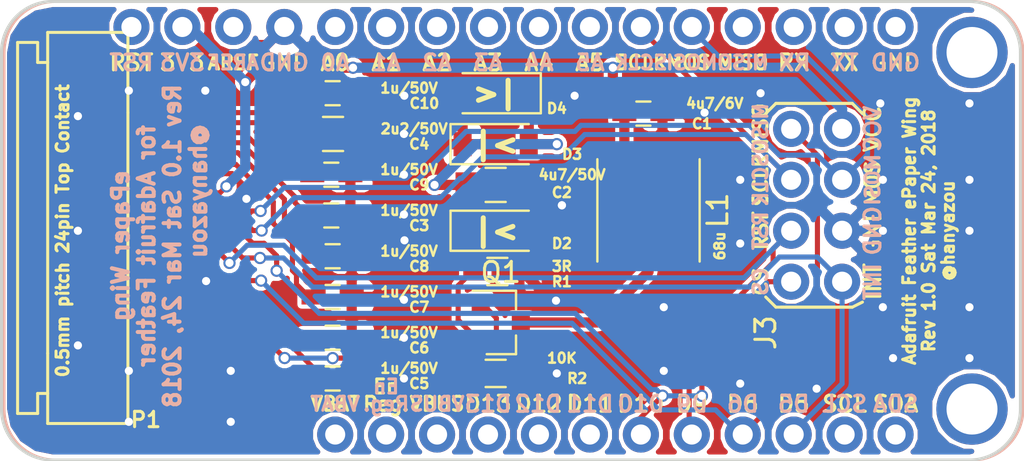
<source format=kicad_pcb>
(kicad_pcb (version 4) (host pcbnew 4.0.7)

  (general
    (links 51)
    (no_connects 0)
    (area 123.038799 87.47 188.495715 121.575653)
    (thickness 1.6)
    (drawings 35)
    (tracks 384)
    (zones 0)
    (modules 20)
    (nets 45)
  )

  (page A4)
  (layers
    (0 F.Cu signal)
    (31 B.Cu signal)
    (32 B.Adhes user)
    (33 F.Adhes user)
    (34 B.Paste user)
    (35 F.Paste user)
    (36 B.SilkS user)
    (37 F.SilkS user)
    (38 B.Mask user)
    (39 F.Mask user)
    (40 Dwgs.User user)
    (41 Cmts.User user)
    (42 Eco1.User user)
    (43 Eco2.User user)
    (44 Edge.Cuts user)
    (45 Margin user)
    (46 B.CrtYd user)
    (47 F.CrtYd user)
    (48 B.Fab user hide)
    (49 F.Fab user hide)
  )

  (setup
    (last_trace_width 0.254)
    (user_trace_width 0.254)
    (user_trace_width 0.508)
    (user_trace_width 0.762)
    (user_trace_width 1.016)
    (trace_clearance 0.2032)
    (zone_clearance 0.2)
    (zone_45_only yes)
    (trace_min 0.2)
    (segment_width 0.2)
    (edge_width 0.15)
    (via_size 0.6096)
    (via_drill 0.4064)
    (via_min_size 0.4)
    (via_min_drill 0.3)
    (uvia_size 0.254)
    (uvia_drill 0.127)
    (uvias_allowed no)
    (uvia_min_size 0)
    (uvia_min_drill 0)
    (pcb_text_width 0.3)
    (pcb_text_size 1.5 1.5)
    (mod_edge_width 0.15)
    (mod_text_size 1 1)
    (mod_text_width 0.15)
    (pad_size 1.524 1.524)
    (pad_drill 0.762)
    (pad_to_mask_clearance 0.2)
    (aux_axis_origin 0 0)
    (visible_elements FFFFFF7F)
    (pcbplotparams
      (layerselection 0x010fc_80000001)
      (usegerberextensions false)
      (excludeedgelayer true)
      (linewidth 0.150000)
      (plotframeref false)
      (viasonmask false)
      (mode 1)
      (useauxorigin false)
      (hpglpennumber 1)
      (hpglpenspeed 20)
      (hpglpendiameter 15)
      (hpglpenoverlay 2)
      (psnegative false)
      (psa4output false)
      (plotreference true)
      (plotvalue true)
      (plotinvisibletext false)
      (padsonsilk false)
      (subtractmaskfromsilk false)
      (outputformat 1)
      (mirror false)
      (drillshape 0)
      (scaleselection 1)
      (outputdirectory feather_epaper_adapter-Gerber/))
  )

  (net 0 "")
  (net 1 /VCCEPD)
  (net 2 GND)
  (net 3 "Net-(C2-Pad1)")
  (net 4 /SW)
  (net 5 /PREVGH)
  (net 6 /PREVGL)
  (net 7 /VGL)
  (net 8 /VGH)
  (net 9 /VDD)
  (net 10 /VSH)
  (net 11 /VSL)
  (net 12 /VCOM)
  (net 13 /SDA)
  (net 14 /SCLK)
  (net 15 /nCS)
  (net 16 /nDC)
  (net 17 /nRES)
  (net 18 /BUSY)
  (net 19 "Net-(J2-Pad1)")
  (net 20 "Net-(J2-Pad3)")
  (net 21 "Net-(J2-Pad5)")
  (net 22 "Net-(J2-Pad6)")
  (net 23 "Net-(J2-Pad7)")
  (net 24 "Net-(J2-Pad8)")
  (net 25 "Net-(J2-Pad9)")
  (net 26 "Net-(J2-Pad10)")
  (net 27 "Net-(J2-Pad13)")
  (net 28 "Net-(J2-Pad14)")
  (net 29 "Net-(J2-Pad15)")
  (net 30 "Net-(J2-Pad16)")
  (net 31 "Net-(J2-Pad17)")
  (net 32 "Net-(J2-Pad18)")
  (net 33 "Net-(J2-Pad23)")
  (net 34 "Net-(J2-Pad24)")
  (net 35 "Net-(J2-Pad25)")
  (net 36 "Net-(J2-Pad26)")
  (net 37 "Net-(J2-Pad27)")
  (net 38 "Net-(J2-Pad28)")
  (net 39 /VPP)
  (net 40 /TSDA)
  (net 41 /TSCL)
  (net 42 /RESE)
  (net 43 /GDR)
  (net 44 /NC1)

  (net_class Default "This is the default net class."
    (clearance 0.2032)
    (trace_width 0.254)
    (via_dia 0.6096)
    (via_drill 0.4064)
    (uvia_dia 0.254)
    (uvia_drill 0.127)
    (add_net /BUSY)
    (add_net /GDR)
    (add_net /NC1)
    (add_net /PREVGH)
    (add_net /PREVGL)
    (add_net /RESE)
    (add_net /SCLK)
    (add_net /SDA)
    (add_net /SW)
    (add_net /TSCL)
    (add_net /TSDA)
    (add_net /VCCEPD)
    (add_net /VCOM)
    (add_net /VDD)
    (add_net /VGH)
    (add_net /VGL)
    (add_net /VPP)
    (add_net /VSH)
    (add_net /VSL)
    (add_net /nCS)
    (add_net /nDC)
    (add_net /nRES)
    (add_net GND)
    (add_net "Net-(C2-Pad1)")
    (add_net "Net-(J2-Pad1)")
    (add_net "Net-(J2-Pad10)")
    (add_net "Net-(J2-Pad13)")
    (add_net "Net-(J2-Pad14)")
    (add_net "Net-(J2-Pad15)")
    (add_net "Net-(J2-Pad16)")
    (add_net "Net-(J2-Pad17)")
    (add_net "Net-(J2-Pad18)")
    (add_net "Net-(J2-Pad23)")
    (add_net "Net-(J2-Pad24)")
    (add_net "Net-(J2-Pad25)")
    (add_net "Net-(J2-Pad26)")
    (add_net "Net-(J2-Pad27)")
    (add_net "Net-(J2-Pad28)")
    (add_net "Net-(J2-Pad3)")
    (add_net "Net-(J2-Pad5)")
    (add_net "Net-(J2-Pad6)")
    (add_net "Net-(J2-Pad7)")
    (add_net "Net-(J2-Pad8)")
    (add_net "Net-(J2-Pad9)")
  )

  (module TO_SOT_Packages_SMD:SOT-23 (layer F.Cu) (tedit 58CE4E7E) (tstamp 5AB5E91E)
    (at 148.082 108.712)
    (descr "SOT-23, Standard")
    (tags SOT-23)
    (path /5AADC6B9)
    (attr smd)
    (fp_text reference Q1 (at 0 -2.5) (layer F.SilkS)
      (effects (font (size 1 1) (thickness 0.15)))
    )
    (fp_text value "IRLML6344TRPBF / SI1308EDL" (at 0 2.5) (layer F.Fab)
      (effects (font (size 1 1) (thickness 0.15)))
    )
    (fp_text user %R (at 0 0 90) (layer F.Fab)
      (effects (font (size 0.5 0.5) (thickness 0.075)))
    )
    (fp_line (start -0.7 -0.95) (end -0.7 1.5) (layer F.Fab) (width 0.1))
    (fp_line (start -0.15 -1.52) (end 0.7 -1.52) (layer F.Fab) (width 0.1))
    (fp_line (start -0.7 -0.95) (end -0.15 -1.52) (layer F.Fab) (width 0.1))
    (fp_line (start 0.7 -1.52) (end 0.7 1.52) (layer F.Fab) (width 0.1))
    (fp_line (start -0.7 1.52) (end 0.7 1.52) (layer F.Fab) (width 0.1))
    (fp_line (start 0.76 1.58) (end 0.76 0.65) (layer F.SilkS) (width 0.12))
    (fp_line (start 0.76 -1.58) (end 0.76 -0.65) (layer F.SilkS) (width 0.12))
    (fp_line (start -1.7 -1.75) (end 1.7 -1.75) (layer F.CrtYd) (width 0.05))
    (fp_line (start 1.7 -1.75) (end 1.7 1.75) (layer F.CrtYd) (width 0.05))
    (fp_line (start 1.7 1.75) (end -1.7 1.75) (layer F.CrtYd) (width 0.05))
    (fp_line (start -1.7 1.75) (end -1.7 -1.75) (layer F.CrtYd) (width 0.05))
    (fp_line (start 0.76 -1.58) (end -1.4 -1.58) (layer F.SilkS) (width 0.12))
    (fp_line (start 0.76 1.58) (end -0.7 1.58) (layer F.SilkS) (width 0.12))
    (pad 1 smd rect (at -1 -0.95) (size 0.9 0.8) (layers F.Cu F.Paste F.Mask)
      (net 43 /GDR))
    (pad 2 smd rect (at -1 0.95) (size 0.9 0.8) (layers F.Cu F.Paste F.Mask)
      (net 42 /RESE))
    (pad 3 smd rect (at 1 0) (size 0.9 0.8) (layers F.Cu F.Paste F.Mask)
      (net 4 /SW))
    (model ${KISYS3DMOD}/TO_SOT_Packages_SMD.3dshapes/SOT-23.wrl
      (at (xyz 0 0 0))
      (scale (xyz 1 1 1))
      (rotate (xyz 0 0 0))
    )
  )

  (module library:Adafruit_Feather_board (layer B.Cu) (tedit 5AAE0F6D) (tstamp 5AADFDBE)
    (at 148.717 104.14)
    (path /5AADBDDC)
    (fp_text reference J2 (at -0.889 -13.462) (layer F.Fab)
      (effects (font (size 1 1) (thickness 0.15)))
    )
    (fp_text value Adafruit_Feather_Conn (at 0 -1.27) (layer B.Fab)
      (effects (font (size 1 1) (thickness 0.15)) (justify mirror))
    )
    (fp_arc (start -22.86 8.89) (end -25.4 8.89) (angle -90) (layer B.SilkS) (width 0.15))
    (fp_arc (start -22.86 -8.89) (end -22.86 -11.43) (angle -90) (layer B.SilkS) (width 0.15))
    (fp_arc (start 22.86 -8.89) (end 25.4 -8.89) (angle -90) (layer B.SilkS) (width 0.15))
    (fp_arc (start 22.86 8.89) (end 22.86 11.43) (angle -90) (layer B.SilkS) (width 0.15))
    (fp_line (start 25.4 8.89) (end 25.4 -8.89) (layer B.SilkS) (width 0.15))
    (fp_line (start -22.86 11.43) (end 22.86 11.43) (layer B.SilkS) (width 0.15))
    (fp_line (start -25.4 -8.89) (end -25.4 8.89) (layer B.SilkS) (width 0.15))
    (fp_line (start -22.86 -11.43) (end 22.86 -11.43) (layer B.SilkS) (width 0.15))
    (fp_line (start 22.86 -11.43) (end -22.86 -11.43) (layer B.SilkS) (width 0.15))
    (fp_text user VBAT (at -8.89 8.636) (layer F.SilkS)
      (effects (font (size 0.7 0.7) (thickness 0.15)))
    )
    (fp_text user Reg. (at -6.35 8.636) (layer F.SilkS)
      (effects (font (size 0.7 0.7) (thickness 0.15)))
    )
    (fp_text user En (at -6.35 7.7724) (layer F.SilkS)
      (effects (font (size 0.7 0.7) (thickness 0.15)))
    )
    (fp_text user MISO (at 11.43 -8.382) (layer F.SilkS)
      (effects (font (size 0.7 0.7) (thickness 0.15)))
    )
    (fp_text user MOSI (at 8.89 -8.382) (layer F.SilkS)
      (effects (font (size 0.7 0.7) (thickness 0.15)))
    )
    (fp_text user SCLK (at 6.35 -8.382) (layer F.SilkS)
      (effects (font (size 0.7 0.7) (thickness 0.15)))
    )
    (fp_text user AREF (at -13.97 -8.382) (layer F.SilkS)
      (effects (font (size 0.7 0.7) (thickness 0.15)))
    )
    (fp_text user GND (at 19.05 -8.382) (layer F.SilkS)
      (effects (font (size 0.8 0.8) (thickness 0.15)))
    )
    (fp_text user TX (at 16.51 -8.382) (layer F.SilkS)
      (effects (font (size 0.8 0.8) (thickness 0.15)))
    )
    (fp_text user RX (at 13.97 -8.382) (layer F.SilkS)
      (effects (font (size 0.8 0.8) (thickness 0.15)))
    )
    (fp_text user A5 (at 3.81 -8.382) (layer F.SilkS)
      (effects (font (size 0.8 0.8) (thickness 0.15)))
    )
    (fp_text user A4 (at 1.27 -8.382) (layer F.SilkS)
      (effects (font (size 0.8 0.8) (thickness 0.15)))
    )
    (fp_text user A3 (at -1.27 -8.382) (layer F.SilkS)
      (effects (font (size 0.8 0.8) (thickness 0.15)))
    )
    (fp_text user A2 (at -3.81 -8.382) (layer F.SilkS)
      (effects (font (size 0.8 0.8) (thickness 0.15)))
    )
    (fp_text user A1 (at -6.35 -8.382) (layer F.SilkS)
      (effects (font (size 0.8 0.8) (thickness 0.15)))
    )
    (fp_text user A0 (at -8.89 -8.382) (layer F.SilkS)
      (effects (font (size 0.8 0.8) (thickness 0.15)))
    )
    (fp_text user GND (at -11.43 -8.382) (layer F.SilkS)
      (effects (font (size 0.8 0.8) (thickness 0.15)))
    )
    (fp_text user 3V3 (at -16.51 -8.382) (layer F.SilkS)
      (effects (font (size 0.8 0.8) (thickness 0.15)))
    )
    (fp_text user RST (at -19.05 -8.382) (layer F.SilkS)
      (effects (font (size 0.8 0.8) (thickness 0.15)))
    )
    (fp_text user VBUS (at -3.81 8.636) (layer F.SilkS)
      (effects (font (size 0.7 0.7) (thickness 0.15)))
    )
    (fp_text user D13 (at -1.27 8.636) (layer F.SilkS)
      (effects (font (size 0.8 0.8) (thickness 0.15)))
    )
    (fp_text user D12 (at 1.27 8.636) (layer F.SilkS)
      (effects (font (size 0.8 0.8) (thickness 0.15)))
    )
    (fp_text user D11 (at 3.81 8.636) (layer F.SilkS)
      (effects (font (size 0.8 0.8) (thickness 0.15)))
    )
    (fp_text user D10 (at 6.35 8.636) (layer F.SilkS)
      (effects (font (size 0.8 0.8) (thickness 0.15)))
    )
    (fp_text user D9 (at 8.89 8.636) (layer F.SilkS)
      (effects (font (size 0.8 0.8) (thickness 0.15)))
    )
    (fp_text user D6 (at 11.43 8.636) (layer F.SilkS)
      (effects (font (size 0.8 0.8) (thickness 0.15)))
    )
    (fp_text user D5 (at 13.97 8.636) (layer F.SilkS)
      (effects (font (size 0.8 0.8) (thickness 0.15)))
    )
    (fp_text user SCL (at 16.51 8.636) (layer F.SilkS)
      (effects (font (size 0.8 0.8) (thickness 0.15)))
    )
    (fp_text user SDA (at 19.05 8.636) (layer F.SilkS)
      (effects (font (size 0.8 0.8) (thickness 0.15)))
    )
    (fp_text user Reg. (at -6.35 8.636) (layer B.SilkS)
      (effects (font (size 0.7 0.7) (thickness 0.15)) (justify mirror))
    )
    (fp_text user VBAT (at -8.89 8.636) (layer B.SilkS)
      (effects (font (size 0.7 0.7) (thickness 0.15)) (justify mirror))
    )
    (fp_text user En (at -6.35 7.7724) (layer B.SilkS)
      (effects (font (size 0.7 0.7) (thickness 0.15)) (justify mirror))
    )
    (fp_text user VBUS (at -3.81 8.636) (layer B.SilkS)
      (effects (font (size 0.7 0.7) (thickness 0.15)) (justify mirror))
    )
    (fp_text user D13 (at -1.27 8.636) (layer B.SilkS)
      (effects (font (size 0.8 0.8) (thickness 0.15)) (justify mirror))
    )
    (fp_text user D12 (at 1.2192 8.636) (layer B.SilkS)
      (effects (font (size 0.8 0.8) (thickness 0.15)) (justify mirror))
    )
    (fp_text user D11 (at 3.81 8.636) (layer B.SilkS)
      (effects (font (size 0.8 0.8) (thickness 0.15)) (justify mirror))
    )
    (fp_text user D10 (at 6.35 8.636) (layer B.SilkS)
      (effects (font (size 0.8 0.8) (thickness 0.15)) (justify mirror))
    )
    (fp_text user D9 (at 8.89 8.636) (layer B.SilkS)
      (effects (font (size 0.8 0.8) (thickness 0.15)) (justify mirror))
    )
    (fp_text user D6 (at 11.43 8.636) (layer B.SilkS)
      (effects (font (size 0.8 0.8) (thickness 0.15)) (justify mirror))
    )
    (fp_text user D5 (at 13.97 8.636) (layer B.SilkS)
      (effects (font (size 0.8 0.8) (thickness 0.15)) (justify mirror))
    )
    (fp_text user SCL (at 16.51 8.636) (layer B.SilkS)
      (effects (font (size 0.8 0.8) (thickness 0.15)) (justify mirror))
    )
    (fp_text user SDA (at 19.05 8.636) (layer B.SilkS)
      (effects (font (size 0.8 0.8) (thickness 0.15)) (justify mirror))
    )
    (fp_text user GND (at 19.05 -8.382) (layer B.SilkS)
      (effects (font (size 0.8 0.8) (thickness 0.15)) (justify mirror))
    )
    (fp_text user TX (at 16.51 -8.382) (layer B.SilkS)
      (effects (font (size 0.8 0.8) (thickness 0.15)) (justify mirror))
    )
    (fp_text user RX (at 14.0208 -8.382) (layer B.SilkS)
      (effects (font (size 0.8 0.8) (thickness 0.15)) (justify mirror))
    )
    (fp_text user MISO (at 11.43 -8.382) (layer B.SilkS)
      (effects (font (size 0.7 0.7) (thickness 0.15)) (justify mirror))
    )
    (fp_text user MOSI (at 8.89 -8.382) (layer B.SilkS)
      (effects (font (size 0.7 0.7) (thickness 0.15)) (justify mirror))
    )
    (fp_text user SCLK (at 6.35 -8.382) (layer B.SilkS)
      (effects (font (size 0.7 0.7) (thickness 0.15)) (justify mirror))
    )
    (fp_text user A5 (at 3.81 -8.382) (layer B.SilkS)
      (effects (font (size 0.8 0.8) (thickness 0.15)) (justify mirror))
    )
    (fp_text user A4 (at 1.27 -8.382) (layer B.SilkS)
      (effects (font (size 0.8 0.8) (thickness 0.15)) (justify mirror))
    )
    (fp_text user A3 (at -1.27 -8.382) (layer B.SilkS)
      (effects (font (size 0.8 0.8) (thickness 0.15)) (justify mirror))
    )
    (fp_text user A2 (at -3.81 -8.382) (layer B.SilkS)
      (effects (font (size 0.8 0.8) (thickness 0.15)) (justify mirror))
    )
    (fp_text user A1 (at -6.35 -8.382) (layer B.SilkS)
      (effects (font (size 0.8 0.8) (thickness 0.15)) (justify mirror))
    )
    (fp_text user A0 (at -8.89 -8.382) (layer B.SilkS)
      (effects (font (size 0.8 0.8) (thickness 0.15)) (justify mirror))
    )
    (fp_text user GND (at -11.43 -8.382) (layer B.SilkS)
      (effects (font (size 0.8 0.8) (thickness 0.15)) (justify mirror))
    )
    (fp_text user AREF (at -13.97 -8.382) (layer B.SilkS)
      (effects (font (size 0.7 0.7) (thickness 0.15)) (justify mirror))
    )
    (fp_text user 3V3 (at -16.51 -8.382) (layer B.SilkS)
      (effects (font (size 0.8 0.8) (thickness 0.15)) (justify mirror))
    )
    (fp_text user RST (at -19.05 -8.382) (layer B.SilkS)
      (effects (font (size 0.8 0.8) (thickness 0.15)) (justify mirror))
    )
    (pad 1 thru_hole circle (at -19.05 -10.16) (size 1.8 1.8) (drill 1) (layers *.Cu *.Mask)
      (net 19 "Net-(J2-Pad1)"))
    (pad 2 thru_hole circle (at -16.51 -10.16) (size 1.8 1.8) (drill 1) (layers *.Cu *.Mask)
      (net 1 /VCCEPD))
    (pad 3 thru_hole circle (at -13.97 -10.16) (size 1.8 1.8) (drill 1) (layers *.Cu *.Mask)
      (net 20 "Net-(J2-Pad3)"))
    (pad 4 thru_hole circle (at -11.43 -10.16) (size 1.8 1.8) (drill 1) (layers *.Cu *.Mask)
      (net 2 GND))
    (pad 5 thru_hole circle (at -8.89 -10.16) (size 1.8 1.8) (drill 1) (layers *.Cu *.Mask)
      (net 21 "Net-(J2-Pad5)"))
    (pad 6 thru_hole circle (at -6.35 -10.16) (size 1.8 1.8) (drill 1) (layers *.Cu *.Mask)
      (net 22 "Net-(J2-Pad6)"))
    (pad 7 thru_hole circle (at -3.81 -10.16) (size 1.8 1.8) (drill 1) (layers *.Cu *.Mask)
      (net 23 "Net-(J2-Pad7)"))
    (pad 8 thru_hole circle (at -1.27 -10.16) (size 1.8 1.8) (drill 1) (layers *.Cu *.Mask)
      (net 24 "Net-(J2-Pad8)"))
    (pad 9 thru_hole circle (at 1.27 -10.16) (size 1.8 1.8) (drill 1) (layers *.Cu *.Mask)
      (net 25 "Net-(J2-Pad9)"))
    (pad 10 thru_hole circle (at 3.81 -10.16) (size 1.8 1.8) (drill 1) (layers *.Cu *.Mask)
      (net 26 "Net-(J2-Pad10)"))
    (pad 11 thru_hole circle (at 6.35 -10.16) (size 1.8 1.8) (drill 1) (layers *.Cu *.Mask)
      (net 14 /SCLK))
    (pad 12 thru_hole circle (at 8.89 -10.16) (size 1.8 1.8) (drill 1) (layers *.Cu *.Mask)
      (net 13 /SDA))
    (pad 13 thru_hole circle (at 11.43 -10.16) (size 1.8 1.8) (drill 1) (layers *.Cu *.Mask)
      (net 27 "Net-(J2-Pad13)"))
    (pad 14 thru_hole circle (at 13.97 -10.16) (size 1.8 1.8) (drill 1) (layers *.Cu *.Mask)
      (net 28 "Net-(J2-Pad14)"))
    (pad 15 thru_hole circle (at 16.51 -10.16) (size 1.8 1.8) (drill 1) (layers *.Cu *.Mask)
      (net 29 "Net-(J2-Pad15)"))
    (pad 16 thru_hole circle (at 19.05 -10.16) (size 1.8 1.8) (drill 1) (layers *.Cu *.Mask)
      (net 30 "Net-(J2-Pad16)"))
    (pad 17 thru_hole circle (at 19.05 10.16) (size 1.8 1.8) (drill 1) (layers *.Cu *.Mask)
      (net 31 "Net-(J2-Pad17)"))
    (pad 18 thru_hole circle (at 16.51 10.16) (size 1.8 1.8) (drill 1) (layers *.Cu *.Mask)
      (net 32 "Net-(J2-Pad18)"))
    (pad 19 thru_hole circle (at 13.97 10.16) (size 1.8 1.8) (drill 1) (layers *.Cu *.Mask)
      (net 16 /nDC))
    (pad 20 thru_hole circle (at 11.43 10.16) (size 1.8 1.8) (drill 1) (layers *.Cu *.Mask)
      (net 18 /BUSY))
    (pad 21 thru_hole circle (at 8.89 10.16) (size 1.8 1.8) (drill 1) (layers *.Cu *.Mask)
      (net 17 /nRES))
    (pad 22 thru_hole circle (at 6.35 10.16) (size 1.8 1.8) (drill 1) (layers *.Cu *.Mask)
      (net 15 /nCS))
    (pad 23 thru_hole circle (at 3.81 10.16) (size 1.8 1.8) (drill 1) (layers *.Cu *.Mask)
      (net 33 "Net-(J2-Pad23)"))
    (pad 24 thru_hole circle (at 1.27 10.16) (size 1.8 1.8) (drill 1) (layers *.Cu *.Mask)
      (net 34 "Net-(J2-Pad24)"))
    (pad 25 thru_hole circle (at -1.27 10.16) (size 1.8 1.8) (drill 1) (layers *.Cu *.Mask)
      (net 35 "Net-(J2-Pad25)"))
    (pad 26 thru_hole circle (at -3.81 10.16) (size 1.8 1.8) (drill 1) (layers *.Cu *.Mask)
      (net 36 "Net-(J2-Pad26)"))
    (pad 27 thru_hole circle (at -6.35 10.16) (size 1.8 1.8) (drill 1) (layers *.Cu *.Mask)
      (net 37 "Net-(J2-Pad27)"))
    (pad 28 thru_hole circle (at -8.89 10.16) (size 1.8 1.8) (drill 1) (layers *.Cu *.Mask)
      (net 38 "Net-(J2-Pad28)"))
    (pad "" thru_hole circle (at 22.86 8.89) (size 3.556 3.556) (drill 2.54) (layers *.Cu *.Mask))
    (pad "" thru_hole circle (at 22.86 -8.89) (size 3.556 3.556) (drill 2.54) (layers *.Cu *.Mask))
  )

  (module Inductors_SMD:L_Taiyo-Yuden_NR-50xx (layer F.Cu) (tedit 5990349D) (tstamp 5AADCF06)
    (at 155.448 103.124 270)
    (descr "Inductor, Taiyo Yuden, NR series, Taiyo-Yuden_NR-50xx, 4.9mmx4.9mm")
    (tags "inductor taiyo-yuden nr smd")
    (path /5AADAD0E)
    (attr smd)
    (fp_text reference L1 (at 0 -3.45 270) (layer F.SilkS)
      (effects (font (size 1 1) (thickness 0.15)))
    )
    (fp_text value 68u (at 0 3.95 270) (layer F.Fab)
      (effects (font (size 1 1) (thickness 0.15)))
    )
    (fp_text user %R (at 0 0 270) (layer F.Fab)
      (effects (font (size 1 1) (thickness 0.15)))
    )
    (fp_line (start -2.45 0) (end -2.45 -1.65) (layer F.Fab) (width 0.1))
    (fp_line (start -2.45 -1.65) (end -1.65 -2.45) (layer F.Fab) (width 0.1))
    (fp_line (start -1.65 -2.45) (end 0 -2.45) (layer F.Fab) (width 0.1))
    (fp_line (start 2.45 0) (end 2.45 -1.65) (layer F.Fab) (width 0.1))
    (fp_line (start 2.45 -1.65) (end 1.65 -2.45) (layer F.Fab) (width 0.1))
    (fp_line (start 1.65 -2.45) (end 0 -2.45) (layer F.Fab) (width 0.1))
    (fp_line (start 2.45 0) (end 2.45 1.65) (layer F.Fab) (width 0.1))
    (fp_line (start 2.45 1.65) (end 1.65 2.45) (layer F.Fab) (width 0.1))
    (fp_line (start 1.65 2.45) (end 0 2.45) (layer F.Fab) (width 0.1))
    (fp_line (start -2.45 0) (end -2.45 1.65) (layer F.Fab) (width 0.1))
    (fp_line (start -2.45 1.65) (end -1.65 2.45) (layer F.Fab) (width 0.1))
    (fp_line (start -1.65 2.45) (end 0 2.45) (layer F.Fab) (width 0.1))
    (fp_line (start -2.55 -2.55) (end 2.55 -2.55) (layer F.SilkS) (width 0.12))
    (fp_line (start -2.55 2.55) (end 2.55 2.55) (layer F.SilkS) (width 0.12))
    (fp_line (start -2.8 -2.75) (end -2.8 2.75) (layer F.CrtYd) (width 0.05))
    (fp_line (start -2.8 2.75) (end 2.8 2.75) (layer F.CrtYd) (width 0.05))
    (fp_line (start 2.8 2.75) (end 2.8 -2.75) (layer F.CrtYd) (width 0.05))
    (fp_line (start 2.8 -2.75) (end -2.8 -2.75) (layer F.CrtYd) (width 0.05))
    (pad 1 smd rect (at -1.8 0 270) (size 1.5 4.2) (layers F.Cu F.Paste F.Mask)
      (net 1 /VCCEPD))
    (pad 2 smd rect (at 1.8 0 270) (size 1.5 4.2) (layers F.Cu F.Paste F.Mask)
      (net 4 /SW))
    (model ${KISYS3DMOD}/Inductors_SMD.3dshapes/L_Taiyo-Yuden_NR-50xx.wrl
      (at (xyz 0 0 0))
      (scale (xyz 1 1 1))
      (rotate (xyz 0 0 0))
    )
  )

  (module Capacitors_SMD:C_0603_HandSoldering (layer F.Cu) (tedit 5AAE0C2C) (tstamp 5AADCD7E)
    (at 155.194 98.298)
    (descr "Capacitor SMD 0603, hand soldering")
    (tags "capacitor 0603")
    (path /5909AB6B)
    (attr smd)
    (fp_text reference C1 (at 2.921 0.508) (layer F.SilkS)
      (effects (font (size 0.5 0.5) (thickness 0.125)))
    )
    (fp_text value 4u7/6V (at 0 1.5) (layer F.Fab)
      (effects (font (size 1 1) (thickness 0.15)))
    )
    (fp_text user %R (at 0 -1.25) (layer F.Fab)
      (effects (font (size 1 1) (thickness 0.15)))
    )
    (fp_line (start -0.8 0.4) (end -0.8 -0.4) (layer F.Fab) (width 0.1))
    (fp_line (start 0.8 0.4) (end -0.8 0.4) (layer F.Fab) (width 0.1))
    (fp_line (start 0.8 -0.4) (end 0.8 0.4) (layer F.Fab) (width 0.1))
    (fp_line (start -0.8 -0.4) (end 0.8 -0.4) (layer F.Fab) (width 0.1))
    (fp_line (start -0.35 -0.6) (end 0.35 -0.6) (layer F.SilkS) (width 0.12))
    (fp_line (start 0.35 0.6) (end -0.35 0.6) (layer F.SilkS) (width 0.12))
    (fp_line (start -1.8 -0.65) (end 1.8 -0.65) (layer F.CrtYd) (width 0.05))
    (fp_line (start -1.8 -0.65) (end -1.8 0.65) (layer F.CrtYd) (width 0.05))
    (fp_line (start 1.8 0.65) (end 1.8 -0.65) (layer F.CrtYd) (width 0.05))
    (fp_line (start 1.8 0.65) (end -1.8 0.65) (layer F.CrtYd) (width 0.05))
    (pad 1 smd rect (at -0.95 0) (size 1.2 0.75) (layers F.Cu F.Paste F.Mask)
      (net 1 /VCCEPD))
    (pad 2 smd rect (at 0.95 0) (size 1.2 0.75) (layers F.Cu F.Paste F.Mask)
      (net 2 GND))
    (model Capacitors_SMD.3dshapes/C_0603.wrl
      (at (xyz 0 0 0))
      (scale (xyz 1 1 1))
      (rotate (xyz 0 0 0))
    )
  )

  (module Capacitors_SMD:C_0805_HandSoldering (layer F.Cu) (tedit 5AAE0C50) (tstamp 5AADCD8F)
    (at 147.828 101.854)
    (descr "Capacitor SMD 0805, hand soldering")
    (tags "capacitor 0805")
    (path /5909DAE5)
    (attr smd)
    (fp_text reference C2 (at 3.302 0.381) (layer F.SilkS)
      (effects (font (size 0.5 0.5) (thickness 0.125)))
    )
    (fp_text value 4u7/50V (at 0 1.75) (layer F.Fab)
      (effects (font (size 0.5 0.5) (thickness 0.125)))
    )
    (fp_text user %R (at 0 -1.75) (layer F.Fab)
      (effects (font (size 1 1) (thickness 0.15)))
    )
    (fp_line (start -1 0.62) (end -1 -0.62) (layer F.Fab) (width 0.1))
    (fp_line (start 1 0.62) (end -1 0.62) (layer F.Fab) (width 0.1))
    (fp_line (start 1 -0.62) (end 1 0.62) (layer F.Fab) (width 0.1))
    (fp_line (start -1 -0.62) (end 1 -0.62) (layer F.Fab) (width 0.1))
    (fp_line (start 0.5 -0.85) (end -0.5 -0.85) (layer F.SilkS) (width 0.12))
    (fp_line (start -0.5 0.85) (end 0.5 0.85) (layer F.SilkS) (width 0.12))
    (fp_line (start -2.25 -0.88) (end 2.25 -0.88) (layer F.CrtYd) (width 0.05))
    (fp_line (start -2.25 -0.88) (end -2.25 0.87) (layer F.CrtYd) (width 0.05))
    (fp_line (start 2.25 0.87) (end 2.25 -0.88) (layer F.CrtYd) (width 0.05))
    (fp_line (start 2.25 0.87) (end -2.25 0.87) (layer F.CrtYd) (width 0.05))
    (pad 1 smd rect (at -1.25 0) (size 1.5 1.25) (layers F.Cu F.Paste F.Mask)
      (net 3 "Net-(C2-Pad1)"))
    (pad 2 smd rect (at 1.25 0) (size 1.5 1.25) (layers F.Cu F.Paste F.Mask)
      (net 4 /SW))
    (model Capacitors_SMD.3dshapes/C_0805.wrl
      (at (xyz 0 0 0))
      (scale (xyz 1 1 1))
      (rotate (xyz 0 0 0))
    )
  )

  (module Capacitors_SMD:C_0603_HandSoldering (layer F.Cu) (tedit 5AAE0BF3) (tstamp 5AADCDA0)
    (at 139.634 103.378)
    (descr "Capacitor SMD 0603, hand soldering")
    (tags "capacitor 0603")
    (path /5909AE2E)
    (attr smd)
    (fp_text reference C3 (at 4.384 0.508) (layer F.SilkS)
      (effects (font (size 0.5 0.5) (thickness 0.125)))
    )
    (fp_text value 1u/50V (at 0 1.5) (layer F.Fab)
      (effects (font (size 1 1) (thickness 0.15)))
    )
    (fp_text user %R (at 0 -1.25) (layer F.Fab)
      (effects (font (size 1 1) (thickness 0.15)))
    )
    (fp_line (start -0.8 0.4) (end -0.8 -0.4) (layer F.Fab) (width 0.1))
    (fp_line (start 0.8 0.4) (end -0.8 0.4) (layer F.Fab) (width 0.1))
    (fp_line (start 0.8 -0.4) (end 0.8 0.4) (layer F.Fab) (width 0.1))
    (fp_line (start -0.8 -0.4) (end 0.8 -0.4) (layer F.Fab) (width 0.1))
    (fp_line (start -0.35 -0.6) (end 0.35 -0.6) (layer F.SilkS) (width 0.12))
    (fp_line (start 0.35 0.6) (end -0.35 0.6) (layer F.SilkS) (width 0.12))
    (fp_line (start -1.8 -0.65) (end 1.8 -0.65) (layer F.CrtYd) (width 0.05))
    (fp_line (start -1.8 -0.65) (end -1.8 0.65) (layer F.CrtYd) (width 0.05))
    (fp_line (start 1.8 0.65) (end 1.8 -0.65) (layer F.CrtYd) (width 0.05))
    (fp_line (start 1.8 0.65) (end -1.8 0.65) (layer F.CrtYd) (width 0.05))
    (pad 1 smd rect (at -0.95 0) (size 1.2 0.75) (layers F.Cu F.Paste F.Mask)
      (net 5 /PREVGH))
    (pad 2 smd rect (at 0.95 0) (size 1.2 0.75) (layers F.Cu F.Paste F.Mask)
      (net 2 GND))
    (model Capacitors_SMD.3dshapes/C_0603.wrl
      (at (xyz 0 0 0))
      (scale (xyz 1 1 1))
      (rotate (xyz 0 0 0))
    )
  )

  (module Capacitors_SMD:C_0805_HandSoldering (layer F.Cu) (tedit 5AAE0BD6) (tstamp 5AADCDB1)
    (at 139.72 99.314)
    (descr "Capacitor SMD 0805, hand soldering")
    (tags "capacitor 0805")
    (path /5909AC67)
    (attr smd)
    (fp_text reference C4 (at 4.298 0.508) (layer F.SilkS)
      (effects (font (size 0.5 0.5) (thickness 0.125)))
    )
    (fp_text value 2u2/50V (at 0 1.75) (layer F.Fab)
      (effects (font (size 1 1) (thickness 0.15)))
    )
    (fp_text user %R (at 0 -1.75) (layer F.Fab)
      (effects (font (size 1 1) (thickness 0.15)))
    )
    (fp_line (start -1 0.62) (end -1 -0.62) (layer F.Fab) (width 0.1))
    (fp_line (start 1 0.62) (end -1 0.62) (layer F.Fab) (width 0.1))
    (fp_line (start 1 -0.62) (end 1 0.62) (layer F.Fab) (width 0.1))
    (fp_line (start -1 -0.62) (end 1 -0.62) (layer F.Fab) (width 0.1))
    (fp_line (start 0.5 -0.85) (end -0.5 -0.85) (layer F.SilkS) (width 0.12))
    (fp_line (start -0.5 0.85) (end 0.5 0.85) (layer F.SilkS) (width 0.12))
    (fp_line (start -2.25 -0.88) (end 2.25 -0.88) (layer F.CrtYd) (width 0.05))
    (fp_line (start -2.25 -0.88) (end -2.25 0.87) (layer F.CrtYd) (width 0.05))
    (fp_line (start 2.25 0.87) (end 2.25 -0.88) (layer F.CrtYd) (width 0.05))
    (fp_line (start 2.25 0.87) (end -2.25 0.87) (layer F.CrtYd) (width 0.05))
    (pad 1 smd rect (at -1.25 0) (size 1.5 1.25) (layers F.Cu F.Paste F.Mask)
      (net 6 /PREVGL))
    (pad 2 smd rect (at 1.25 0) (size 1.5 1.25) (layers F.Cu F.Paste F.Mask)
      (net 2 GND))
    (model Capacitors_SMD.3dshapes/C_0805.wrl
      (at (xyz 0 0 0))
      (scale (xyz 1 1 1))
      (rotate (xyz 0 0 0))
    )
  )

  (module Capacitors_SMD:C_0603_HandSoldering (layer F.Cu) (tedit 5AAE0C1E) (tstamp 5AADCDC2)
    (at 139.7 111.506)
    (descr "Capacitor SMD 0603, hand soldering")
    (tags "capacitor 0603")
    (path /5909AFAC)
    (attr smd)
    (fp_text reference C5 (at 4.318 0.254) (layer F.SilkS)
      (effects (font (size 0.5 0.5) (thickness 0.125)))
    )
    (fp_text value 1u/50V (at 0 1.5) (layer F.Fab)
      (effects (font (size 1 1) (thickness 0.15)))
    )
    (fp_text user %R (at 0 -1.25) (layer F.Fab)
      (effects (font (size 1 1) (thickness 0.15)))
    )
    (fp_line (start -0.8 0.4) (end -0.8 -0.4) (layer F.Fab) (width 0.1))
    (fp_line (start 0.8 0.4) (end -0.8 0.4) (layer F.Fab) (width 0.1))
    (fp_line (start 0.8 -0.4) (end 0.8 0.4) (layer F.Fab) (width 0.1))
    (fp_line (start -0.8 -0.4) (end 0.8 -0.4) (layer F.Fab) (width 0.1))
    (fp_line (start -0.35 -0.6) (end 0.35 -0.6) (layer F.SilkS) (width 0.12))
    (fp_line (start 0.35 0.6) (end -0.35 0.6) (layer F.SilkS) (width 0.12))
    (fp_line (start -1.8 -0.65) (end 1.8 -0.65) (layer F.CrtYd) (width 0.05))
    (fp_line (start -1.8 -0.65) (end -1.8 0.65) (layer F.CrtYd) (width 0.05))
    (fp_line (start 1.8 0.65) (end 1.8 -0.65) (layer F.CrtYd) (width 0.05))
    (fp_line (start 1.8 0.65) (end -1.8 0.65) (layer F.CrtYd) (width 0.05))
    (pad 1 smd rect (at -0.95 0) (size 1.2 0.75) (layers F.Cu F.Paste F.Mask)
      (net 7 /VGL))
    (pad 2 smd rect (at 0.95 0) (size 1.2 0.75) (layers F.Cu F.Paste F.Mask)
      (net 2 GND))
    (model Capacitors_SMD.3dshapes/C_0603.wrl
      (at (xyz 0 0 0))
      (scale (xyz 1 1 1))
      (rotate (xyz 0 0 0))
    )
  )

  (module Capacitors_SMD:C_0603_HandSoldering (layer F.Cu) (tedit 5AAE0C0D) (tstamp 5AADCDD3)
    (at 139.7 109.474)
    (descr "Capacitor SMD 0603, hand soldering")
    (tags "capacitor 0603")
    (path /5909B02B)
    (attr smd)
    (fp_text reference C6 (at 4.318 0.508) (layer F.SilkS)
      (effects (font (size 0.5 0.5) (thickness 0.125)))
    )
    (fp_text value 1u/50V (at 0 1.5) (layer F.Fab)
      (effects (font (size 1 1) (thickness 0.15)))
    )
    (fp_text user %R (at 0 -1.25) (layer F.Fab)
      (effects (font (size 1 1) (thickness 0.15)))
    )
    (fp_line (start -0.8 0.4) (end -0.8 -0.4) (layer F.Fab) (width 0.1))
    (fp_line (start 0.8 0.4) (end -0.8 0.4) (layer F.Fab) (width 0.1))
    (fp_line (start 0.8 -0.4) (end 0.8 0.4) (layer F.Fab) (width 0.1))
    (fp_line (start -0.8 -0.4) (end 0.8 -0.4) (layer F.Fab) (width 0.1))
    (fp_line (start -0.35 -0.6) (end 0.35 -0.6) (layer F.SilkS) (width 0.12))
    (fp_line (start 0.35 0.6) (end -0.35 0.6) (layer F.SilkS) (width 0.12))
    (fp_line (start -1.8 -0.65) (end 1.8 -0.65) (layer F.CrtYd) (width 0.05))
    (fp_line (start -1.8 -0.65) (end -1.8 0.65) (layer F.CrtYd) (width 0.05))
    (fp_line (start 1.8 0.65) (end 1.8 -0.65) (layer F.CrtYd) (width 0.05))
    (fp_line (start 1.8 0.65) (end -1.8 0.65) (layer F.CrtYd) (width 0.05))
    (pad 1 smd rect (at -0.95 0) (size 1.2 0.75) (layers F.Cu F.Paste F.Mask)
      (net 8 /VGH))
    (pad 2 smd rect (at 0.95 0) (size 1.2 0.75) (layers F.Cu F.Paste F.Mask)
      (net 2 GND))
    (model Capacitors_SMD.3dshapes/C_0603.wrl
      (at (xyz 0 0 0))
      (scale (xyz 1 1 1))
      (rotate (xyz 0 0 0))
    )
  )

  (module Capacitors_SMD:C_0603_HandSoldering (layer F.Cu) (tedit 5AAE0C04) (tstamp 5AADCDE4)
    (at 139.7 107.442)
    (descr "Capacitor SMD 0603, hand soldering")
    (tags "capacitor 0603")
    (path /5909B312)
    (attr smd)
    (fp_text reference C7 (at 4.318 0.508) (layer F.SilkS)
      (effects (font (size 0.5 0.5) (thickness 0.125)))
    )
    (fp_text value 1u/50V (at 0 1.5) (layer F.Fab)
      (effects (font (size 1 1) (thickness 0.15)))
    )
    (fp_text user %R (at 0 -1.25) (layer F.Fab)
      (effects (font (size 1 1) (thickness 0.15)))
    )
    (fp_line (start -0.8 0.4) (end -0.8 -0.4) (layer F.Fab) (width 0.1))
    (fp_line (start 0.8 0.4) (end -0.8 0.4) (layer F.Fab) (width 0.1))
    (fp_line (start 0.8 -0.4) (end 0.8 0.4) (layer F.Fab) (width 0.1))
    (fp_line (start -0.8 -0.4) (end 0.8 -0.4) (layer F.Fab) (width 0.1))
    (fp_line (start -0.35 -0.6) (end 0.35 -0.6) (layer F.SilkS) (width 0.12))
    (fp_line (start 0.35 0.6) (end -0.35 0.6) (layer F.SilkS) (width 0.12))
    (fp_line (start -1.8 -0.65) (end 1.8 -0.65) (layer F.CrtYd) (width 0.05))
    (fp_line (start -1.8 -0.65) (end -1.8 0.65) (layer F.CrtYd) (width 0.05))
    (fp_line (start 1.8 0.65) (end 1.8 -0.65) (layer F.CrtYd) (width 0.05))
    (fp_line (start 1.8 0.65) (end -1.8 0.65) (layer F.CrtYd) (width 0.05))
    (pad 1 smd rect (at -0.95 0) (size 1.2 0.75) (layers F.Cu F.Paste F.Mask)
      (net 9 /VDD))
    (pad 2 smd rect (at 0.95 0) (size 1.2 0.75) (layers F.Cu F.Paste F.Mask)
      (net 2 GND))
    (model Capacitors_SMD.3dshapes/C_0603.wrl
      (at (xyz 0 0 0))
      (scale (xyz 1 1 1))
      (rotate (xyz 0 0 0))
    )
  )

  (module Capacitors_SMD:C_0603_HandSoldering (layer F.Cu) (tedit 5AAE0BFB) (tstamp 5AADCDF5)
    (at 139.7 105.41)
    (descr "Capacitor SMD 0603, hand soldering")
    (tags "capacitor 0603")
    (path /5909B36A)
    (attr smd)
    (fp_text reference C8 (at 4.318 0.508) (layer F.SilkS)
      (effects (font (size 0.5 0.5) (thickness 0.125)))
    )
    (fp_text value 1u/50V (at 0 1.5) (layer F.Fab)
      (effects (font (size 1 1) (thickness 0.15)))
    )
    (fp_text user %R (at 0 -1.25) (layer F.Fab)
      (effects (font (size 1 1) (thickness 0.15)))
    )
    (fp_line (start -0.8 0.4) (end -0.8 -0.4) (layer F.Fab) (width 0.1))
    (fp_line (start 0.8 0.4) (end -0.8 0.4) (layer F.Fab) (width 0.1))
    (fp_line (start 0.8 -0.4) (end 0.8 0.4) (layer F.Fab) (width 0.1))
    (fp_line (start -0.8 -0.4) (end 0.8 -0.4) (layer F.Fab) (width 0.1))
    (fp_line (start -0.35 -0.6) (end 0.35 -0.6) (layer F.SilkS) (width 0.12))
    (fp_line (start 0.35 0.6) (end -0.35 0.6) (layer F.SilkS) (width 0.12))
    (fp_line (start -1.8 -0.65) (end 1.8 -0.65) (layer F.CrtYd) (width 0.05))
    (fp_line (start -1.8 -0.65) (end -1.8 0.65) (layer F.CrtYd) (width 0.05))
    (fp_line (start 1.8 0.65) (end 1.8 -0.65) (layer F.CrtYd) (width 0.05))
    (fp_line (start 1.8 0.65) (end -1.8 0.65) (layer F.CrtYd) (width 0.05))
    (pad 1 smd rect (at -0.95 0) (size 1.2 0.75) (layers F.Cu F.Paste F.Mask)
      (net 10 /VSH))
    (pad 2 smd rect (at 0.95 0) (size 1.2 0.75) (layers F.Cu F.Paste F.Mask)
      (net 2 GND))
    (model Capacitors_SMD.3dshapes/C_0603.wrl
      (at (xyz 0 0 0))
      (scale (xyz 1 1 1))
      (rotate (xyz 0 0 0))
    )
  )

  (module Capacitors_SMD:C_0603_HandSoldering (layer F.Cu) (tedit 5AAE0BDF) (tstamp 5AADCE06)
    (at 139.634 101.346)
    (descr "Capacitor SMD 0603, hand soldering")
    (tags "capacitor 0603")
    (path /5909B3A4)
    (attr smd)
    (fp_text reference C9 (at 4.384 0.508) (layer F.SilkS)
      (effects (font (size 0.5 0.5) (thickness 0.125)))
    )
    (fp_text value 1u/50V (at 0 1.5) (layer F.Fab)
      (effects (font (size 1 1) (thickness 0.15)))
    )
    (fp_text user %R (at 0 -1.25) (layer F.Fab)
      (effects (font (size 1 1) (thickness 0.15)))
    )
    (fp_line (start -0.8 0.4) (end -0.8 -0.4) (layer F.Fab) (width 0.1))
    (fp_line (start 0.8 0.4) (end -0.8 0.4) (layer F.Fab) (width 0.1))
    (fp_line (start 0.8 -0.4) (end 0.8 0.4) (layer F.Fab) (width 0.1))
    (fp_line (start -0.8 -0.4) (end 0.8 -0.4) (layer F.Fab) (width 0.1))
    (fp_line (start -0.35 -0.6) (end 0.35 -0.6) (layer F.SilkS) (width 0.12))
    (fp_line (start 0.35 0.6) (end -0.35 0.6) (layer F.SilkS) (width 0.12))
    (fp_line (start -1.8 -0.65) (end 1.8 -0.65) (layer F.CrtYd) (width 0.05))
    (fp_line (start -1.8 -0.65) (end -1.8 0.65) (layer F.CrtYd) (width 0.05))
    (fp_line (start 1.8 0.65) (end 1.8 -0.65) (layer F.CrtYd) (width 0.05))
    (fp_line (start 1.8 0.65) (end -1.8 0.65) (layer F.CrtYd) (width 0.05))
    (pad 1 smd rect (at -0.95 0) (size 1.2 0.75) (layers F.Cu F.Paste F.Mask)
      (net 11 /VSL))
    (pad 2 smd rect (at 0.95 0) (size 1.2 0.75) (layers F.Cu F.Paste F.Mask)
      (net 2 GND))
    (model Capacitors_SMD.3dshapes/C_0603.wrl
      (at (xyz 0 0 0))
      (scale (xyz 1 1 1))
      (rotate (xyz 0 0 0))
    )
  )

  (module Capacitors_SMD:C_0603_HandSoldering (layer F.Cu) (tedit 5AAE0BCA) (tstamp 5AADCE17)
    (at 139.7 97.282)
    (descr "Capacitor SMD 0603, hand soldering")
    (tags "capacitor 0603")
    (path /5909B3DA)
    (attr smd)
    (fp_text reference C10 (at 4.572 0.508) (layer F.SilkS)
      (effects (font (size 0.5 0.5) (thickness 0.125)))
    )
    (fp_text value 1u/50V (at 0 1.5) (layer F.Fab)
      (effects (font (size 1 1) (thickness 0.15)))
    )
    (fp_text user %R (at 0 -1.25) (layer F.Fab)
      (effects (font (size 1 1) (thickness 0.15)))
    )
    (fp_line (start -0.8 0.4) (end -0.8 -0.4) (layer F.Fab) (width 0.1))
    (fp_line (start 0.8 0.4) (end -0.8 0.4) (layer F.Fab) (width 0.1))
    (fp_line (start 0.8 -0.4) (end 0.8 0.4) (layer F.Fab) (width 0.1))
    (fp_line (start -0.8 -0.4) (end 0.8 -0.4) (layer F.Fab) (width 0.1))
    (fp_line (start -0.35 -0.6) (end 0.35 -0.6) (layer F.SilkS) (width 0.12))
    (fp_line (start 0.35 0.6) (end -0.35 0.6) (layer F.SilkS) (width 0.12))
    (fp_line (start -1.8 -0.65) (end 1.8 -0.65) (layer F.CrtYd) (width 0.05))
    (fp_line (start -1.8 -0.65) (end -1.8 0.65) (layer F.CrtYd) (width 0.05))
    (fp_line (start 1.8 0.65) (end 1.8 -0.65) (layer F.CrtYd) (width 0.05))
    (fp_line (start 1.8 0.65) (end -1.8 0.65) (layer F.CrtYd) (width 0.05))
    (pad 1 smd rect (at -0.95 0) (size 1.2 0.75) (layers F.Cu F.Paste F.Mask)
      (net 12 /VCOM))
    (pad 2 smd rect (at 0.95 0) (size 1.2 0.75) (layers F.Cu F.Paste F.Mask)
      (net 2 GND))
    (model Capacitors_SMD.3dshapes/C_0603.wrl
      (at (xyz 0 0 0))
      (scale (xyz 1 1 1))
      (rotate (xyz 0 0 0))
    )
  )

  (module Diodes_SMD:D_SOD-123 (layer F.Cu) (tedit 5AAE0C57) (tstamp 5AADCE45)
    (at 147.828 104.14)
    (descr SOD-123)
    (tags SOD-123)
    (path /591C2B21)
    (attr smd)
    (fp_text reference D2 (at 3.302 0.635) (layer F.SilkS)
      (effects (font (size 0.5 0.5) (thickness 0.125)))
    )
    (fp_text value MBR0530 (at 0 2.1) (layer F.Fab)
      (effects (font (size 1 1) (thickness 0.15)))
    )
    (fp_text user %R (at 0 -2) (layer F.Fab)
      (effects (font (size 1 1) (thickness 0.15)))
    )
    (fp_line (start -2.25 -1) (end -2.25 1) (layer F.SilkS) (width 0.12))
    (fp_line (start 0.25 0) (end 0.75 0) (layer F.Fab) (width 0.1))
    (fp_line (start 0.25 0.4) (end -0.35 0) (layer F.Fab) (width 0.1))
    (fp_line (start 0.25 -0.4) (end 0.25 0.4) (layer F.Fab) (width 0.1))
    (fp_line (start -0.35 0) (end 0.25 -0.4) (layer F.Fab) (width 0.1))
    (fp_line (start -0.35 0) (end -0.35 0.55) (layer F.Fab) (width 0.1))
    (fp_line (start -0.35 0) (end -0.35 -0.55) (layer F.Fab) (width 0.1))
    (fp_line (start -0.75 0) (end -0.35 0) (layer F.Fab) (width 0.1))
    (fp_line (start -1.4 0.9) (end -1.4 -0.9) (layer F.Fab) (width 0.1))
    (fp_line (start 1.4 0.9) (end -1.4 0.9) (layer F.Fab) (width 0.1))
    (fp_line (start 1.4 -0.9) (end 1.4 0.9) (layer F.Fab) (width 0.1))
    (fp_line (start -1.4 -0.9) (end 1.4 -0.9) (layer F.Fab) (width 0.1))
    (fp_line (start -2.35 -1.15) (end 2.35 -1.15) (layer F.CrtYd) (width 0.05))
    (fp_line (start 2.35 -1.15) (end 2.35 1.15) (layer F.CrtYd) (width 0.05))
    (fp_line (start 2.35 1.15) (end -2.35 1.15) (layer F.CrtYd) (width 0.05))
    (fp_line (start -2.35 -1.15) (end -2.35 1.15) (layer F.CrtYd) (width 0.05))
    (fp_line (start -2.25 1) (end 1.65 1) (layer F.SilkS) (width 0.12))
    (fp_line (start -2.25 -1) (end 1.65 -1) (layer F.SilkS) (width 0.12))
    (pad 1 smd rect (at -1.65 0) (size 0.9 1.2) (layers F.Cu F.Paste F.Mask)
      (net 5 /PREVGH))
    (pad 2 smd rect (at 1.65 0) (size 0.9 1.2) (layers F.Cu F.Paste F.Mask)
      (net 4 /SW))
    (model ${KISYS3DMOD}/Diodes_SMD.3dshapes/D_SOD-123.wrl
      (at (xyz 0 0 0))
      (scale (xyz 1 1 1))
      (rotate (xyz 0 0 0))
    )
  )

  (module Diodes_SMD:D_SOD-123 (layer F.Cu) (tedit 5AAE0C42) (tstamp 5AADCE5E)
    (at 147.829 97.282 180)
    (descr SOD-123)
    (tags SOD-123)
    (path /59280548)
    (attr smd)
    (fp_text reference D3 (at -3.809 -3.048 180) (layer F.SilkS)
      (effects (font (size 0.5 0.5) (thickness 0.125)))
    )
    (fp_text value "MBR0530 (opt)" (at 0 2.1 180) (layer F.Fab)
      (effects (font (size 1 1) (thickness 0.15)))
    )
    (fp_text user %R (at 0 -2 180) (layer F.Fab)
      (effects (font (size 1 1) (thickness 0.15)))
    )
    (fp_line (start -2.25 -1) (end -2.25 1) (layer F.SilkS) (width 0.12))
    (fp_line (start 0.25 0) (end 0.75 0) (layer F.Fab) (width 0.1))
    (fp_line (start 0.25 0.4) (end -0.35 0) (layer F.Fab) (width 0.1))
    (fp_line (start 0.25 -0.4) (end 0.25 0.4) (layer F.Fab) (width 0.1))
    (fp_line (start -0.35 0) (end 0.25 -0.4) (layer F.Fab) (width 0.1))
    (fp_line (start -0.35 0) (end -0.35 0.55) (layer F.Fab) (width 0.1))
    (fp_line (start -0.35 0) (end -0.35 -0.55) (layer F.Fab) (width 0.1))
    (fp_line (start -0.75 0) (end -0.35 0) (layer F.Fab) (width 0.1))
    (fp_line (start -1.4 0.9) (end -1.4 -0.9) (layer F.Fab) (width 0.1))
    (fp_line (start 1.4 0.9) (end -1.4 0.9) (layer F.Fab) (width 0.1))
    (fp_line (start 1.4 -0.9) (end 1.4 0.9) (layer F.Fab) (width 0.1))
    (fp_line (start -1.4 -0.9) (end 1.4 -0.9) (layer F.Fab) (width 0.1))
    (fp_line (start -2.35 -1.15) (end 2.35 -1.15) (layer F.CrtYd) (width 0.05))
    (fp_line (start 2.35 -1.15) (end 2.35 1.15) (layer F.CrtYd) (width 0.05))
    (fp_line (start 2.35 1.15) (end -2.35 1.15) (layer F.CrtYd) (width 0.05))
    (fp_line (start -2.35 -1.15) (end -2.35 1.15) (layer F.CrtYd) (width 0.05))
    (fp_line (start -2.25 1) (end 1.65 1) (layer F.SilkS) (width 0.12))
    (fp_line (start -2.25 -1) (end 1.65 -1) (layer F.SilkS) (width 0.12))
    (pad 1 smd rect (at -1.65 0 180) (size 0.9 1.2) (layers F.Cu F.Paste F.Mask)
      (net 3 "Net-(C2-Pad1)"))
    (pad 2 smd rect (at 1.65 0 180) (size 0.9 1.2) (layers F.Cu F.Paste F.Mask)
      (net 6 /PREVGL))
    (model ${KISYS3DMOD}/Diodes_SMD.3dshapes/D_SOD-123.wrl
      (at (xyz 0 0 0))
      (scale (xyz 1 1 1))
      (rotate (xyz 0 0 0))
    )
  )

  (module Diodes_SMD:D_SOD-123 (layer F.Cu) (tedit 5AAE0C3B) (tstamp 5AADCE77)
    (at 147.828 99.822)
    (descr SOD-123)
    (tags SOD-123)
    (path /59280691)
    (attr smd)
    (fp_text reference D4 (at 3.048 -1.778) (layer F.SilkS)
      (effects (font (size 0.5 0.5) (thickness 0.125)))
    )
    (fp_text value "MBR0530 (opt)" (at 0 2.1) (layer F.Fab)
      (effects (font (size 1 1) (thickness 0.15)))
    )
    (fp_text user %R (at 0 -2) (layer F.Fab)
      (effects (font (size 1 1) (thickness 0.15)))
    )
    (fp_line (start -2.25 -1) (end -2.25 1) (layer F.SilkS) (width 0.12))
    (fp_line (start 0.25 0) (end 0.75 0) (layer F.Fab) (width 0.1))
    (fp_line (start 0.25 0.4) (end -0.35 0) (layer F.Fab) (width 0.1))
    (fp_line (start 0.25 -0.4) (end 0.25 0.4) (layer F.Fab) (width 0.1))
    (fp_line (start -0.35 0) (end 0.25 -0.4) (layer F.Fab) (width 0.1))
    (fp_line (start -0.35 0) (end -0.35 0.55) (layer F.Fab) (width 0.1))
    (fp_line (start -0.35 0) (end -0.35 -0.55) (layer F.Fab) (width 0.1))
    (fp_line (start -0.75 0) (end -0.35 0) (layer F.Fab) (width 0.1))
    (fp_line (start -1.4 0.9) (end -1.4 -0.9) (layer F.Fab) (width 0.1))
    (fp_line (start 1.4 0.9) (end -1.4 0.9) (layer F.Fab) (width 0.1))
    (fp_line (start 1.4 -0.9) (end 1.4 0.9) (layer F.Fab) (width 0.1))
    (fp_line (start -1.4 -0.9) (end 1.4 -0.9) (layer F.Fab) (width 0.1))
    (fp_line (start -2.35 -1.15) (end 2.35 -1.15) (layer F.CrtYd) (width 0.05))
    (fp_line (start 2.35 -1.15) (end 2.35 1.15) (layer F.CrtYd) (width 0.05))
    (fp_line (start 2.35 1.15) (end -2.35 1.15) (layer F.CrtYd) (width 0.05))
    (fp_line (start -2.35 -1.15) (end -2.35 1.15) (layer F.CrtYd) (width 0.05))
    (fp_line (start -2.25 1) (end 1.65 1) (layer F.SilkS) (width 0.12))
    (fp_line (start -2.25 -1) (end 1.65 -1) (layer F.SilkS) (width 0.12))
    (pad 1 smd rect (at -1.65 0) (size 0.9 1.2) (layers F.Cu F.Paste F.Mask)
      (net 2 GND))
    (pad 2 smd rect (at 1.65 0) (size 0.9 1.2) (layers F.Cu F.Paste F.Mask)
      (net 3 "Net-(C2-Pad1)"))
    (model ${KISYS3DMOD}/Diodes_SMD.3dshapes/D_SOD-123.wrl
      (at (xyz 0 0 0))
      (scale (xyz 1 1 1))
      (rotate (xyz 0 0 0))
    )
  )

  (module library:MOLEX_FPC_RCPT_24POS_0_5MM (layer F.Cu) (tedit 590B20B6) (tstamp 5AADCF32)
    (at 132.492 99.75 270)
    (descr "MSOP10 10pins pitch 0.5mm")
    (path /5AADB8B4)
    (attr smd)
    (fp_text reference P1 (at 13.812 2.104 360) (layer F.SilkS)
      (effects (font (size 0.762 0.762) (thickness 0.1524)))
    )
    (fp_text value MOLEX_FPC_RCPT_24POS (at 4.5 6.5 270) (layer F.SilkS) hide
      (effects (font (size 0.762 0.762) (thickness 0.1524)))
    )
    (fp_line (start -5.5 7) (end 10.5 7) (layer F.SilkS) (width 0.15))
    (fp_line (start -5.5 3) (end -5.5 7) (layer F.SilkS) (width 0.15))
    (fp_line (start 14 7) (end 10.5 7) (layer F.SilkS) (width 0.15))
    (fp_line (start 14 3) (end 14 7) (layer F.SilkS) (width 0.15))
    (fp_line (start -1.5 3) (end -5.5 3) (layer F.SilkS) (width 0.15))
    (fp_line (start -1.5 3) (end 14 3) (layer F.SilkS) (width 0.15))
    (fp_line (start 12.5 7.5) (end 12.5 7) (layer F.SilkS) (width 0.15))
    (fp_line (start 13.5 7.5) (end 12.5 7.5) (layer F.SilkS) (width 0.15))
    (fp_line (start 13.5 8) (end 13.5 7.5) (layer F.SilkS) (width 0.15))
    (fp_line (start 13.5 8.5) (end 13.5 8) (layer F.SilkS) (width 0.15))
    (fp_line (start -5 8.5) (end 13.5 8.5) (layer F.SilkS) (width 0.15))
    (fp_line (start -5 7.5) (end -5 8.5) (layer F.SilkS) (width 0.15))
    (fp_line (start -4 7.5) (end -5 7.5) (layer F.SilkS) (width 0.15))
    (fp_line (start -4 7) (end -4 7.5) (layer F.SilkS) (width 0.15))
    (pad M2 smd rect (at 13 6 270) (size 1.5 3) (layers F.Cu F.Paste F.Mask))
    (pad M1 smd rect (at -4.5 6 270) (size 1.5 3) (layers F.Cu F.Paste F.Mask))
    (pad 24 smd rect (at -1.5 4 90) (size 0.26924 1.00076) (layers F.Cu F.Paste F.Mask)
      (net 12 /VCOM) (solder_mask_margin 0.05))
    (pad 23 smd rect (at -1 4 90) (size 0.26924 1.00076) (layers F.Cu F.Paste F.Mask)
      (net 6 /PREVGL) (solder_mask_margin 0.05))
    (pad 22 smd rect (at -0.5 4 90) (size 0.26924 1.00076) (layers F.Cu F.Paste F.Mask)
      (net 11 /VSL) (solder_mask_margin 0.05))
    (pad 21 smd rect (at 0 4 90) (size 0.26924 1.00076) (layers F.Cu F.Paste F.Mask)
      (net 5 /PREVGH) (solder_mask_margin 0.05))
    (pad 20 smd rect (at 0.5 4 90) (size 0.26924 1.00076) (layers F.Cu F.Paste F.Mask)
      (net 10 /VSH) (solder_mask_margin 0.05))
    (pad 19 smd rect (at 1 4 90) (size 0.26924 1.00076) (layers F.Cu F.Paste F.Mask)
      (net 39 /VPP) (solder_mask_margin 0.05))
    (pad 18 smd rect (at 1.5 4 90) (size 0.26924 1.00076) (layers F.Cu F.Paste F.Mask)
      (net 9 /VDD) (solder_mask_margin 0.05))
    (pad 17 smd rect (at 2 4 90) (size 0.26924 1.00076) (layers F.Cu F.Paste F.Mask)
      (net 2 GND) (solder_mask_margin 0.05))
    (pad 16 smd rect (at 2.5 4 90) (size 0.26924 1.00076) (layers F.Cu F.Paste F.Mask)
      (net 1 /VCCEPD) (solder_mask_margin 0.05))
    (pad 15 smd rect (at 3 4 90) (size 0.26924 1.00076) (layers F.Cu F.Paste F.Mask)
      (net 1 /VCCEPD) (solder_mask_margin 0.05))
    (pad 14 smd rect (at 3.5 4 90) (size 0.26924 1.00076) (layers F.Cu F.Paste F.Mask)
      (net 13 /SDA) (solder_mask_margin 0.05))
    (pad 13 smd rect (at 4 4 90) (size 0.26924 1.00076) (layers F.Cu F.Paste F.Mask)
      (net 14 /SCLK) (solder_mask_margin 0.05))
    (pad 12 smd rect (at 4.5 4 90) (size 0.26924 1.00076) (layers F.Cu F.Paste F.Mask)
      (net 15 /nCS) (solder_mask_margin 0.05))
    (pad 11 smd rect (at 5 4 90) (size 0.26924 1.00076) (layers F.Cu F.Paste F.Mask)
      (net 16 /nDC) (solder_mask_margin 0.05))
    (pad 10 smd rect (at 5.5 4 90) (size 0.26924 1.00076) (layers F.Cu F.Paste F.Mask)
      (net 17 /nRES) (solder_mask_margin 0.05))
    (pad 9 smd rect (at 6 4 90) (size 0.26924 1.00076) (layers F.Cu F.Paste F.Mask)
      (net 18 /BUSY) (solder_mask_margin 0.05))
    (pad 8 smd rect (at 6.5 4 90) (size 0.26924 1.00076) (layers F.Cu F.Paste F.Mask)
      (net 2 GND) (solder_mask_margin 0.05))
    (pad 7 smd rect (at 7 4 90) (size 0.26924 1.00076) (layers F.Cu F.Paste F.Mask)
      (net 40 /TSDA) (solder_mask_margin 0.05))
    (pad 6 smd rect (at 7.5 4 90) (size 0.26924 1.00076) (layers F.Cu F.Paste F.Mask)
      (net 41 /TSCL) (solder_mask_margin 0.05))
    (pad 5 smd rect (at 8 4 90) (size 0.26924 1.00076) (layers F.Cu F.Paste F.Mask)
      (net 8 /VGH) (solder_mask_margin 0.05))
    (pad 4 smd rect (at 8.5 4 90) (size 0.26924 1.00076) (layers F.Cu F.Paste F.Mask)
      (net 7 /VGL) (solder_mask_margin 0.05))
    (pad 3 smd rect (at 9 4 90) (size 0.26924 1.00076) (layers F.Cu F.Paste F.Mask)
      (net 42 /RESE) (solder_mask_margin 0.05))
    (pad 2 smd rect (at 9.5 4 90) (size 0.26924 1.00076) (layers F.Cu F.Paste F.Mask)
      (net 43 /GDR) (solder_mask_margin 0.05))
    (pad 1 smd rect (at 10 4 90) (size 0.26924 1.00076) (layers F.Cu F.Paste F.Mask)
      (net 44 /NC1) (solder_mask_margin 0.05))
    (model ${KIWALTER3DMOD}/walter/conn_panelmate/panelmate_smd_20.wrl
      (at (xyz 0.1653543307086614 -0.2322834645669292 0))
      (scale (xyz 0.6 0.6 0.6))
      (rotate (xyz 0 0 0))
    )
  )

  (module Resistors_SMD:R_0603_HandSoldering (layer F.Cu) (tedit 5AAE0C5E) (tstamp 5AADCF58)
    (at 147.912 106.172)
    (descr "Resistor SMD 0603, hand soldering")
    (tags "resistor 0603")
    (path /59099482)
    (attr smd)
    (fp_text reference R1 (at 3.218 0.508) (layer F.SilkS)
      (effects (font (size 0.5 0.5) (thickness 0.125)))
    )
    (fp_text value 3R (at 0 1.55) (layer F.Fab)
      (effects (font (size 1 1) (thickness 0.15)))
    )
    (fp_text user %R (at 0 0) (layer F.Fab)
      (effects (font (size 0.4 0.4) (thickness 0.075)))
    )
    (fp_line (start -0.8 0.4) (end -0.8 -0.4) (layer F.Fab) (width 0.1))
    (fp_line (start 0.8 0.4) (end -0.8 0.4) (layer F.Fab) (width 0.1))
    (fp_line (start 0.8 -0.4) (end 0.8 0.4) (layer F.Fab) (width 0.1))
    (fp_line (start -0.8 -0.4) (end 0.8 -0.4) (layer F.Fab) (width 0.1))
    (fp_line (start 0.5 0.68) (end -0.5 0.68) (layer F.SilkS) (width 0.12))
    (fp_line (start -0.5 -0.68) (end 0.5 -0.68) (layer F.SilkS) (width 0.12))
    (fp_line (start -1.96 -0.7) (end 1.95 -0.7) (layer F.CrtYd) (width 0.05))
    (fp_line (start -1.96 -0.7) (end -1.96 0.7) (layer F.CrtYd) (width 0.05))
    (fp_line (start 1.95 0.7) (end 1.95 -0.7) (layer F.CrtYd) (width 0.05))
    (fp_line (start 1.95 0.7) (end -1.96 0.7) (layer F.CrtYd) (width 0.05))
    (pad 1 smd rect (at -1.1 0) (size 1.2 0.9) (layers F.Cu F.Paste F.Mask)
      (net 42 /RESE))
    (pad 2 smd rect (at 1.1 0) (size 1.2 0.9) (layers F.Cu F.Paste F.Mask)
      (net 2 GND))
    (model ${KISYS3DMOD}/Resistors_SMD.3dshapes/R_0603.wrl
      (at (xyz 0 0 0))
      (scale (xyz 1 1 1))
      (rotate (xyz 0 0 0))
    )
  )

  (module Resistors_SMD:R_0603_HandSoldering (layer F.Cu) (tedit 5AAE0C6F) (tstamp 5AADCF69)
    (at 147.828 111.252)
    (descr "Resistor SMD 0603, hand soldering")
    (tags "resistor 0603")
    (path /5926DC9A)
    (attr smd)
    (fp_text reference R2 (at 4.064 0.254) (layer F.SilkS)
      (effects (font (size 0.5 0.5) (thickness 0.125)))
    )
    (fp_text value 10k (at 0 1.55) (layer F.Fab)
      (effects (font (size 1 1) (thickness 0.15)))
    )
    (fp_text user %R (at 0 0) (layer F.Fab)
      (effects (font (size 0.4 0.4) (thickness 0.075)))
    )
    (fp_line (start -0.8 0.4) (end -0.8 -0.4) (layer F.Fab) (width 0.1))
    (fp_line (start 0.8 0.4) (end -0.8 0.4) (layer F.Fab) (width 0.1))
    (fp_line (start 0.8 -0.4) (end 0.8 0.4) (layer F.Fab) (width 0.1))
    (fp_line (start -0.8 -0.4) (end 0.8 -0.4) (layer F.Fab) (width 0.1))
    (fp_line (start 0.5 0.68) (end -0.5 0.68) (layer F.SilkS) (width 0.12))
    (fp_line (start -0.5 -0.68) (end 0.5 -0.68) (layer F.SilkS) (width 0.12))
    (fp_line (start -1.96 -0.7) (end 1.95 -0.7) (layer F.CrtYd) (width 0.05))
    (fp_line (start -1.96 -0.7) (end -1.96 0.7) (layer F.CrtYd) (width 0.05))
    (fp_line (start 1.95 0.7) (end 1.95 -0.7) (layer F.CrtYd) (width 0.05))
    (fp_line (start 1.95 0.7) (end -1.96 0.7) (layer F.CrtYd) (width 0.05))
    (pad 1 smd rect (at -1.1 0) (size 1.2 0.9) (layers F.Cu F.Paste F.Mask)
      (net 43 /GDR))
    (pad 2 smd rect (at 1.1 0) (size 1.2 0.9) (layers F.Cu F.Paste F.Mask)
      (net 2 GND))
    (model ${KISYS3DMOD}/Resistors_SMD.3dshapes/R_0603.wrl
      (at (xyz 0 0 0))
      (scale (xyz 1 1 1))
      (rotate (xyz 0 0 0))
    )
  )

  (module library:SPI_conn8 (layer F.Cu) (tedit 5AADD813) (tstamp 5AADDC91)
    (at 163.83 102.87 90)
    (path /5AADD4DF)
    (fp_text reference J3 (at -6.35 -2.54 90) (layer F.SilkS)
      (effects (font (size 1 1) (thickness 0.15)))
    )
    (fp_text value SPI_conn (at 0 4.572 90) (layer F.Fab)
      (effects (font (size 1 1) (thickness 0.15)))
    )
    (fp_line (start 5.08 1.778) (end 4.572 2.286) (layer F.SilkS) (width 0.15))
    (fp_line (start 5.08 -2.032) (end 4.572 -2.54) (layer F.SilkS) (width 0.15))
    (fp_line (start 5.08 1.778) (end 5.08 -2.032) (layer F.SilkS) (width 0.15))
    (fp_line (start 5.08 -2.032) (end 5.08 1.778) (layer F.SilkS) (width 0.15))
    (fp_line (start -5.08 1.778) (end -4.826 2.286) (layer F.SilkS) (width 0.15))
    (fp_line (start -5.08 -2.032) (end -4.572 -2.54) (layer F.SilkS) (width 0.15))
    (fp_line (start -5.08 -1.778) (end -5.08 1.778) (layer F.SilkS) (width 0.15))
    (fp_line (start -5.08 1.778) (end -5.08 -2.032) (layer F.SilkS) (width 0.15))
    (fp_text user RST (at -1.27 -2.794 90) (layer B.SilkS)
      (effects (font (size 0.7 0.7) (thickness 0.15)) (justify mirror))
    )
    (fp_text user MISO (at 3.81 -2.794 90) (layer B.SilkS)
      (effects (font (size 0.7 0.7) (thickness 0.15)) (justify mirror))
    )
    (fp_text user MOSI (at 1.27 2.794 90) (layer B.SilkS)
      (effects (font (size 0.7 0.7) (thickness 0.15)) (justify mirror))
    )
    (fp_text user SCLK (at 1.27 -2.794 90) (layer B.SilkS)
      (effects (font (size 0.7 0.7) (thickness 0.15)) (justify mirror))
    )
    (fp_text user GND (at -1.27 2.794 90) (layer B.SilkS)
      (effects (font (size 0.8 0.8) (thickness 0.15)) (justify mirror))
    )
    (fp_text user VCC (at 3.81 2.794 90) (layer B.SilkS)
      (effects (font (size 0.8 0.8) (thickness 0.15)) (justify mirror))
    )
    (fp_text user CS (at -3.81 -2.794 90) (layer B.SilkS)
      (effects (font (size 0.7 0.7) (thickness 0.15)) (justify mirror))
    )
    (fp_text user INT (at -3.81 2.794 90) (layer B.SilkS)
      (effects (font (size 0.8 0.8) (thickness 0.15)) (justify mirror))
    )
    (fp_text user RST (at -1.27 -2.794 90) (layer F.SilkS)
      (effects (font (size 0.7 0.7) (thickness 0.15)))
    )
    (fp_text user CS (at -3.81 -2.794 90) (layer F.SilkS)
      (effects (font (size 0.7 0.7) (thickness 0.15)))
    )
    (fp_text user INT (at -3.81 2.794 90) (layer F.SilkS)
      (effects (font (size 0.8 0.8) (thickness 0.15)))
    )
    (fp_text user MISO (at 3.81 -2.794 90) (layer F.SilkS)
      (effects (font (size 0.7 0.7) (thickness 0.15)))
    )
    (fp_text user MOSI (at 1.27 2.794 90) (layer F.SilkS)
      (effects (font (size 0.7 0.7) (thickness 0.15)))
    )
    (fp_text user SCLK (at 1.27 -2.794 90) (layer F.SilkS)
      (effects (font (size 0.7 0.7) (thickness 0.15)))
    )
    (fp_text user GND (at -1.27 2.794 90) (layer F.SilkS)
      (effects (font (size 0.8 0.8) (thickness 0.15)))
    )
    (fp_text user VCC (at 3.81 2.794 90) (layer F.SilkS)
      (effects (font (size 0.8 0.8) (thickness 0.15)))
    )
    (pad 1 thru_hole circle (at 3.81 -1.27 90) (size 1.8 1.8) (drill 1) (layers *.Cu *.Mask)
      (net 18 /BUSY))
    (pad 2 thru_hole circle (at 3.81 1.27 90) (size 1.8 1.8) (drill 1) (layers *.Cu *.Mask)
      (net 1 /VCCEPD))
    (pad 3 thru_hole circle (at 1.27 -1.27 90) (size 1.8 1.8) (drill 1) (layers *.Cu *.Mask)
      (net 14 /SCLK))
    (pad 4 thru_hole circle (at 1.27 1.27 90) (size 1.8 1.8) (drill 1) (layers *.Cu *.Mask)
      (net 13 /SDA))
    (pad 5 thru_hole circle (at -1.27 -1.27 90) (size 1.8 1.8) (drill 1) (layers *.Cu *.Mask)
      (net 17 /nRES))
    (pad 6 thru_hole circle (at -1.27 1.27 90) (size 1.8 1.8) (drill 1) (layers *.Cu *.Mask)
      (net 2 GND))
    (pad 7 thru_hole circle (at -3.81 -1.27 90) (size 1.8 1.8) (drill 1) (layers *.Cu *.Mask)
      (net 15 /nCS))
    (pad 8 thru_hole circle (at -3.81 1.27 90) (size 1.8 1.8) (drill 1) (layers *.Cu *.Mask)
      (net 16 /nDC))
  )

  (gr_text |< (at 147.828 104.14) (layer F.SilkS)
    (effects (font (size 1 1) (thickness 0.25)))
  )
  (gr_text |< (at 147.828 99.822) (layer F.SilkS)
    (effects (font (size 1 1) (thickness 0.25)))
  )
  (gr_text >| (at 147.828 97.282) (layer F.SilkS)
    (effects (font (size 1 1) (thickness 0.25)))
  )
  (gr_text "ePaper Wing\nfor Adafruit Feather\nRev 1.0 Sat Mar 24, 2018\n@hanyazou         \n" (at 131.064 104.902 90) (layer B.SilkS)
    (effects (font (size 0.8 0.8) (thickness 0.2)) (justify mirror))
  )
  (gr_text "Adafruit Feather ePaper Wing\nRev 1.0 Sat Mar 24, 2018\n@hanyazou\n" (at 169.418 104.14 90) (layer F.SilkS)
    (effects (font (size 0.6 0.6) (thickness 0.15)))
  )
  (gr_text "0.5mm pitch 24pin Top Contact" (at 126.238 104.14 90) (layer F.SilkS)
    (effects (font (size 0.6 0.6) (thickness 0.15)))
  )
  (gr_text 68u (at 159.004 104.902 90) (layer F.SilkS)
    (effects (font (size 0.5 0.5) (thickness 0.125)))
  )
  (gr_text 4u7/6V (at 158.75 97.79) (layer F.SilkS)
    (effects (font (size 0.5 0.5) (thickness 0.125)))
  )
  (gr_text 10K (at 151.13 110.49) (layer F.SilkS)
    (effects (font (size 0.5 0.5) (thickness 0.125)))
  )
  (gr_text 3R (at 151.13 105.918) (layer F.SilkS)
    (effects (font (size 0.5 0.5) (thickness 0.125)))
  )
  (gr_text 4u7/50V (at 151.638 101.346) (layer F.SilkS)
    (effects (font (size 0.5 0.5) (thickness 0.125)))
  )
  (gr_text 1u/50V (at 143.51 110.998) (layer F.SilkS)
    (effects (font (size 0.5 0.5) (thickness 0.125)))
  )
  (gr_text 1u/50V (at 143.51 109.22) (layer F.SilkS)
    (effects (font (size 0.5 0.5) (thickness 0.125)))
  )
  (gr_text 1u/50V (at 143.51 107.188) (layer F.SilkS)
    (effects (font (size 0.5 0.5) (thickness 0.125)))
  )
  (gr_text 1u/50V (at 143.51 105.156) (layer F.SilkS)
    (effects (font (size 0.5 0.5) (thickness 0.125)))
  )
  (gr_text 1u/50V (at 143.51 103.124) (layer F.SilkS)
    (effects (font (size 0.5 0.5) (thickness 0.125)))
  )
  (gr_text 2u2/50V (at 143.764 99.06) (layer F.SilkS)
    (effects (font (size 0.5 0.5) (thickness 0.125)))
  )
  (gr_text 1u/50V (at 143.51 101.092) (layer F.SilkS)
    (effects (font (size 0.5 0.5) (thickness 0.125)))
  )
  (gr_text 1u/50V (at 143.51 97.028) (layer F.SilkS)
    (effects (font (size 0.5 0.5) (thickness 0.125)))
  )
  (gr_arc (start 171.45 113.03) (end 173.99 113.03) (angle 90) (layer Edge.Cuts) (width 0.15))
  (gr_arc (start 171.45 95.25) (end 171.45 92.71) (angle 90) (layer Edge.Cuts) (width 0.15))
  (gr_line (start 173.99 95.25) (end 173.99 113.03) (angle 90) (layer Edge.Cuts) (width 0.15))
  (gr_arc (start 125.73 113.03) (end 125.73 115.57) (angle 90) (layer Edge.Cuts) (width 0.15))
  (gr_arc (start 125.73 95.25) (end 123.19 95.25) (angle 90) (layer Edge.Cuts) (width 0.15))
  (gr_line (start 123.19 113.03) (end 123.19 95.25) (angle 90) (layer Edge.Cuts) (width 0.15))
  (gr_line (start 125.73 92.71) (end 171.45 92.71) (angle 90) (layer Edge.Cuts) (width 0.15))
  (gr_line (start 171.45 115.57) (end 125.73 115.57) (angle 90) (layer Edge.Cuts) (width 0.15))
  (dimension 6.35 (width 0.3) (layer F.Fab)
    (gr_text "0.2500 in" (at 170.815 88.82) (layer F.Fab)
      (effects (font (size 1.5 1.5) (thickness 0.3)))
    )
    (feature1 (pts (xy 173.99 92.075) (xy 173.99 87.47)))
    (feature2 (pts (xy 167.64 92.075) (xy 167.64 87.47)))
    (crossbar (pts (xy 167.64 90.17) (xy 173.99 90.17)))
    (arrow1a (pts (xy 173.99 90.17) (xy 172.863496 90.756421)))
    (arrow1b (pts (xy 173.99 90.17) (xy 172.863496 89.583579)))
    (arrow2a (pts (xy 167.64 90.17) (xy 168.766504 90.756421)))
    (arrow2b (pts (xy 167.64 90.17) (xy 168.766504 89.583579)))
  )
  (gr_arc (start 171.45 113.03) (end 173.99 113.03) (angle 90) (layer F.Fab) (width 0.2))
  (gr_arc (start 171.45 95.25) (end 171.45 92.71) (angle 90) (layer F.Fab) (width 0.2))
  (gr_line (start 173.99 113.03) (end 173.99 95.25) (angle 90) (layer F.Fab) (width 0.2))
  (dimension 22.86 (width 0.3) (layer F.Fab)
    (gr_text "0.9000 in" (at 182.96 104.14 90) (layer F.Fab)
      (effects (font (size 1.5 1.5) (thickness 0.3)))
    )
    (feature1 (pts (xy 180.34 92.71) (xy 184.31 92.71)))
    (feature2 (pts (xy 180.34 115.57) (xy 184.31 115.57)))
    (crossbar (pts (xy 181.61 115.57) (xy 181.61 92.71)))
    (arrow1a (pts (xy 181.61 92.71) (xy 182.196421 93.836504)))
    (arrow1b (pts (xy 181.61 92.71) (xy 181.023579 93.836504)))
    (arrow2a (pts (xy 181.61 115.57) (xy 182.196421 114.443496)))
    (arrow2b (pts (xy 181.61 115.57) (xy 181.023579 114.443496)))
  )
  (dimension 20.32 (width 0.3) (layer F.Fab)
    (gr_text "0.8000 in" (at 177.98668 104.14 90) (layer F.Fab)
      (effects (font (size 1.5 1.5) (thickness 0.3)))
    )
    (feature1 (pts (xy 174.73168 93.98) (xy 179.33668 93.98)))
    (feature2 (pts (xy 174.73168 114.3) (xy 179.33668 114.3)))
    (crossbar (pts (xy 176.63668 114.3) (xy 176.63668 93.98)))
    (arrow1a (pts (xy 176.63668 93.98) (xy 177.223101 95.106504)))
    (arrow1b (pts (xy 176.63668 93.98) (xy 176.050259 95.106504)))
    (arrow2a (pts (xy 176.63668 114.3) (xy 177.223101 113.173496)))
    (arrow2b (pts (xy 176.63668 114.3) (xy 176.050259 113.173496)))
  )
  (dimension 25.4 (width 0.3) (layer F.Fab)
    (gr_text "1.0000 in" (at 135.89 120.158501) (layer F.Fab) (tstamp 5AADF248)
      (effects (font (size 1.5 1.5) (thickness 0.3)))
    )
    (feature1 (pts (xy 123.19 116.903501) (xy 123.19 121.508501)))
    (feature2 (pts (xy 148.59 116.903501) (xy 148.59 121.508501)))
    (crossbar (pts (xy 148.59 118.808501) (xy 123.19 118.808501)))
    (arrow1a (pts (xy 123.19 118.808501) (xy 124.316504 118.22208)))
    (arrow1b (pts (xy 123.19 118.808501) (xy 124.316504 119.394922)))
    (arrow2a (pts (xy 148.59 118.808501) (xy 147.463496 118.22208)))
    (arrow2b (pts (xy 148.59 118.808501) (xy 147.463496 119.394922)))
  )
  (dimension 25.4 (width 0.3) (layer F.Fab)
    (gr_text "1.0000 in" (at 161.263262 120.225652) (layer F.Fab)
      (effects (font (size 1.5 1.5) (thickness 0.3)))
    )
    (feature1 (pts (xy 173.963262 115.827652) (xy 173.963262 121.575652)))
    (feature2 (pts (xy 148.563262 115.827652) (xy 148.563262 121.575652)))
    (crossbar (pts (xy 148.563262 118.875652) (xy 173.963262 118.875652)))
    (arrow1a (pts (xy 173.963262 118.875652) (xy 172.836758 119.462073)))
    (arrow1b (pts (xy 173.963262 118.875652) (xy 172.836758 118.289231)))
    (arrow2a (pts (xy 148.563262 118.875652) (xy 149.689766 119.462073)))
    (arrow2b (pts (xy 148.563262 118.875652) (xy 149.689766 118.289231)))
  )

  (segment (start 135.036561 96.423481) (end 135.34136 96.72828) (width 0.508) (layer B.Cu) (net 1))
  (segment (start 132.59308 93.98) (end 135.036561 96.423481) (width 0.508) (layer B.Cu) (net 1))
  (segment (start 132.08 93.98) (end 132.59308 93.98) (width 0.508) (layer B.Cu) (net 1))
  (segment (start 134.405136 101.925786) (end 135.34136 100.989562) (width 0.508) (layer B.Cu) (net 1))
  (segment (start 135.34136 97.159332) (end 135.34136 96.72828) (width 0.508) (layer B.Cu) (net 1))
  (segment (start 135.646159 96.423481) (end 135.34136 96.72828) (width 0.508) (layer F.Cu) (net 1))
  (segment (start 136.05764 96.012) (end 135.646159 96.423481) (width 0.508) (layer F.Cu) (net 1))
  (segment (start 140.716 96.012) (end 136.05764 96.012) (width 0.508) (layer F.Cu) (net 1))
  (segment (start 135.34136 100.989562) (end 135.34136 97.159332) (width 0.508) (layer B.Cu) (net 1))
  (via (at 135.34136 96.72828) (size 0.6096) (drill 0.4064) (layers F.Cu B.Cu) (net 1))
  (segment (start 165.1 98.060329) (end 165.1 99.06) (width 0.508) (layer B.Cu) (net 1))
  (segment (start 153.67 96.012) (end 163.051671 96.012) (width 0.508) (layer B.Cu) (net 1))
  (segment (start 163.051671 96.012) (end 165.1 98.060329) (width 0.508) (layer B.Cu) (net 1))
  (segment (start 128.492 102.25) (end 130.81 102.25) (width 0.254) (layer F.Cu) (net 1))
  (segment (start 130.81 102.25) (end 134.080922 102.25) (width 0.254) (layer F.Cu) (net 1))
  (segment (start 130.31 102.75) (end 130.81 102.25) (width 0.254) (layer F.Cu) (net 1))
  (segment (start 128.492 102.75) (end 130.31 102.75) (width 0.254) (layer F.Cu) (net 1))
  (segment (start 134.080922 102.25) (end 134.405136 101.925786) (width 0.254) (layer F.Cu) (net 1))
  (via (at 134.405136 101.925786) (size 0.6096) (drill 0.4064) (layers F.Cu B.Cu) (net 1))
  (segment (start 153.67 96.012) (end 153.67 97.724) (width 0.508) (layer F.Cu) (net 1))
  (segment (start 153.67 97.724) (end 154.244 98.298) (width 0.508) (layer F.Cu) (net 1))
  (segment (start 140.716 96.012) (end 153.67 96.012) (width 0.508) (layer B.Cu) (net 1))
  (via (at 153.67 96.012) (size 0.6096) (drill 0.4064) (layers F.Cu B.Cu) (net 1))
  (via (at 140.716 96.012) (size 0.6096) (drill 0.4064) (layers F.Cu B.Cu) (net 1))
  (segment (start 154.244 98.298) (end 154.469 98.298) (width 0.508) (layer F.Cu) (net 1))
  (segment (start 154.244 98.298) (end 154.244 100.12) (width 0.508) (layer F.Cu) (net 1))
  (segment (start 154.244 100.12) (end 155.448 101.324) (width 0.508) (layer F.Cu) (net 1))
  (segment (start 127 104.14) (end 127 109.855) (width 0.508) (layer F.Cu) (net 2))
  (via (at 127 109.855) (size 0.6096) (drill 0.4064) (layers F.Cu B.Cu) (net 2))
  (segment (start 127 98.425) (end 127 104.14) (width 0.508) (layer B.Cu) (net 2))
  (via (at 127 104.14) (size 0.6096) (drill 0.4064) (layers F.Cu B.Cu) (net 2))
  (segment (start 129.54 97.155) (end 128.27 97.155) (width 0.508) (layer F.Cu) (net 2))
  (segment (start 128.27 97.155) (end 127 98.425) (width 0.508) (layer F.Cu) (net 2))
  (via (at 127 98.425) (size 0.6096) (drill 0.4064) (layers F.Cu B.Cu) (net 2))
  (segment (start 133.35 97.155) (end 129.54 97.155) (width 0.508) (layer B.Cu) (net 2))
  (via (at 129.54 97.155) (size 0.6096) (drill 0.4064) (layers F.Cu B.Cu) (net 2))
  (segment (start 137.287 93.98) (end 136.387001 94.879999) (width 0.508) (layer F.Cu) (net 2))
  (segment (start 136.387001 94.879999) (end 135.855659 94.879999) (width 0.508) (layer F.Cu) (net 2))
  (segment (start 135.855659 94.879999) (end 133.580658 97.155) (width 0.508) (layer F.Cu) (net 2))
  (segment (start 133.580658 97.155) (end 133.35 97.155) (width 0.508) (layer F.Cu) (net 2))
  (via (at 133.35 97.155) (size 0.6096) (drill 0.4064) (layers F.Cu B.Cu) (net 2))
  (segment (start 129.54 111.125) (end 129.54 113.665) (width 0.508) (layer F.Cu) (net 2))
  (via (at 129.54 113.665) (size 0.6096) (drill 0.4064) (layers F.Cu B.Cu) (net 2))
  (segment (start 134.62 111.125) (end 129.54 111.125) (width 0.508) (layer B.Cu) (net 2))
  (via (at 129.54 111.125) (size 0.6096) (drill 0.4064) (layers F.Cu B.Cu) (net 2))
  (segment (start 134.62 113.665) (end 134.62 111.125) (width 0.508) (layer F.Cu) (net 2))
  (via (at 134.62 111.125) (size 0.6096) (drill 0.4064) (layers F.Cu B.Cu) (net 2))
  (segment (start 143.256 111.506) (end 136.779 111.506) (width 0.508) (layer B.Cu) (net 2))
  (segment (start 136.779 111.506) (end 134.62 113.665) (width 0.508) (layer B.Cu) (net 2))
  (via (at 134.62 113.665) (size 0.6096) (drill 0.4064) (layers F.Cu B.Cu) (net 2))
  (segment (start 167.132 99.083342) (end 167.132 101.6) (width 0.508) (layer F.Cu) (net 2))
  (segment (start 167.132 101.6) (end 167.132 104.14) (width 0.508) (layer F.Cu) (net 2))
  (segment (start 167.005 97.79) (end 167.005 101.473) (width 0.508) (layer F.Cu) (net 2))
  (segment (start 167.005 101.473) (end 167.132 101.6) (width 0.508) (layer F.Cu) (net 2))
  (via (at 167.132 101.6) (size 0.6096) (drill 0.4064) (layers F.Cu B.Cu) (net 2))
  (segment (start 171.45 97.79) (end 167.005 97.79) (width 0.508) (layer B.Cu) (net 2))
  (via (at 167.005 97.79) (size 0.6096) (drill 0.4064) (layers F.Cu B.Cu) (net 2))
  (segment (start 171.45 101.6) (end 171.45 97.79) (width 0.508) (layer F.Cu) (net 2))
  (via (at 171.45 97.79) (size 0.6096) (drill 0.4064) (layers F.Cu B.Cu) (net 2))
  (segment (start 171.45 104.14) (end 171.45 101.6) (width 0.508) (layer B.Cu) (net 2))
  (via (at 171.45 101.6) (size 0.6096) (drill 0.4064) (layers F.Cu B.Cu) (net 2))
  (segment (start 171.45 107.95) (end 171.45 104.14) (width 0.508) (layer F.Cu) (net 2))
  (via (at 171.45 104.14) (size 0.6096) (drill 0.4064) (layers F.Cu B.Cu) (net 2))
  (segment (start 171.45 110.49) (end 171.45 107.95) (width 0.508) (layer F.Cu) (net 2))
  (via (at 171.45 107.95) (size 0.6096) (drill 0.4064) (layers F.Cu B.Cu) (net 2))
  (via (at 171.45 110.49) (size 0.6096) (drill 0.4064) (layers F.Cu B.Cu) (net 2))
  (segment (start 167.64 110.49) (end 171.45 110.49) (width 0.508) (layer F.Cu) (net 2))
  (segment (start 167.132 107.95) (end 167.132 109.982) (width 0.508) (layer F.Cu) (net 2))
  (segment (start 167.132 109.982) (end 167.64 110.49) (width 0.508) (layer F.Cu) (net 2))
  (via (at 167.64 110.49) (size 0.6096) (drill 0.4064) (layers F.Cu B.Cu) (net 2))
  (segment (start 167.132 107.95) (end 167.132 108.712) (width 0.254) (layer F.Cu) (net 2))
  (via (at 167.132 107.95) (size 0.6096) (drill 0.4064) (layers F.Cu B.Cu) (net 2))
  (segment (start 167.132 104.14) (end 167.132 107.95) (width 0.508) (layer F.Cu) (net 2))
  (segment (start 143.271719 97.40788) (end 151.765 97.40788) (width 0.508) (layer B.Cu) (net 2))
  (segment (start 151.13 102.87) (end 151.765 102.235) (width 0.508) (layer F.Cu) (net 2))
  (segment (start 151.765 97.40788) (end 157.399633 97.40788) (width 0.508) (layer B.Cu) (net 2))
  (segment (start 151.765 102.235) (end 151.765 100.060762) (width 0.508) (layer F.Cu) (net 2))
  (segment (start 151.765 100.060762) (end 151.765 97.40788) (width 0.508) (layer F.Cu) (net 2))
  (via (at 151.765 97.40788) (size 0.6096) (drill 0.4064) (layers F.Cu B.Cu) (net 2))
  (via (at 151.13 102.87) (size 0.6096) (drill 0.4064) (layers F.Cu B.Cu) (net 2))
  (via (at 151.13 102.87) (size 0.6096) (drill 0.4064) (layers F.Cu B.Cu) (net 2))
  (segment (start 160.02 104.775) (end 160.02 101.6) (width 0.508) (layer B.Cu) (net 2))
  (via (at 160.02 101.6) (size 0.6096) (drill 0.4064) (layers F.Cu B.Cu) (net 2))
  (segment (start 156.21 107.95) (end 156.845 107.95) (width 0.508) (layer F.Cu) (net 2))
  (segment (start 156.845 107.95) (end 160.02 104.775) (width 0.508) (layer F.Cu) (net 2))
  (via (at 160.02 104.775) (size 0.6096) (drill 0.4064) (layers F.Cu B.Cu) (net 2))
  (via (at 156.21 107.95) (size 0.6096) (drill 0.4064) (layers F.Cu B.Cu) (net 2))
  (segment (start 156.21 111.125) (end 156.21 107.95) (width 0.508) (layer B.Cu) (net 2))
  (segment (start 150.876 111.252) (end 156.083 111.252) (width 0.508) (layer F.Cu) (net 2))
  (segment (start 156.083 111.252) (end 156.21 111.125) (width 0.508) (layer F.Cu) (net 2))
  (via (at 156.21 111.125) (size 0.6096) (drill 0.4064) (layers F.Cu B.Cu) (net 2))
  (segment (start 158.194247 98.298) (end 158.242 98.250247) (width 0.508) (layer F.Cu) (net 2))
  (segment (start 157.399633 97.40788) (end 157.937201 97.945448) (width 0.508) (layer B.Cu) (net 2))
  (via (at 158.242 98.250247) (size 0.6096) (drill 0.4064) (layers F.Cu B.Cu) (net 2))
  (segment (start 160.067753 98.250247) (end 158.673052 98.250247) (width 0.508) (layer B.Cu) (net 2))
  (segment (start 156.144 98.298) (end 158.194247 98.298) (width 0.508) (layer F.Cu) (net 2))
  (segment (start 157.937201 97.945448) (end 158.242 98.250247) (width 0.508) (layer B.Cu) (net 2))
  (segment (start 161.036 97.282) (end 160.067753 98.250247) (width 0.508) (layer B.Cu) (net 2))
  (segment (start 158.673052 98.250247) (end 158.242 98.250247) (width 0.508) (layer B.Cu) (net 2))
  (segment (start 150.614035 107.624035) (end 150.83578 107.624035) (width 0.508) (layer F.Cu) (net 2))
  (segment (start 150.792578 107.580833) (end 150.83578 107.624035) (width 0.508) (layer B.Cu) (net 2))
  (segment (start 149.012 106.172) (end 149.162 106.172) (width 0.508) (layer F.Cu) (net 2))
  (segment (start 143.256 107.580833) (end 150.792578 107.580833) (width 0.508) (layer B.Cu) (net 2))
  (segment (start 149.162 106.172) (end 150.614035 107.624035) (width 0.508) (layer F.Cu) (net 2))
  (via (at 150.83578 107.624035) (size 0.6096) (drill 0.4064) (layers F.Cu B.Cu) (net 2))
  (segment (start 163.83 112.014) (end 160.274 112.014) (width 0.254) (layer B.Cu) (net 2))
  (segment (start 160.274 112.014) (end 160.02 111.76) (width 0.254) (layer B.Cu) (net 2))
  (via (at 160.02 111.76) (size 0.6096) (drill 0.4064) (layers F.Cu B.Cu) (net 2))
  (segment (start 167.132 108.712) (end 163.83 112.014) (width 0.254) (layer F.Cu) (net 2))
  (via (at 163.83 112.014) (size 0.6096) (drill 0.4064) (layers F.Cu B.Cu) (net 2))
  (segment (start 133.085908 106.343697) (end 133.390707 106.648496) (width 0.254) (layer F.Cu) (net 2))
  (segment (start 132.992211 106.25) (end 133.085908 106.343697) (width 0.254) (layer F.Cu) (net 2))
  (segment (start 128.492 106.25) (end 132.992211 106.25) (width 0.254) (layer F.Cu) (net 2))
  (segment (start 133.390707 106.217444) (end 133.390707 106.648496) (width 0.508) (layer B.Cu) (net 2))
  (segment (start 133.390707 104.557865) (end 133.390707 106.217444) (width 0.508) (layer B.Cu) (net 2))
  (via (at 133.390707 106.648496) (size 0.6096) (drill 0.4064) (layers F.Cu B.Cu) (net 2))
  (segment (start 135.399738 102.548834) (end 133.390707 104.557865) (width 0.508) (layer B.Cu) (net 2))
  (segment (start 135.704537 102.244035) (end 135.399738 102.548834) (width 0.508) (layer B.Cu) (net 2))
  (segment (start 140.540692 97.40788) (end 135.704537 102.244035) (width 0.508) (layer B.Cu) (net 2))
  (segment (start 132.322592 101.75) (end 132.781808 101.290784) (width 0.254) (layer F.Cu) (net 2))
  (segment (start 132.781808 101.290784) (end 134.685888 101.290784) (width 0.254) (layer F.Cu) (net 2))
  (segment (start 128.492 101.75) (end 132.322592 101.75) (width 0.254) (layer F.Cu) (net 2))
  (via (at 135.399738 102.548834) (size 0.6096) (drill 0.4064) (layers F.Cu B.Cu) (net 2))
  (segment (start 135.399738 102.117782) (end 135.399738 102.548834) (width 0.254) (layer F.Cu) (net 2))
  (segment (start 135.399738 102.004634) (end 135.399738 102.117782) (width 0.254) (layer F.Cu) (net 2))
  (segment (start 143.271719 97.40788) (end 140.540692 97.40788) (width 0.508) (layer B.Cu) (net 2))
  (segment (start 134.685888 101.290784) (end 135.399738 102.004634) (width 0.254) (layer F.Cu) (net 2))
  (segment (start 143.271719 97.40788) (end 140.71488 97.40788) (width 0.508) (layer B.Cu) (net 2))
  (segment (start 140.71488 97.40788) (end 137.287 93.98) (width 0.508) (layer B.Cu) (net 2))
  (segment (start 143.271719 97.40788) (end 140.77588 97.40788) (width 0.508) (layer F.Cu) (net 2))
  (segment (start 140.77588 97.40788) (end 140.65 97.282) (width 0.508) (layer F.Cu) (net 2))
  (segment (start 143.256 111.506) (end 150.622 111.506) (width 0.508) (layer B.Cu) (net 2))
  (segment (start 150.622 111.506) (end 150.876 111.252) (width 0.508) (layer B.Cu) (net 2))
  (segment (start 167.132 104.14) (end 165.1 104.14) (width 0.508) (layer B.Cu) (net 2))
  (segment (start 161.036 97.282) (end 165.330658 97.282) (width 0.508) (layer F.Cu) (net 2))
  (segment (start 165.330658 97.282) (end 167.132 99.083342) (width 0.508) (layer F.Cu) (net 2))
  (via (at 167.132 104.14) (size 0.6096) (drill 0.4064) (layers F.Cu B.Cu) (net 2))
  (via (at 161.036 97.282) (size 0.6096) (drill 0.4064) (layers F.Cu B.Cu) (net 2))
  (segment (start 143.256 104.591684) (end 143.280946 104.61663) (width 0.508) (layer B.Cu) (net 2))
  (segment (start 143.256 103.329902) (end 143.256 104.591684) (width 0.508) (layer B.Cu) (net 2))
  (segment (start 143.256 104.641576) (end 143.280946 104.61663) (width 0.508) (layer F.Cu) (net 2))
  (via (at 143.280946 104.61663) (size 0.6096) (drill 0.4064) (layers F.Cu B.Cu) (net 2))
  (segment (start 143.256 107.580833) (end 143.256 104.641576) (width 0.508) (layer F.Cu) (net 2))
  (segment (start 142.976147 104.921429) (end 143.280946 104.61663) (width 0.508) (layer F.Cu) (net 2))
  (segment (start 140.584 103.378) (end 143.207902 103.378) (width 0.508) (layer F.Cu) (net 2))
  (via (at 143.256 107.580833) (size 0.6096) (drill 0.4064) (layers F.Cu B.Cu) (net 2))
  (segment (start 143.117167 107.442) (end 143.256 107.580833) (width 0.508) (layer F.Cu) (net 2))
  (segment (start 140.65 107.442) (end 143.117167 107.442) (width 0.508) (layer F.Cu) (net 2))
  (segment (start 143.256 109.474) (end 143.256 107.580833) (width 0.508) (layer F.Cu) (net 2))
  (segment (start 140.65 105.41) (end 142.487576 105.41) (width 0.508) (layer F.Cu) (net 2))
  (via (at 143.256 103.329902) (size 0.6096) (drill 0.4064) (layers F.Cu B.Cu) (net 2))
  (segment (start 143.207902 103.378) (end 143.256 103.329902) (width 0.508) (layer F.Cu) (net 2))
  (segment (start 143.256 101.346) (end 143.256 103.329902) (width 0.508) (layer F.Cu) (net 2))
  (segment (start 142.487576 105.41) (end 142.976147 104.921429) (width 0.508) (layer F.Cu) (net 2))
  (segment (start 143.256 101.346) (end 143.256 99.314) (width 0.508) (layer F.Cu) (net 2))
  (segment (start 143.256 99.314) (end 143.256 97.423599) (width 0.508) (layer B.Cu) (net 2))
  (segment (start 143.256 97.423599) (end 143.271719 97.40788) (width 0.508) (layer B.Cu) (net 2))
  (segment (start 143.256 111.506) (end 143.256 109.474) (width 0.508) (layer B.Cu) (net 2))
  (segment (start 146.178 99.822) (end 143.764 99.822) (width 0.508) (layer F.Cu) (net 2))
  (segment (start 143.764 99.822) (end 143.256 99.314) (width 0.508) (layer F.Cu) (net 2))
  (segment (start 148.928 111.252) (end 150.876 111.252) (width 0.508) (layer F.Cu) (net 2))
  (via (at 150.876 111.252) (size 0.6096) (drill 0.4064) (layers F.Cu B.Cu) (net 2))
  (segment (start 143.271719 99.298281) (end 143.256 99.314) (width 0.254) (layer B.Cu) (net 2))
  (segment (start 140.65 111.506) (end 143.256 111.506) (width 0.508) (layer F.Cu) (net 2))
  (via (at 143.256 111.506) (size 0.6096) (drill 0.4064) (layers F.Cu B.Cu) (net 2))
  (segment (start 140.65 109.474) (end 143.256 109.474) (width 0.508) (layer F.Cu) (net 2))
  (via (at 143.256 109.474) (size 0.6096) (drill 0.4064) (layers F.Cu B.Cu) (net 2))
  (segment (start 140.584 101.346) (end 143.256 101.346) (width 0.508) (layer F.Cu) (net 2))
  (via (at 143.256 101.346) (size 0.6096) (drill 0.4064) (layers F.Cu B.Cu) (net 2))
  (via (at 143.271719 97.40788) (size 0.6096) (drill 0.4064) (layers F.Cu B.Cu) (net 2))
  (segment (start 140.97 99.314) (end 143.256 99.314) (width 0.508) (layer F.Cu) (net 2))
  (via (at 143.256 99.314) (size 0.6096) (drill 0.4064) (layers F.Cu B.Cu) (net 2))
  (segment (start 150.876 99.822) (end 146.812 99.822) (width 0.508) (layer B.Cu) (net 3))
  (segment (start 146.812 99.822) (end 144.78 101.854) (width 0.508) (layer B.Cu) (net 3))
  (segment (start 149.478 99.822) (end 149.478 97.283) (width 0.508) (layer F.Cu) (net 3))
  (segment (start 149.478 97.283) (end 149.479 97.282) (width 0.508) (layer F.Cu) (net 3))
  (segment (start 150.876 99.822) (end 149.478 99.822) (width 0.508) (layer F.Cu) (net 3))
  (via (at 150.876 99.822) (size 0.6096) (drill 0.4064) (layers F.Cu B.Cu) (net 3))
  (segment (start 146.578 101.854) (end 144.78 101.854) (width 0.508) (layer F.Cu) (net 3))
  (via (at 144.78 101.854) (size 0.6096) (drill 0.4064) (layers F.Cu B.Cu) (net 3))
  (segment (start 149.082 108.712) (end 152.918 108.712) (width 0.508) (layer F.Cu) (net 4))
  (segment (start 152.918 108.712) (end 155.448 106.182) (width 0.508) (layer F.Cu) (net 4))
  (segment (start 155.448 106.182) (end 155.448 104.924) (width 0.508) (layer F.Cu) (net 4))
  (segment (start 154.098 104.924) (end 155.448 104.924) (width 0.508) (layer F.Cu) (net 4))
  (segment (start 149.478 104.14) (end 149.478 102.254) (width 0.508) (layer F.Cu) (net 4))
  (segment (start 149.478 102.254) (end 149.078 101.854) (width 0.508) (layer F.Cu) (net 4))
  (segment (start 155.448 104.924) (end 150.262 104.924) (width 0.508) (layer F.Cu) (net 4))
  (segment (start 150.262 104.924) (end 149.478 104.14) (width 0.508) (layer F.Cu) (net 4))
  (segment (start 138.684 103.378) (end 138.459 103.378) (width 0.254) (layer F.Cu) (net 5))
  (segment (start 138.459 103.378) (end 137.83 102.749) (width 0.254) (layer F.Cu) (net 5))
  (segment (start 137.83 102.749) (end 137.83 102.457792) (width 0.254) (layer F.Cu) (net 5))
  (segment (start 137.83 102.457792) (end 135.122208 99.75) (width 0.254) (layer F.Cu) (net 5))
  (segment (start 135.122208 99.75) (end 129.24638 99.75) (width 0.254) (layer F.Cu) (net 5))
  (segment (start 129.24638 99.75) (end 128.492 99.75) (width 0.254) (layer F.Cu) (net 5))
  (segment (start 145.298912 103.964912) (end 145.474 104.14) (width 0.254) (layer F.Cu) (net 5))
  (segment (start 142.976142 103.964912) (end 145.298912 103.964912) (width 0.254) (layer F.Cu) (net 5))
  (segment (start 138.684 103.378) (end 138.909 103.378) (width 0.254) (layer F.Cu) (net 5))
  (segment (start 138.909 103.378) (end 139.629641 104.098641) (width 0.254) (layer F.Cu) (net 5))
  (segment (start 139.629641 104.098641) (end 142.842413 104.098641) (width 0.254) (layer F.Cu) (net 5))
  (segment (start 145.474 104.14) (end 146.178 104.14) (width 0.254) (layer F.Cu) (net 5))
  (segment (start 142.842413 104.098641) (end 142.976142 103.964912) (width 0.254) (layer F.Cu) (net 5))
  (segment (start 129.24638 98.75) (end 128.492 98.75) (width 0.254) (layer F.Cu) (net 6))
  (segment (start 136.902 98.75) (end 129.24638 98.75) (width 0.254) (layer F.Cu) (net 6))
  (segment (start 137.466 99.314) (end 136.902 98.75) (width 0.254) (layer F.Cu) (net 6))
  (segment (start 138.47 99.314) (end 137.466 99.314) (width 0.254) (layer F.Cu) (net 6))
  (segment (start 138.47 99.314) (end 138.595 99.314) (width 0.508) (layer F.Cu) (net 6))
  (segment (start 138.595 99.314) (end 139.677201 98.231799) (width 0.508) (layer F.Cu) (net 6))
  (segment (start 139.677201 98.231799) (end 144.271201 98.231799) (width 0.508) (layer F.Cu) (net 6))
  (segment (start 144.271201 98.231799) (end 145.221 97.282) (width 0.508) (layer F.Cu) (net 6))
  (segment (start 145.221 97.282) (end 146.179 97.282) (width 0.508) (layer F.Cu) (net 6))
  (segment (start 136.067353 108.302693) (end 130.946106 108.302693) (width 0.254) (layer F.Cu) (net 7))
  (segment (start 130.946106 108.302693) (end 130.893413 108.25) (width 0.254) (layer F.Cu) (net 7))
  (segment (start 129.24638 108.25) (end 128.492 108.25) (width 0.254) (layer F.Cu) (net 7))
  (segment (start 130.893413 108.25) (end 129.24638 108.25) (width 0.254) (layer F.Cu) (net 7))
  (segment (start 138.75 111.506) (end 138.75 110.98534) (width 0.254) (layer F.Cu) (net 7))
  (segment (start 138.75 110.98534) (end 136.067353 108.302693) (width 0.254) (layer F.Cu) (net 7))
  (segment (start 137.896 109.474) (end 136.267482 107.845482) (width 0.254) (layer F.Cu) (net 8))
  (segment (start 136.267482 107.845482) (end 131.135488 107.845482) (width 0.254) (layer F.Cu) (net 8))
  (segment (start 131.040006 107.75) (end 129.24638 107.75) (width 0.254) (layer F.Cu) (net 8))
  (segment (start 131.135488 107.845482) (end 131.040006 107.75) (width 0.254) (layer F.Cu) (net 8))
  (segment (start 138.75 109.474) (end 137.896 109.474) (width 0.254) (layer F.Cu) (net 8))
  (segment (start 129.24638 107.75) (end 128.492 107.75) (width 0.254) (layer F.Cu) (net 8))
  (segment (start 136.742901 102.701205) (end 134.87527 100.833574) (width 0.254) (layer F.Cu) (net 9))
  (segment (start 132.176 101.25) (end 129.24638 101.25) (width 0.254) (layer F.Cu) (net 9))
  (segment (start 137.695483 106.120985) (end 137.695483 104.727738) (width 0.254) (layer F.Cu) (net 9))
  (segment (start 136.742901 103.775156) (end 136.742901 102.701205) (width 0.254) (layer F.Cu) (net 9))
  (segment (start 132.592426 100.833574) (end 132.176 101.25) (width 0.254) (layer F.Cu) (net 9))
  (segment (start 138.525 107.442) (end 137.896 106.813) (width 0.254) (layer F.Cu) (net 9))
  (segment (start 137.896 106.813) (end 137.896 106.321502) (width 0.254) (layer F.Cu) (net 9))
  (segment (start 129.24638 101.25) (end 128.492 101.25) (width 0.254) (layer F.Cu) (net 9))
  (segment (start 134.87527 100.833574) (end 132.592426 100.833574) (width 0.254) (layer F.Cu) (net 9))
  (segment (start 137.896 106.321502) (end 137.695483 106.120985) (width 0.254) (layer F.Cu) (net 9))
  (segment (start 138.75 107.442) (end 138.525 107.442) (width 0.254) (layer F.Cu) (net 9))
  (segment (start 137.695483 104.727738) (end 136.742901 103.775156) (width 0.254) (layer F.Cu) (net 9))
  (segment (start 138.75 105.41) (end 138.75 105.03585) (width 0.254) (layer F.Cu) (net 10))
  (segment (start 134.975616 100.25) (end 129.24638 100.25) (width 0.254) (layer F.Cu) (net 10))
  (segment (start 138.75 105.03585) (end 137.29666 103.58251) (width 0.254) (layer F.Cu) (net 10))
  (segment (start 137.29666 103.58251) (end 137.296659 102.571043) (width 0.254) (layer F.Cu) (net 10))
  (segment (start 137.296659 102.571043) (end 134.975616 100.25) (width 0.254) (layer F.Cu) (net 10))
  (segment (start 129.24638 100.25) (end 128.492 100.25) (width 0.254) (layer F.Cu) (net 10))
  (segment (start 138.684 101.346) (end 137.3648 101.346) (width 0.254) (layer F.Cu) (net 11))
  (segment (start 137.3648 101.346) (end 135.2688 99.25) (width 0.254) (layer F.Cu) (net 11))
  (segment (start 135.2688 99.25) (end 129.24638 99.25) (width 0.254) (layer F.Cu) (net 11))
  (segment (start 129.24638 99.25) (end 128.492 99.25) (width 0.254) (layer F.Cu) (net 11))
  (segment (start 138.684 101.346) (end 138.459 101.346) (width 0.254) (layer F.Cu) (net 11))
  (segment (start 138.75 97.282) (end 137.782 98.25) (width 0.254) (layer F.Cu) (net 12))
  (segment (start 137.782 98.25) (end 134.91679 98.25) (width 0.254) (layer F.Cu) (net 12))
  (segment (start 134.91679 98.25) (end 128.492 98.25) (width 0.254) (layer F.Cu) (net 12))
  (segment (start 136.412699 102.848578) (end 136.1079 103.153377) (width 0.254) (layer B.Cu) (net 13))
  (segment (start 146.354803 99.186999) (end 143.560801 101.981001) (width 0.254) (layer B.Cu) (net 13))
  (segment (start 152.079007 98.885257) (end 151.777266 99.186999) (width 0.254) (layer B.Cu) (net 13))
  (segment (start 160.49185 98.885257) (end 152.079007 98.885257) (width 0.254) (layer B.Cu) (net 13))
  (segment (start 161.976392 100.369799) (end 160.49185 98.885257) (width 0.254) (layer B.Cu) (net 13))
  (segment (start 163.869799 100.369799) (end 161.976392 100.369799) (width 0.254) (layer B.Cu) (net 13))
  (segment (start 165.1 101.6) (end 163.869799 100.369799) (width 0.254) (layer B.Cu) (net 13))
  (segment (start 151.777266 99.186999) (end 146.354803 99.186999) (width 0.254) (layer B.Cu) (net 13))
  (segment (start 143.560801 101.981001) (end 137.280276 101.981001) (width 0.254) (layer B.Cu) (net 13))
  (segment (start 137.280276 101.981001) (end 136.412699 102.848578) (width 0.254) (layer B.Cu) (net 13))
  (segment (start 158.927789 95.427789) (end 157.48 93.98) (width 0.254) (layer B.Cu) (net 13))
  (segment (start 163.293659 95.427789) (end 158.927789 95.427789) (width 0.254) (layer B.Cu) (net 13))
  (segment (start 165.1 101.6) (end 166.37 100.33) (width 0.254) (layer B.Cu) (net 13))
  (segment (start 166.37 98.50413) (end 163.293659 95.427789) (width 0.254) (layer B.Cu) (net 13))
  (segment (start 166.37 100.33) (end 166.37 98.50413) (width 0.254) (layer B.Cu) (net 13))
  (segment (start 136.1079 103.153377) (end 135.676848 103.153377) (width 0.254) (layer F.Cu) (net 13))
  (segment (start 135.676848 103.153377) (end 135.580225 103.25) (width 0.254) (layer F.Cu) (net 13))
  (segment (start 135.580225 103.25) (end 129.24638 103.25) (width 0.254) (layer F.Cu) (net 13))
  (segment (start 129.24638 103.25) (end 128.492 103.25) (width 0.254) (layer F.Cu) (net 13))
  (via (at 136.1079 103.153377) (size 0.6096) (drill 0.4064) (layers F.Cu B.Cu) (net 13))
  (segment (start 147.294581 100.457001) (end 151.153856 100.457001) (width 0.254) (layer B.Cu) (net 14))
  (segment (start 160.302468 99.342468) (end 162.56 101.6) (width 0.254) (layer B.Cu) (net 14))
  (segment (start 151.153856 100.457001) (end 152.268389 99.342468) (width 0.254) (layer B.Cu) (net 14))
  (segment (start 146.05 101.523802) (end 146.126198 101.523802) (width 0.254) (layer B.Cu) (net 14))
  (segment (start 137.798386 102.489001) (end 145.084801 102.489001) (width 0.254) (layer B.Cu) (net 14))
  (segment (start 136.157665 104.129722) (end 137.798386 102.489001) (width 0.254) (layer B.Cu) (net 14))
  (segment (start 146.126198 101.523802) (end 147.24379 100.40621) (width 0.254) (layer B.Cu) (net 14))
  (segment (start 145.084801 102.489001) (end 146.05 101.523802) (width 0.254) (layer B.Cu) (net 14))
  (segment (start 147.24379 100.40621) (end 147.294581 100.457001) (width 0.254) (layer B.Cu) (net 14))
  (segment (start 152.268389 99.342468) (end 160.302468 99.342468) (width 0.254) (layer B.Cu) (net 14))
  (segment (start 128.492 103.75) (end 128.513652 103.771652) (width 0.254) (layer F.Cu) (net 14))
  (segment (start 128.513652 103.771652) (end 135.368543 103.771652) (width 0.254) (layer F.Cu) (net 14))
  (segment (start 135.368543 103.771652) (end 135.726613 104.129722) (width 0.254) (layer F.Cu) (net 14))
  (segment (start 135.726613 104.129722) (end 136.157665 104.129722) (width 0.254) (layer F.Cu) (net 14))
  (via (at 136.157665 104.129722) (size 0.6096) (drill 0.4064) (layers F.Cu B.Cu) (net 14))
  (segment (start 162.56 101.6) (end 154.94 93.98) (width 0.254) (layer F.Cu) (net 14))
  (segment (start 136.907797 106.132237) (end 139.034597 108.259037) (width 0.254) (layer B.Cu) (net 15))
  (segment (start 151.792191 108.259037) (end 155.594146 112.060992) (width 0.254) (layer B.Cu) (net 15))
  (segment (start 139.034597 108.259037) (end 151.792191 108.259037) (width 0.254) (layer B.Cu) (net 15))
  (segment (start 155.594146 112.060992) (end 155.842918 112.060992) (width 0.254) (layer B.Cu) (net 15))
  (segment (start 155.842918 112.060992) (end 156.147717 112.365791) (width 0.254) (layer B.Cu) (net 15))
  (segment (start 155.842918 112.67059) (end 156.147717 112.365791) (width 0.254) (layer F.Cu) (net 15))
  (segment (start 154.94 113.573508) (end 155.842918 112.67059) (width 0.254) (layer F.Cu) (net 15))
  (segment (start 154.94 114.3) (end 154.94 113.573508) (width 0.254) (layer F.Cu) (net 15))
  (segment (start 158.111815 112.371146) (end 156.153072 112.371146) (width 0.254) (layer B.Cu) (net 15))
  (segment (start 156.153072 112.371146) (end 156.147717 112.365791) (width 0.254) (layer B.Cu) (net 15))
  (via (at 156.147717 112.365791) (size 0.6096) (drill 0.4064) (layers F.Cu B.Cu) (net 15))
  (segment (start 162.56 106.68) (end 161.422304 106.68) (width 0.254) (layer F.Cu) (net 15))
  (segment (start 158.111815 109.990489) (end 158.111815 111.940094) (width 0.254) (layer F.Cu) (net 15))
  (segment (start 161.422304 106.68) (end 158.111815 109.990489) (width 0.254) (layer F.Cu) (net 15))
  (segment (start 158.111815 111.940094) (end 158.111815 112.371146) (width 0.254) (layer F.Cu) (net 15))
  (via (at 158.111815 112.371146) (size 0.6096) (drill 0.4064) (layers F.Cu B.Cu) (net 15))
  (segment (start 136.907797 105.387218) (end 136.907797 105.701185) (width 0.254) (layer F.Cu) (net 15))
  (segment (start 135.715022 104.764723) (end 136.285302 104.764723) (width 0.254) (layer F.Cu) (net 15))
  (segment (start 135.200299 104.25) (end 135.715022 104.764723) (width 0.254) (layer F.Cu) (net 15))
  (segment (start 136.285302 104.764723) (end 136.907797 105.387218) (width 0.254) (layer F.Cu) (net 15))
  (segment (start 136.907797 105.701185) (end 136.907797 106.132237) (width 0.254) (layer F.Cu) (net 15))
  (via (at 136.907797 106.132237) (size 0.6096) (drill 0.4064) (layers F.Cu B.Cu) (net 15))
  (segment (start 128.492 104.25) (end 135.200299 104.25) (width 0.254) (layer F.Cu) (net 15))
  (segment (start 136.078004 105.497227) (end 137.250595 105.497227) (width 0.254) (layer B.Cu) (net 16))
  (segment (start 137.250595 105.497227) (end 138.6992 106.945832) (width 0.254) (layer B.Cu) (net 16))
  (segment (start 160.47347 106.945832) (end 161.969503 105.449799) (width 0.254) (layer B.Cu) (net 16))
  (segment (start 161.969503 105.449799) (end 163.869799 105.449799) (width 0.254) (layer B.Cu) (net 16))
  (segment (start 138.6992 106.945832) (end 160.47347 106.945832) (width 0.254) (layer B.Cu) (net 16))
  (segment (start 163.869799 105.449799) (end 164.200001 105.780001) (width 0.254) (layer B.Cu) (net 16))
  (segment (start 164.200001 105.780001) (end 165.1 106.68) (width 0.254) (layer B.Cu) (net 16))
  (segment (start 136.078004 105.497227) (end 135.21217 105.497227) (width 0.254) (layer F.Cu) (net 16))
  (segment (start 135.21217 105.497227) (end 134.464943 104.75) (width 0.254) (layer F.Cu) (net 16))
  (segment (start 134.464943 104.75) (end 129.24638 104.75) (width 0.254) (layer F.Cu) (net 16))
  (segment (start 129.24638 104.75) (end 128.492 104.75) (width 0.254) (layer F.Cu) (net 16))
  (via (at 136.078004 105.497227) (size 0.6096) (drill 0.4064) (layers F.Cu B.Cu) (net 16))
  (segment (start 165.1 106.68) (end 165.1 111.76) (width 0.254) (layer B.Cu) (net 16))
  (segment (start 165.1 111.76) (end 162.56 114.3) (width 0.254) (layer B.Cu) (net 16))
  (segment (start 157.48 114.3) (end 157.474463 114.294463) (width 0.254) (layer F.Cu) (net 17))
  (segment (start 161.660001 105.039999) (end 162.56 104.14) (width 0.254) (layer F.Cu) (net 17))
  (segment (start 157.474463 114.294463) (end 157.474463 109.913645) (width 0.254) (layer F.Cu) (net 17))
  (segment (start 157.474463 109.913645) (end 161.660001 105.728107) (width 0.254) (layer F.Cu) (net 17))
  (segment (start 161.660001 105.728107) (end 161.660001 105.039999) (width 0.254) (layer F.Cu) (net 17))
  (segment (start 162.56 104.14) (end 160.215567 106.484433) (width 0.254) (layer B.Cu) (net 17))
  (segment (start 160.215567 106.484433) (end 138.884393 106.484433) (width 0.254) (layer B.Cu) (net 17))
  (segment (start 137.262185 104.862225) (end 135.43844 104.862225) (width 0.254) (layer B.Cu) (net 17))
  (segment (start 134.862036 105.438629) (end 134.557237 105.743428) (width 0.254) (layer B.Cu) (net 17))
  (segment (start 138.884393 106.484433) (end 137.262185 104.862225) (width 0.254) (layer B.Cu) (net 17))
  (segment (start 135.43844 104.862225) (end 134.862036 105.438629) (width 0.254) (layer B.Cu) (net 17))
  (segment (start 134.252438 105.438629) (end 134.557237 105.743428) (width 0.254) (layer F.Cu) (net 17))
  (segment (start 129.24638 105.25) (end 129.287205 105.209175) (width 0.254) (layer F.Cu) (net 17))
  (segment (start 128.492 105.25) (end 129.24638 105.25) (width 0.254) (layer F.Cu) (net 17))
  (segment (start 134.022984 105.209175) (end 134.252438 105.438629) (width 0.254) (layer F.Cu) (net 17))
  (segment (start 129.287205 105.209175) (end 134.022984 105.209175) (width 0.254) (layer F.Cu) (net 17))
  (via (at 134.557237 105.743428) (size 0.6096) (drill 0.4064) (layers F.Cu B.Cu) (net 17))
  (segment (start 151.633912 108.750027) (end 138.255389 108.750027) (width 0.254) (layer B.Cu) (net 18))
  (segment (start 157.80574 113.069799) (end 155.953684 113.069799) (width 0.254) (layer B.Cu) (net 18))
  (segment (start 155.953684 113.069799) (end 151.633912 108.750027) (width 0.254) (layer B.Cu) (net 18))
  (segment (start 138.255389 108.750027) (end 136.43591 106.930548) (width 0.254) (layer B.Cu) (net 18))
  (segment (start 160.02 114.3) (end 158.791073 113.071073) (width 0.254) (layer B.Cu) (net 18))
  (segment (start 157.807014 113.071073) (end 157.80574 113.069799) (width 0.254) (layer B.Cu) (net 18))
  (segment (start 158.791073 113.071073) (end 157.807014 113.071073) (width 0.254) (layer B.Cu) (net 18))
  (segment (start 136.43591 106.930548) (end 136.131111 106.625749) (width 0.254) (layer B.Cu) (net 18))
  (segment (start 160.147 114.3) (end 163.869799 110.577201) (width 0.254) (layer F.Cu) (net 18))
  (segment (start 163.869799 110.577201) (end 163.869799 100.369799) (width 0.254) (layer F.Cu) (net 18))
  (segment (start 163.869799 100.369799) (end 163.459999 99.959999) (width 0.254) (layer F.Cu) (net 18))
  (segment (start 163.459999 99.959999) (end 162.56 99.06) (width 0.254) (layer F.Cu) (net 18))
  (segment (start 136.131111 106.625749) (end 134.456523 106.625749) (width 0.254) (layer F.Cu) (net 18))
  (segment (start 129.24638 105.75) (end 128.492 105.75) (width 0.254) (layer F.Cu) (net 18))
  (segment (start 134.456523 106.625749) (end 133.580774 105.75) (width 0.254) (layer F.Cu) (net 18))
  (segment (start 133.580774 105.75) (end 129.24638 105.75) (width 0.254) (layer F.Cu) (net 18))
  (via (at 136.131111 106.625749) (size 0.6096) (drill 0.4064) (layers F.Cu B.Cu) (net 18))
  (segment (start 147.082 109.662) (end 146.378 109.662) (width 0.254) (layer F.Cu) (net 42))
  (segment (start 146.378 109.662) (end 145.55 110.49) (width 0.254) (layer F.Cu) (net 42))
  (segment (start 145.55 110.49) (end 140.131052 110.49) (width 0.254) (layer F.Cu) (net 42))
  (segment (start 140.131052 110.49) (end 139.7 110.49) (width 0.254) (layer F.Cu) (net 42))
  (segment (start 147.082 109.662) (end 147.032 109.662) (width 0.254) (layer F.Cu) (net 42))
  (segment (start 147.032 109.662) (end 145.958 108.588) (width 0.254) (layer F.Cu) (net 42))
  (segment (start 145.958 108.588) (end 145.958 106.876) (width 0.254) (layer F.Cu) (net 42))
  (segment (start 145.958 106.876) (end 146.662 106.172) (width 0.254) (layer F.Cu) (net 42))
  (segment (start 146.662 106.172) (end 146.812 106.172) (width 0.254) (layer F.Cu) (net 42))
  (segment (start 137.000356 110.180356) (end 137.305155 110.485155) (width 0.254) (layer F.Cu) (net 42))
  (segment (start 129.256284 108.759904) (end 135.579904 108.759904) (width 0.254) (layer F.Cu) (net 42))
  (segment (start 128.492 108.75) (end 129.24638 108.75) (width 0.254) (layer F.Cu) (net 42))
  (segment (start 135.579904 108.759904) (end 137.000356 110.180356) (width 0.254) (layer F.Cu) (net 42))
  (segment (start 129.24638 108.75) (end 129.256284 108.759904) (width 0.254) (layer F.Cu) (net 42))
  (segment (start 139.7 110.49) (end 137.31 110.49) (width 0.254) (layer B.Cu) (net 42))
  (segment (start 137.31 110.49) (end 137.305155 110.485155) (width 0.254) (layer B.Cu) (net 42))
  (via (at 137.305155 110.485155) (size 0.6096) (drill 0.4064) (layers F.Cu B.Cu) (net 42))
  (via (at 139.7 110.49) (size 0.6096) (drill 0.4064) (layers F.Cu B.Cu) (net 42))
  (segment (start 147.082 107.762) (end 147.132 107.762) (width 0.254) (layer F.Cu) (net 43))
  (segment (start 147.132 107.762) (end 147.862201 108.492201) (width 0.254) (layer F.Cu) (net 43))
  (segment (start 147.862201 108.492201) (end 147.862201 110.267799) (width 0.254) (layer F.Cu) (net 43))
  (segment (start 147.862201 110.267799) (end 146.878 111.252) (width 0.254) (layer F.Cu) (net 43))
  (segment (start 146.878 111.252) (end 146.728 111.252) (width 0.254) (layer F.Cu) (net 43))
  (segment (start 128.492 109.25) (end 134.934358 109.25) (width 0.254) (layer F.Cu) (net 43))
  (segment (start 134.934358 109.25) (end 137.895559 112.211201) (width 0.254) (layer F.Cu) (net 43))
  (segment (start 137.895559 112.211201) (end 144.914799 112.211201) (width 0.254) (layer F.Cu) (net 43))
  (segment (start 145.874 111.252) (end 146.728 111.252) (width 0.254) (layer F.Cu) (net 43))
  (segment (start 144.914799 112.211201) (end 145.874 111.252) (width 0.254) (layer F.Cu) (net 43))
  (segment (start 146.969 108.062) (end 146.844 108.062) (width 0.254) (layer F.Cu) (net 43))

  (zone (net 2) (net_name GND) (layer B.Cu) (tstamp 5AAE0373) (hatch edge 0.508)
    (connect_pads (clearance 0.2))
    (min_thickness 0.254)
    (fill yes (arc_segments 16) (thermal_gap 0.508) (thermal_bridge_width 0.508))
    (polygon
      (pts
        (xy 173.736 115.316) (xy 123.444 115.316) (xy 123.444 92.964) (xy 173.99 92.964)
      )
    )
    (filled_polygon
      (pts
        (xy 163.969077 106.195655) (xy 163.870014 106.434225) (xy 163.869587 106.923628) (xy 164.056479 107.375942) (xy 164.402238 107.722305)
        (xy 164.6428 107.822195) (xy 164.6428 111.570621) (xy 163.081607 113.131814) (xy 162.932775 113.070014) (xy 162.443372 113.069587)
        (xy 161.991058 113.256479) (xy 161.644695 113.602238) (xy 161.457014 114.054225) (xy 161.456587 114.543628) (xy 161.643479 114.995942)
        (xy 161.815237 115.168) (xy 161.01877 115.168) (xy 161.189305 114.997762) (xy 161.376986 114.545775) (xy 161.377413 114.056372)
        (xy 161.190521 113.604058) (xy 160.844762 113.257695) (xy 160.392775 113.070014) (xy 159.903372 113.069587) (xy 159.572768 113.20619)
        (xy 159.114362 112.747784) (xy 158.966036 112.648675) (xy 158.791073 112.613873) (xy 158.698593 112.613873) (xy 158.746704 112.498009)
        (xy 158.746925 112.245391) (xy 158.650455 112.011918) (xy 158.471983 111.833133) (xy 158.238678 111.736257) (xy 157.98606 111.736036)
        (xy 157.752587 111.832506) (xy 157.671004 111.913946) (xy 156.593902 111.913946) (xy 156.507885 111.827778) (xy 156.27458 111.730902)
        (xy 156.155873 111.730798) (xy 156.017881 111.638594) (xy 155.842918 111.603792) (xy 155.783524 111.603792) (xy 152.11548 107.935748)
        (xy 151.967154 107.836639) (xy 151.792191 107.801837) (xy 139.223976 107.801837) (xy 138.825171 107.403032) (xy 160.47347 107.403032)
        (xy 160.648433 107.36823) (xy 160.796759 107.269121) (xy 161.329751 106.736129) (xy 161.329587 106.923628) (xy 161.516479 107.375942)
        (xy 161.862238 107.722305) (xy 162.314225 107.909986) (xy 162.803628 107.910413) (xy 163.255942 107.723521) (xy 163.602305 107.377762)
        (xy 163.789986 106.925775) (xy 163.790413 106.436372) (xy 163.603521 105.984058) (xy 163.526596 105.906999) (xy 163.680421 105.906999)
      )
    )
    (filled_polygon
      (pts
        (xy 164.184695 93.282238) (xy 163.997014 93.734225) (xy 163.996587 94.223628) (xy 164.183479 94.675942) (xy 164.529238 95.022305)
        (xy 164.981225 95.209986) (xy 165.470628 95.210413) (xy 165.922942 95.023521) (xy 166.269305 94.677762) (xy 166.456986 94.225775)
        (xy 166.457413 93.736372) (xy 166.270521 93.284058) (xy 166.098763 93.112) (xy 166.89523 93.112) (xy 166.724695 93.282238)
        (xy 166.537014 93.734225) (xy 166.536587 94.223628) (xy 166.723479 94.675942) (xy 167.069238 95.022305) (xy 167.521225 95.209986)
        (xy 168.010628 95.210413) (xy 168.462942 95.023521) (xy 168.809305 94.677762) (xy 168.996986 94.225775) (xy 168.997413 93.736372)
        (xy 168.810521 93.284058) (xy 168.638763 93.112) (xy 171.410405 93.112) (xy 171.560143 93.141785) (xy 171.159493 93.141435)
        (xy 170.384361 93.461713) (xy 169.790797 94.054241) (xy 169.469167 94.828813) (xy 169.468435 95.667507) (xy 169.788713 96.442639)
        (xy 170.381241 97.036203) (xy 171.155813 97.357833) (xy 171.994507 97.358565) (xy 172.769639 97.038287) (xy 173.363203 96.445759)
        (xy 173.588 95.904387) (xy 173.588 112.376368) (xy 173.365287 111.837361) (xy 172.772759 111.243797) (xy 171.998187 110.922167)
        (xy 171.159493 110.921435) (xy 170.384361 111.241713) (xy 169.790797 111.834241) (xy 169.469167 112.608813) (xy 169.468435 113.447507)
        (xy 169.788713 114.222639) (xy 170.381241 114.816203) (xy 171.155813 115.137833) (xy 171.56029 115.138186) (xy 171.410405 115.168)
        (xy 168.63877 115.168) (xy 168.809305 114.997762) (xy 168.996986 114.545775) (xy 168.997413 114.056372) (xy 168.810521 113.604058)
        (xy 168.464762 113.257695) (xy 168.012775 113.070014) (xy 167.523372 113.069587) (xy 167.071058 113.256479) (xy 166.724695 113.602238)
        (xy 166.537014 114.054225) (xy 166.536587 114.543628) (xy 166.723479 114.995942) (xy 166.895237 115.168) (xy 166.09877 115.168)
        (xy 166.269305 114.997762) (xy 166.456986 114.545775) (xy 166.457413 114.056372) (xy 166.270521 113.604058) (xy 165.924762 113.257695)
        (xy 165.472775 113.070014) (xy 164.983372 113.069587) (xy 164.531058 113.256479) (xy 164.184695 113.602238) (xy 163.997014 114.054225)
        (xy 163.996587 114.543628) (xy 164.183479 114.995942) (xy 164.355237 115.168) (xy 163.55877 115.168) (xy 163.729305 114.997762)
        (xy 163.916986 114.545775) (xy 163.917413 114.056372) (xy 163.78081 113.725768) (xy 165.423289 112.08329) (xy 165.522398 111.934963)
        (xy 165.5572 111.76) (xy 165.5572 107.822167) (xy 165.795942 107.723521) (xy 166.142305 107.377762) (xy 166.329986 106.925775)
        (xy 166.330413 106.436372) (xy 166.143521 105.984058) (xy 165.797762 105.637695) (xy 165.661716 105.581204) (xy 165.914148 105.476643)
        (xy 166.000554 105.220159) (xy 165.1 104.319605) (xy 165.085858 104.333748) (xy 164.906253 104.154143) (xy 164.920395 104.14)
        (xy 165.279605 104.14) (xy 166.180159 105.040554) (xy 166.436643 104.954148) (xy 166.646458 104.380664) (xy 166.620839 103.77054)
        (xy 166.436643 103.325852) (xy 166.180159 103.239446) (xy 165.279605 104.14) (xy 164.920395 104.14) (xy 164.019841 103.239446)
        (xy 163.763357 103.325852) (xy 163.665357 103.593713) (xy 163.603521 103.444058) (xy 163.257762 103.097695) (xy 162.805775 102.910014)
        (xy 162.316372 102.909587) (xy 161.864058 103.096479) (xy 161.517695 103.442238) (xy 161.330014 103.894225) (xy 161.329587 104.383628)
        (xy 161.429057 104.624365) (xy 160.026189 106.027233) (xy 139.073772 106.027233) (xy 137.585474 104.538936) (xy 137.437148 104.439827)
        (xy 137.262185 104.405025) (xy 136.730917 104.405025) (xy 136.792554 104.256585) (xy 136.792655 104.14131) (xy 137.987764 102.946201)
        (xy 145.084801 102.946201) (xy 145.259764 102.911399) (xy 145.40809 102.81229) (xy 146.267482 101.952899) (xy 146.301161 101.9462)
        (xy 146.449487 101.847091) (xy 147.382377 100.914201) (xy 151.153856 100.914201) (xy 151.328819 100.879399) (xy 151.477145 100.78029)
        (xy 152.457767 99.799668) (xy 160.11309 99.799668) (xy 161.429077 101.115655) (xy 161.330014 101.354225) (xy 161.329587 101.843628)
        (xy 161.516479 102.295942) (xy 161.862238 102.642305) (xy 162.314225 102.829986) (xy 162.803628 102.830413) (xy 163.255942 102.643521)
        (xy 163.602305 102.297762) (xy 163.789986 101.845775) (xy 163.790413 101.356372) (xy 163.603521 100.904058) (xy 163.526596 100.826999)
        (xy 163.680421 100.826999) (xy 163.969077 101.115655) (xy 163.870014 101.354225) (xy 163.869587 101.843628) (xy 164.056479 102.295942)
        (xy 164.402238 102.642305) (xy 164.538284 102.698796) (xy 164.285852 102.803357) (xy 164.199446 103.059841) (xy 165.1 103.960395)
        (xy 166.000554 103.059841) (xy 165.914148 102.803357) (xy 165.646287 102.705357) (xy 165.795942 102.643521) (xy 166.142305 102.297762)
        (xy 166.329986 101.845775) (xy 166.330413 101.356372) (xy 166.230943 101.115635) (xy 166.693289 100.653289) (xy 166.792398 100.504963)
        (xy 166.8272 100.33) (xy 166.8272 98.50413) (xy 166.792398 98.329167) (xy 166.693289 98.180841) (xy 163.616948 95.1045)
        (xy 163.468622 95.005391) (xy 163.412322 94.994192) (xy 163.729305 94.677762) (xy 163.916986 94.225775) (xy 163.917413 93.736372)
        (xy 163.730521 93.284058) (xy 163.558763 93.112) (xy 164.35523 93.112)
      )
    )
    (filled_polygon
      (pts
        (xy 128.624695 93.282238) (xy 128.437014 93.734225) (xy 128.436587 94.223628) (xy 128.623479 94.675942) (xy 128.969238 95.022305)
        (xy 129.421225 95.209986) (xy 129.910628 95.210413) (xy 130.362942 95.023521) (xy 130.709305 94.677762) (xy 130.896986 94.225775)
        (xy 130.897413 93.736372) (xy 130.710521 93.284058) (xy 130.538763 93.112) (xy 131.33523 93.112) (xy 131.164695 93.282238)
        (xy 130.977014 93.734225) (xy 130.976587 94.223628) (xy 131.163479 94.675942) (xy 131.509238 95.022305) (xy 131.961225 95.209986)
        (xy 132.450628 95.210413) (xy 132.83747 95.050574) (xy 134.752244 96.965348) (xy 134.75716 96.977245) (xy 134.75716 100.747578)
        (xy 134.168068 101.33667) (xy 134.045908 101.387146) (xy 133.867123 101.565618) (xy 133.770247 101.798923) (xy 133.770026 102.051541)
        (xy 133.866496 102.285014) (xy 134.044968 102.463799) (xy 134.278273 102.560675) (xy 134.530891 102.560896) (xy 134.764364 102.464426)
        (xy 134.943149 102.285954) (xy 134.994273 102.162833) (xy 135.754452 101.402654) (xy 135.881091 101.213125) (xy 135.925561 100.989562)
        (xy 135.92556 100.989557) (xy 135.92556 96.977217) (xy 135.976249 96.855143) (xy 135.97647 96.602525) (xy 135.88 96.369052)
        (xy 135.701528 96.190267) (xy 135.578407 96.139143) (xy 134.649379 95.210115) (xy 134.990628 95.210413) (xy 135.354271 95.060159)
        (xy 136.386446 95.060159) (xy 136.472852 95.316643) (xy 137.046336 95.526458) (xy 137.65646 95.500839) (xy 138.101148 95.316643)
        (xy 138.187554 95.060159) (xy 137.287 94.159605) (xy 136.386446 95.060159) (xy 135.354271 95.060159) (xy 135.442942 95.023521)
        (xy 135.789305 94.677762) (xy 135.845796 94.541716) (xy 135.950357 94.794148) (xy 136.206841 94.880554) (xy 137.107395 93.98)
        (xy 137.093253 93.965858) (xy 137.272858 93.786253) (xy 137.287 93.800395) (xy 137.301143 93.786253) (xy 137.480748 93.965858)
        (xy 137.466605 93.98) (xy 138.367159 94.880554) (xy 138.623643 94.794148) (xy 138.721643 94.526287) (xy 138.783479 94.675942)
        (xy 139.129238 95.022305) (xy 139.581225 95.209986) (xy 140.070628 95.210413) (xy 140.522942 95.023521) (xy 140.869305 94.677762)
        (xy 141.056986 94.225775) (xy 141.057413 93.736372) (xy 140.870521 93.284058) (xy 140.698763 93.112) (xy 141.49523 93.112)
        (xy 141.324695 93.282238) (xy 141.137014 93.734225) (xy 141.136587 94.223628) (xy 141.323479 94.675942) (xy 141.669238 95.022305)
        (xy 142.121225 95.209986) (xy 142.610628 95.210413) (xy 143.062942 95.023521) (xy 143.409305 94.677762) (xy 143.596986 94.225775)
        (xy 143.597413 93.736372) (xy 143.410521 93.284058) (xy 143.238763 93.112) (xy 144.03523 93.112) (xy 143.864695 93.282238)
        (xy 143.677014 93.734225) (xy 143.676587 94.223628) (xy 143.863479 94.675942) (xy 144.209238 95.022305) (xy 144.661225 95.209986)
        (xy 145.150628 95.210413) (xy 145.602942 95.023521) (xy 145.949305 94.677762) (xy 146.136986 94.225775) (xy 146.137413 93.736372)
        (xy 145.950521 93.284058) (xy 145.778763 93.112) (xy 146.57523 93.112) (xy 146.404695 93.282238) (xy 146.217014 93.734225)
        (xy 146.216587 94.223628) (xy 146.403479 94.675942) (xy 146.749238 95.022305) (xy 147.201225 95.209986) (xy 147.690628 95.210413)
        (xy 148.142942 95.023521) (xy 148.489305 94.677762) (xy 148.676986 94.225775) (xy 148.677413 93.736372) (xy 148.490521 93.284058)
        (xy 148.318763 93.112) (xy 149.11523 93.112) (xy 148.944695 93.282238) (xy 148.757014 93.734225) (xy 148.756587 94.223628)
        (xy 148.943479 94.675942) (xy 149.289238 95.022305) (xy 149.741225 95.209986) (xy 150.230628 95.210413) (xy 150.682942 95.023521)
        (xy 151.029305 94.677762) (xy 151.216986 94.225775) (xy 151.217413 93.736372) (xy 151.030521 93.284058) (xy 150.858763 93.112)
        (xy 151.65523 93.112) (xy 151.484695 93.282238) (xy 151.297014 93.734225) (xy 151.296587 94.223628) (xy 151.483479 94.675942)
        (xy 151.829238 95.022305) (xy 152.281225 95.209986) (xy 152.770628 95.210413) (xy 153.222942 95.023521) (xy 153.569305 94.677762)
        (xy 153.756986 94.225775) (xy 153.757413 93.736372) (xy 153.570521 93.284058) (xy 153.398763 93.112) (xy 154.19523 93.112)
        (xy 154.024695 93.282238) (xy 153.837014 93.734225) (xy 153.836587 94.223628) (xy 154.023479 94.675942) (xy 154.369238 95.022305)
        (xy 154.821225 95.209986) (xy 155.310628 95.210413) (xy 155.762942 95.023521) (xy 156.109305 94.677762) (xy 156.296986 94.225775)
        (xy 156.297413 93.736372) (xy 156.110521 93.284058) (xy 155.938763 93.112) (xy 156.73523 93.112) (xy 156.564695 93.282238)
        (xy 156.377014 93.734225) (xy 156.376587 94.223628) (xy 156.563479 94.675942) (xy 156.909238 95.022305) (xy 157.361225 95.209986)
        (xy 157.850628 95.210413) (xy 158.001497 95.148075) (xy 158.281222 95.4278) (xy 153.918937 95.4278) (xy 153.796863 95.377111)
        (xy 153.544245 95.37689) (xy 153.421035 95.4278) (xy 140.964937 95.4278) (xy 140.842863 95.377111) (xy 140.590245 95.37689)
        (xy 140.356772 95.47336) (xy 140.177987 95.651832) (xy 140.081111 95.885137) (xy 140.08089 96.137755) (xy 140.17736 96.371228)
        (xy 140.355832 96.550013) (xy 140.589137 96.646889) (xy 140.841755 96.64711) (xy 140.964965 96.5962) (xy 153.421063 96.5962)
        (xy 153.543137 96.646889) (xy 153.795755 96.64711) (xy 153.918965 96.5962) (xy 162.809687 96.5962) (xy 164.316936 98.103449)
        (xy 164.057695 98.362238) (xy 163.870014 98.814225) (xy 163.869587 99.303628) (xy 164.056479 99.755942) (xy 164.402238 100.102305)
        (xy 164.854225 100.289986) (xy 165.343628 100.290413) (xy 165.795942 100.103521) (xy 165.9128 99.986867) (xy 165.9128 100.140622)
        (xy 165.584345 100.469077) (xy 165.345775 100.370014) (xy 164.856372 100.369587) (xy 164.615635 100.469057) (xy 164.193088 100.04651)
        (xy 164.044762 99.947401) (xy 163.869799 99.912599) (xy 163.447198 99.912599) (xy 163.602305 99.757762) (xy 163.789986 99.305775)
        (xy 163.790413 98.816372) (xy 163.603521 98.364058) (xy 163.257762 98.017695) (xy 162.805775 97.830014) (xy 162.316372 97.829587)
        (xy 161.864058 98.016479) (xy 161.517695 98.362238) (xy 161.330014 98.814225) (xy 161.329785 99.076614) (xy 160.815139 98.561968)
        (xy 160.666813 98.462859) (xy 160.49185 98.428057) (xy 152.079007 98.428057) (xy 151.904043 98.462859) (xy 151.755717 98.561968)
        (xy 151.587887 98.729799) (xy 146.354803 98.729799) (xy 146.17984 98.764601) (xy 146.031514 98.863709) (xy 143.371423 101.523801)
        (xy 137.280276 101.523801) (xy 137.105313 101.558603) (xy 136.956987 101.657712) (xy 136.096332 102.518367) (xy 135.982145 102.518267)
        (xy 135.748672 102.614737) (xy 135.569887 102.793209) (xy 135.473011 103.026514) (xy 135.47279 103.279132) (xy 135.56926 103.512605)
        (xy 135.722886 103.666501) (xy 135.619652 103.769554) (xy 135.522776 104.002859) (xy 135.522555 104.255477) (xy 135.584348 104.405025)
        (xy 135.43844 104.405025) (xy 135.263477 104.439827) (xy 135.115151 104.538936) (xy 134.545669 105.108418) (xy 134.431482 105.108318)
        (xy 134.198009 105.204788) (xy 134.019224 105.38326) (xy 133.922348 105.616565) (xy 133.922127 105.869183) (xy 134.018597 106.102656)
        (xy 134.197069 106.281441) (xy 134.430374 106.378317) (xy 134.682992 106.378538) (xy 134.916465 106.282068) (xy 135.09525 106.103596)
        (xy 135.192126 105.870291) (xy 135.192227 105.755016) (xy 135.442998 105.504245) (xy 135.442894 105.622982) (xy 135.539364 105.856455)
        (xy 135.717836 106.03524) (xy 135.807404 106.072432) (xy 135.771883 106.087109) (xy 135.593098 106.265581) (xy 135.496222 106.498886)
        (xy 135.496001 106.751504) (xy 135.592471 106.984977) (xy 135.770943 107.163762) (xy 136.004248 107.260638) (xy 136.119523 107.260739)
        (xy 137.9321 109.073316) (xy 138.080426 109.172425) (xy 138.255389 109.207227) (xy 151.444534 109.207227) (xy 155.307316 113.070009)
        (xy 154.823372 113.069587) (xy 154.371058 113.256479) (xy 154.024695 113.602238) (xy 153.837014 114.054225) (xy 153.836587 114.543628)
        (xy 154.023479 114.995942) (xy 154.195237 115.168) (xy 153.39877 115.168) (xy 153.569305 114.997762) (xy 153.756986 114.545775)
        (xy 153.757413 114.056372) (xy 153.570521 113.604058) (xy 153.224762 113.257695) (xy 152.772775 113.070014) (xy 152.283372 113.069587)
        (xy 151.831058 113.256479) (xy 151.484695 113.602238) (xy 151.297014 114.054225) (xy 151.296587 114.543628) (xy 151.483479 114.995942)
        (xy 151.655237 115.168) (xy 150.85877 115.168) (xy 151.029305 114.997762) (xy 151.216986 114.545775) (xy 151.217413 114.056372)
        (xy 151.030521 113.604058) (xy 150.684762 113.257695) (xy 150.232775 113.070014) (xy 149.743372 113.069587) (xy 149.291058 113.256479)
        (xy 148.944695 113.602238) (xy 148.757014 114.054225) (xy 148.756587 114.543628) (xy 148.943479 114.995942) (xy 149.115237 115.168)
        (xy 148.31877 115.168) (xy 148.489305 114.997762) (xy 148.676986 114.545775) (xy 148.677413 114.056372) (xy 148.490521 113.604058)
        (xy 148.144762 113.257695) (xy 147.692775 113.070014) (xy 147.203372 113.069587) (xy 146.751058 113.256479) (xy 146.404695 113.602238)
        (xy 146.217014 114.054225) (xy 146.216587 114.543628) (xy 146.403479 114.995942) (xy 146.575237 115.168) (xy 145.77877 115.168)
        (xy 145.949305 114.997762) (xy 146.136986 114.545775) (xy 146.137413 114.056372) (xy 145.950521 113.604058) (xy 145.604762 113.257695)
        (xy 145.152775 113.070014) (xy 144.663372 113.069587) (xy 144.211058 113.256479) (xy 143.864695 113.602238) (xy 143.677014 114.054225)
        (xy 143.676587 114.543628) (xy 143.863479 114.995942) (xy 144.035237 115.168) (xy 143.23877 115.168) (xy 143.409305 114.997762)
        (xy 143.596986 114.545775) (xy 143.597413 114.056372) (xy 143.410521 113.604058) (xy 143.064762 113.257695) (xy 142.612775 113.070014)
        (xy 142.123372 113.069587) (xy 141.671058 113.256479) (xy 141.324695 113.602238) (xy 141.137014 114.054225) (xy 141.136587 114.543628)
        (xy 141.323479 114.995942) (xy 141.495237 115.168) (xy 140.69877 115.168) (xy 140.869305 114.997762) (xy 141.056986 114.545775)
        (xy 141.057413 114.056372) (xy 140.870521 113.604058) (xy 140.524762 113.257695) (xy 140.072775 113.070014) (xy 139.583372 113.069587)
        (xy 139.131058 113.256479) (xy 138.784695 113.602238) (xy 138.597014 114.054225) (xy 138.596587 114.543628) (xy 138.783479 114.995942)
        (xy 138.955237 115.168) (xy 125.769595 115.168) (xy 124.914838 114.997978) (xy 124.223775 114.536225) (xy 123.762022 113.845164)
        (xy 123.592 112.990405) (xy 123.592 110.61091) (xy 136.670045 110.61091) (xy 136.766515 110.844383) (xy 136.944987 111.023168)
        (xy 137.178292 111.120044) (xy 137.43091 111.120265) (xy 137.664383 111.023795) (xy 137.741112 110.9472) (xy 139.25916 110.9472)
        (xy 139.339832 111.028013) (xy 139.573137 111.124889) (xy 139.825755 111.12511) (xy 140.059228 111.02864) (xy 140.238013 110.850168)
        (xy 140.334889 110.616863) (xy 140.33511 110.364245) (xy 140.23864 110.130772) (xy 140.060168 109.951987) (xy 139.826863 109.855111)
        (xy 139.574245 109.85489) (xy 139.340772 109.95136) (xy 139.259189 110.0328) (xy 137.750831 110.0328) (xy 137.665323 109.947142)
        (xy 137.432018 109.850266) (xy 137.1794 109.850045) (xy 136.945927 109.946515) (xy 136.767142 110.124987) (xy 136.670266 110.358292)
        (xy 136.670045 110.61091) (xy 123.592 110.61091) (xy 123.592 95.289595) (xy 123.762022 94.434836) (xy 124.223775 93.743775)
        (xy 124.914838 93.282022) (xy 125.769595 93.112) (xy 128.79523 93.112)
      )
    )
  )
  (zone (net 2) (net_name GND) (layer F.Cu) (tstamp 5AAE0373) (hatch edge 0.508)
    (connect_pads (clearance 0.2))
    (min_thickness 0.254)
    (fill yes (arc_segments 16) (thermal_gap 0.508) (thermal_bridge_width 0.508))
    (polygon
      (pts
        (xy 173.736 115.316) (xy 123.444 115.316) (xy 123.444 92.964) (xy 173.99 92.964)
      )
    )
    (filled_polygon
      (pts
        (xy 128.624695 93.282238) (xy 128.437014 93.734225) (xy 128.436587 94.223628) (xy 128.623479 94.675942) (xy 128.969238 95.022305)
        (xy 129.421225 95.209986) (xy 129.910628 95.210413) (xy 130.362942 95.023521) (xy 130.709305 94.677762) (xy 130.896986 94.225775)
        (xy 130.897413 93.736372) (xy 130.710521 93.284058) (xy 130.538763 93.112) (xy 131.33523 93.112) (xy 131.164695 93.282238)
        (xy 130.977014 93.734225) (xy 130.976587 94.223628) (xy 131.163479 94.675942) (xy 131.509238 95.022305) (xy 131.961225 95.209986)
        (xy 132.450628 95.210413) (xy 132.902942 95.023521) (xy 133.249305 94.677762) (xy 133.436986 94.225775) (xy 133.437413 93.736372)
        (xy 133.250521 93.284058) (xy 133.078763 93.112) (xy 133.87523 93.112) (xy 133.704695 93.282238) (xy 133.517014 93.734225)
        (xy 133.516587 94.223628) (xy 133.703479 94.675942) (xy 134.049238 95.022305) (xy 134.501225 95.209986) (xy 134.990628 95.210413)
        (xy 135.442942 95.023521) (xy 135.789305 94.677762) (xy 135.845796 94.541716) (xy 135.950357 94.794148) (xy 136.206841 94.880554)
        (xy 137.107395 93.98) (xy 137.093253 93.965858) (xy 137.272858 93.786253) (xy 137.287 93.800395) (xy 137.301143 93.786253)
        (xy 137.480748 93.965858) (xy 137.466605 93.98) (xy 138.367159 94.880554) (xy 138.623643 94.794148) (xy 138.721643 94.526287)
        (xy 138.783479 94.675942) (xy 139.129238 95.022305) (xy 139.581225 95.209986) (xy 140.070628 95.210413) (xy 140.522942 95.023521)
        (xy 140.869305 94.677762) (xy 141.056986 94.225775) (xy 141.057413 93.736372) (xy 140.870521 93.284058) (xy 140.698763 93.112)
        (xy 141.49523 93.112) (xy 141.324695 93.282238) (xy 141.137014 93.734225) (xy 141.136587 94.223628) (xy 141.323479 94.675942)
        (xy 141.669238 95.022305) (xy 142.121225 95.209986) (xy 142.610628 95.210413) (xy 143.062942 95.023521) (xy 143.409305 94.677762)
        (xy 143.596986 94.225775) (xy 143.597413 93.736372) (xy 143.410521 93.284058) (xy 143.238763 93.112) (xy 144.03523 93.112)
        (xy 143.864695 93.282238) (xy 143.677014 93.734225) (xy 143.676587 94.223628) (xy 143.863479 94.675942) (xy 144.209238 95.022305)
        (xy 144.661225 95.209986) (xy 145.150628 95.210413) (xy 145.602942 95.023521) (xy 145.949305 94.677762) (xy 146.136986 94.225775)
        (xy 146.137413 93.736372) (xy 145.950521 93.284058) (xy 145.778763 93.112) (xy 146.57523 93.112) (xy 146.404695 93.282238)
        (xy 146.217014 93.734225) (xy 146.216587 94.223628) (xy 146.403479 94.675942) (xy 146.749238 95.022305) (xy 147.201225 95.209986)
        (xy 147.690628 95.210413) (xy 148.142942 95.023521) (xy 148.489305 94.677762) (xy 148.676986 94.225775) (xy 148.677413 93.736372)
        (xy 148.490521 93.284058) (xy 148.318763 93.112) (xy 149.11523 93.112) (xy 148.944695 93.282238) (xy 148.757014 93.734225)
        (xy 148.756587 94.223628) (xy 148.943479 94.675942) (xy 149.289238 95.022305) (xy 149.741225 95.209986) (xy 150.230628 95.210413)
        (xy 150.682942 95.023521) (xy 151.029305 94.677762) (xy 151.216986 94.225775) (xy 151.217413 93.736372) (xy 151.030521 93.284058)
        (xy 150.858763 93.112) (xy 151.65523 93.112) (xy 151.484695 93.282238) (xy 151.297014 93.734225) (xy 151.296587 94.223628)
        (xy 151.483479 94.675942) (xy 151.829238 95.022305) (xy 152.281225 95.209986) (xy 152.770628 95.210413) (xy 153.222942 95.023521)
        (xy 153.569305 94.677762) (xy 153.756986 94.225775) (xy 153.757413 93.736372) (xy 153.570521 93.284058) (xy 153.398763 93.112)
        (xy 154.19523 93.112) (xy 154.024695 93.282238) (xy 153.837014 93.734225) (xy 153.836587 94.223628) (xy 154.023479 94.675942)
        (xy 154.369238 95.022305) (xy 154.821225 95.209986) (xy 155.310628 95.210413) (xy 155.461497 95.148075) (xy 161.429077 101.115655)
        (xy 161.330014 101.354225) (xy 161.329587 101.843628) (xy 161.516479 102.295942) (xy 161.862238 102.642305) (xy 162.314225 102.829986)
        (xy 162.803628 102.830413) (xy 163.255942 102.643521) (xy 163.412599 102.487137) (xy 163.412599 103.252802) (xy 163.257762 103.097695)
        (xy 162.805775 102.910014) (xy 162.316372 102.909587) (xy 161.864058 103.096479) (xy 161.517695 103.442238) (xy 161.330014 103.894225)
        (xy 161.329587 104.383628) (xy 161.429057 104.624365) (xy 161.336712 104.71671) (xy 161.237603 104.865036) (xy 161.202801 105.039999)
        (xy 161.202801 105.538729) (xy 157.151174 109.590356) (xy 157.052065 109.738682) (xy 157.017263 109.913645) (xy 157.017263 113.212596)
        (xy 156.911058 113.256479) (xy 156.564695 113.602238) (xy 156.377014 114.054225) (xy 156.376587 114.543628) (xy 156.563479 114.995942)
        (xy 156.735237 115.168) (xy 155.93877 115.168) (xy 156.109305 114.997762) (xy 156.296986 114.545775) (xy 156.297413 114.056372)
        (xy 156.110521 113.604058) (xy 155.833516 113.32657) (xy 156.159285 113.000801) (xy 156.273472 113.000901) (xy 156.506945 112.904431)
        (xy 156.68573 112.725959) (xy 156.782606 112.492654) (xy 156.782827 112.240036) (xy 156.686357 112.006563) (xy 156.507885 111.827778)
        (xy 156.27458 111.730902) (xy 156.021962 111.730681) (xy 155.788489 111.827151) (xy 155.609704 112.005623) (xy 155.512828 112.238928)
        (xy 155.512727 112.354203) (xy 154.779015 113.087915) (xy 154.371058 113.256479) (xy 154.024695 113.602238) (xy 153.837014 114.054225)
        (xy 153.836587 114.543628) (xy 154.023479 114.995942) (xy 154.195237 115.168) (xy 153.39877 115.168) (xy 153.569305 114.997762)
        (xy 153.756986 114.545775) (xy 153.757413 114.056372) (xy 153.570521 113.604058) (xy 153.224762 113.257695) (xy 152.772775 113.070014)
        (xy 152.283372 113.069587) (xy 151.831058 113.256479) (xy 151.484695 113.602238) (xy 151.297014 114.054225) (xy 151.296587 114.543628)
        (xy 151.483479 114.995942) (xy 151.655237 115.168) (xy 150.85877 115.168) (xy 151.029305 114.997762) (xy 151.216986 114.545775)
        (xy 151.217413 114.056372) (xy 151.030521 113.604058) (xy 150.684762 113.257695) (xy 150.232775 113.070014) (xy 149.743372 113.069587)
        (xy 149.291058 113.256479) (xy 148.944695 113.602238) (xy 148.757014 114.054225) (xy 148.756587 114.543628) (xy 148.943479 114.995942)
        (xy 149.115237 115.168) (xy 148.31877 115.168) (xy 148.489305 114.997762) (xy 148.676986 114.545775) (xy 148.677413 114.056372)
        (xy 148.490521 113.604058) (xy 148.144762 113.257695) (xy 147.692775 113.070014) (xy 147.203372 113.069587) (xy 146.751058 113.256479)
        (xy 146.404695 113.602238) (xy 146.217014 114.054225) (xy 146.216587 114.543628) (xy 146.403479 114.995942) (xy 146.575237 115.168)
        (xy 145.77877 115.168) (xy 145.949305 114.997762) (xy 146.136986 114.545775) (xy 146.137413 114.056372) (xy 145.950521 113.604058)
        (xy 145.604762 113.257695) (xy 145.152775 113.070014) (xy 144.663372 113.069587) (xy 144.211058 113.256479) (xy 143.864695 113.602238)
        (xy 143.677014 114.054225) (xy 143.676587 114.543628) (xy 143.863479 114.995942) (xy 144.035237 115.168) (xy 143.23877 115.168)
        (xy 143.409305 114.997762) (xy 143.596986 114.545775) (xy 143.597413 114.056372) (xy 143.410521 113.604058) (xy 143.064762 113.257695)
        (xy 142.612775 113.070014) (xy 142.123372 113.069587) (xy 141.671058 113.256479) (xy 141.324695 113.602238) (xy 141.137014 114.054225)
        (xy 141.136587 114.543628) (xy 141.323479 114.995942) (xy 141.495237 115.168) (xy 140.69877 115.168) (xy 140.869305 114.997762)
        (xy 141.056986 114.545775) (xy 141.057413 114.056372) (xy 140.870521 113.604058) (xy 140.524762 113.257695) (xy 140.072775 113.070014)
        (xy 139.583372 113.069587) (xy 139.131058 113.256479) (xy 138.784695 113.602238) (xy 138.597014 114.054225) (xy 138.596587 114.543628)
        (xy 138.783479 114.995942) (xy 138.955237 115.168) (xy 125.769595 115.168) (xy 124.914838 114.997978) (xy 124.223775 114.536225)
        (xy 123.762022 113.845164) (xy 123.592 112.990405) (xy 123.592 112) (xy 124.655331 112) (xy 124.655331 113.5)
        (xy 124.678356 113.622365) (xy 124.750673 113.734749) (xy 124.861017 113.810144) (xy 124.992 113.836669) (xy 127.992 113.836669)
        (xy 128.114365 113.813644) (xy 128.226749 113.741327) (xy 128.302144 113.630983) (xy 128.328669 113.5) (xy 128.328669 112)
        (xy 128.305644 111.877635) (xy 128.233327 111.765251) (xy 128.122983 111.689856) (xy 127.992 111.663331) (xy 124.992 111.663331)
        (xy 124.869635 111.686356) (xy 124.757251 111.758673) (xy 124.681856 111.869017) (xy 124.655331 112) (xy 123.592 112)
        (xy 123.592 106.47606) (xy 127.35662 106.47606) (xy 127.35662 106.510929) (xy 127.453293 106.744318) (xy 127.631921 106.922947)
        (xy 127.664719 106.936532) (xy 127.677459 107.004235) (xy 127.654951 107.11538) (xy 127.654951 107.38462) (xy 127.677459 107.504235)
        (xy 127.654951 107.61538) (xy 127.654951 107.88462) (xy 127.677459 108.004235) (xy 127.654951 108.11538) (xy 127.654951 108.38462)
        (xy 127.677459 108.504235) (xy 127.654951 108.61538) (xy 127.654951 108.88462) (xy 127.677459 109.004235) (xy 127.654951 109.11538)
        (xy 127.654951 109.38462) (xy 127.677459 109.504235) (xy 127.654951 109.61538) (xy 127.654951 109.88462) (xy 127.677976 110.006985)
        (xy 127.750293 110.119369) (xy 127.860637 110.194764) (xy 127.99162 110.221289) (xy 128.99238 110.221289) (xy 129.114745 110.198264)
        (xy 129.227129 110.125947) (xy 129.302524 110.015603) (xy 129.329049 109.88462) (xy 129.329049 109.7072) (xy 134.74498 109.7072)
        (xy 137.57227 112.53449) (xy 137.720596 112.633599) (xy 137.895559 112.668401) (xy 144.914799 112.668401) (xy 145.089762 112.633599)
        (xy 145.238088 112.53449) (xy 145.866766 111.905812) (xy 145.886673 111.936749) (xy 145.997017 112.012144) (xy 146.128 112.038669)
        (xy 147.328 112.038669) (xy 147.450365 112.015644) (xy 147.562749 111.943327) (xy 147.638144 111.832983) (xy 147.664669 111.702)
        (xy 147.664669 111.53775) (xy 147.693 111.53775) (xy 147.693 111.82831) (xy 147.789673 112.061699) (xy 147.968302 112.240327)
        (xy 148.201691 112.337) (xy 148.64225 112.337) (xy 148.801 112.17825) (xy 148.801 111.379) (xy 149.055 111.379)
        (xy 149.055 112.17825) (xy 149.21375 112.337) (xy 149.654309 112.337) (xy 149.887698 112.240327) (xy 150.066327 112.061699)
        (xy 150.163 111.82831) (xy 150.163 111.53775) (xy 150.00425 111.379) (xy 149.055 111.379) (xy 148.801 111.379)
        (xy 147.85175 111.379) (xy 147.693 111.53775) (xy 147.664669 111.53775) (xy 147.664669 111.111909) (xy 147.751664 111.024914)
        (xy 147.85175 111.125) (xy 148.801 111.125) (xy 148.801 110.32575) (xy 149.055 110.32575) (xy 149.055 111.125)
        (xy 150.00425 111.125) (xy 150.163 110.96625) (xy 150.163 110.67569) (xy 150.066327 110.442301) (xy 149.887698 110.263673)
        (xy 149.654309 110.167) (xy 149.21375 110.167) (xy 149.055 110.32575) (xy 148.801 110.32575) (xy 148.64225 110.167)
        (xy 148.319401 110.167) (xy 148.319401 109.235989) (xy 148.390673 109.346749) (xy 148.501017 109.422144) (xy 148.632 109.448669)
        (xy 149.532 109.448669) (xy 149.654365 109.425644) (xy 149.766749 109.353327) (xy 149.805782 109.2962) (xy 152.918 109.2962)
        (xy 153.141564 109.25173) (xy 153.331092 109.125092) (xy 155.861092 106.595092) (xy 155.895643 106.543383) (xy 155.98773 106.405564)
        (xy 156.0322 106.182) (xy 156.0322 106.010669) (xy 157.548 106.010669) (xy 157.670365 105.987644) (xy 157.782749 105.915327)
        (xy 157.858144 105.804983) (xy 157.860976 105.791) (xy 157.988 105.791) (xy 158.034159 105.782315) (xy 158.076553 105.755035)
        (xy 158.104994 105.71341) (xy 158.115 105.664) (xy 158.115 100.584) (xy 158.106315 100.537841) (xy 158.079035 100.495447)
        (xy 158.03741 100.467006) (xy 157.988 100.457) (xy 157.862654 100.457) (xy 157.861644 100.451635) (xy 157.789327 100.339251)
        (xy 157.678983 100.263856) (xy 157.548 100.237331) (xy 155.187515 100.237331) (xy 154.8282 99.878016) (xy 154.8282 99.009669)
        (xy 154.844 99.009669) (xy 154.966365 98.986644) (xy 154.982339 98.976365) (xy 155.005673 99.032699) (xy 155.184302 99.211327)
        (xy 155.417691 99.308) (xy 155.85825 99.308) (xy 156.017 99.14925) (xy 156.017 98.425) (xy 156.271 98.425)
        (xy 156.271 99.14925) (xy 156.42975 99.308) (xy 156.870309 99.308) (xy 157.103698 99.211327) (xy 157.282327 99.032699)
        (xy 157.379 98.79931) (xy 157.379 98.58375) (xy 157.22025 98.425) (xy 156.271 98.425) (xy 156.017 98.425)
        (xy 155.997 98.425) (xy 155.997 98.171) (xy 156.017 98.171) (xy 156.017 97.44675) (xy 156.271 97.44675)
        (xy 156.271 98.171) (xy 157.22025 98.171) (xy 157.379 98.01225) (xy 157.379 97.79669) (xy 157.282327 97.563301)
        (xy 157.103698 97.384673) (xy 156.870309 97.288) (xy 156.42975 97.288) (xy 156.271 97.44675) (xy 156.017 97.44675)
        (xy 155.85825 97.288) (xy 155.417691 97.288) (xy 155.184302 97.384673) (xy 155.005673 97.563301) (xy 154.982905 97.618269)
        (xy 154.974983 97.612856) (xy 154.844 97.586331) (xy 154.358515 97.586331) (xy 154.2542 97.482016) (xy 154.2542 96.260937)
        (xy 154.304889 96.138863) (xy 154.30511 95.886245) (xy 154.20864 95.652772) (xy 154.030168 95.473987) (xy 153.796863 95.377111)
        (xy 153.544245 95.37689) (xy 153.310772 95.47336) (xy 153.131987 95.651832) (xy 153.035111 95.885137) (xy 153.03489 96.137755)
        (xy 153.0858 96.260965) (xy 153.0858 97.724) (xy 153.13027 97.947564) (xy 153.242401 98.11538) (xy 153.256908 98.137092)
        (xy 153.307331 98.187515) (xy 153.307331 98.673) (xy 153.330356 98.795365) (xy 153.402673 98.907749) (xy 153.513017 98.983144)
        (xy 153.644 99.009669) (xy 153.6598 99.009669) (xy 153.6598 100.12) (xy 153.683139 100.237331) (xy 153.348 100.237331)
        (xy 153.225635 100.260356) (xy 153.113251 100.332673) (xy 153.037856 100.443017) (xy 153.035024 100.457) (xy 152.908 100.457)
        (xy 152.861841 100.465685) (xy 152.819447 100.492965) (xy 152.791006 100.53459) (xy 152.781 100.584) (xy 152.781 104.3398)
        (xy 150.503983 104.3398) (xy 150.264669 104.100485) (xy 150.264669 103.54) (xy 150.241644 103.417635) (xy 150.169327 103.305251)
        (xy 150.0622 103.232054) (xy 150.0622 102.72068) (xy 150.062749 102.720327) (xy 150.138144 102.609983) (xy 150.164669 102.479)
        (xy 150.164669 101.229) (xy 150.141644 101.106635) (xy 150.069327 100.994251) (xy 149.958983 100.918856) (xy 149.828 100.892331)
        (xy 148.328 100.892331) (xy 148.205635 100.915356) (xy 148.093251 100.987673) (xy 148.017856 101.098017) (xy 147.991331 101.229)
        (xy 147.991331 102.479) (xy 148.014356 102.601365) (xy 148.086673 102.713749) (xy 148.197017 102.789144) (xy 148.328 102.815669)
        (xy 148.8938 102.815669) (xy 148.8938 103.233972) (xy 148.793251 103.298673) (xy 148.717856 103.409017) (xy 148.691331 103.54)
        (xy 148.691331 104.74) (xy 148.714356 104.862365) (xy 148.786673 104.974749) (xy 148.897017 105.050144) (xy 149.028 105.076669)
        (xy 149.588486 105.076669) (xy 149.598817 105.087) (xy 149.29775 105.087) (xy 149.139 105.24575) (xy 149.139 106.045)
        (xy 150.08825 106.045) (xy 150.247 105.88625) (xy 150.247 105.59569) (xy 150.20616 105.497093) (xy 150.262 105.5082)
        (xy 152.781 105.5082) (xy 152.781 105.664) (xy 152.789685 105.710159) (xy 152.816965 105.752553) (xy 152.85859 105.780994)
        (xy 152.908 105.791) (xy 153.033346 105.791) (xy 153.034356 105.796365) (xy 153.106673 105.908749) (xy 153.217017 105.984144)
        (xy 153.348 106.010669) (xy 154.793147 106.010669) (xy 152.676016 108.1278) (xy 149.805854 108.1278) (xy 149.773327 108.077251)
        (xy 149.662983 108.001856) (xy 149.532 107.975331) (xy 148.632 107.975331) (xy 148.509635 107.998356) (xy 148.397251 108.070673)
        (xy 148.321856 108.181017) (xy 148.295331 108.312) (xy 148.295331 108.371192) (xy 148.284599 108.317238) (xy 148.18549 108.168912)
        (xy 147.868669 107.852091) (xy 147.868669 107.362) (xy 147.845644 107.239635) (xy 147.773327 107.127251) (xy 147.662983 107.051856)
        (xy 147.532 107.025331) (xy 146.632 107.025331) (xy 146.509635 107.048356) (xy 146.4152 107.109123) (xy 146.4152 107.065378)
        (xy 146.521909 106.958669) (xy 147.412 106.958669) (xy 147.534365 106.935644) (xy 147.646749 106.863327) (xy 147.722144 106.752983)
        (xy 147.748669 106.622) (xy 147.748669 106.45775) (xy 147.777 106.45775) (xy 147.777 106.74831) (xy 147.873673 106.981699)
        (xy 148.052302 107.160327) (xy 148.285691 107.257) (xy 148.72625 107.257) (xy 148.885 107.09825) (xy 148.885 106.299)
        (xy 149.139 106.299) (xy 149.139 107.09825) (xy 149.29775 107.257) (xy 149.738309 107.257) (xy 149.971698 107.160327)
        (xy 150.150327 106.981699) (xy 150.247 106.74831) (xy 150.247 106.45775) (xy 150.08825 106.299) (xy 149.139 106.299)
        (xy 148.885 106.299) (xy 147.93575 106.299) (xy 147.777 106.45775) (xy 147.748669 106.45775) (xy 147.748669 105.722)
        (xy 147.725644 105.599635) (xy 147.723106 105.59569) (xy 147.777 105.59569) (xy 147.777 105.88625) (xy 147.93575 106.045)
        (xy 148.885 106.045) (xy 148.885 105.24575) (xy 148.72625 105.087) (xy 148.285691 105.087) (xy 148.052302 105.183673)
        (xy 147.873673 105.362301) (xy 147.777 105.59569) (xy 147.723106 105.59569) (xy 147.653327 105.487251) (xy 147.542983 105.411856)
        (xy 147.412 105.385331) (xy 146.212 105.385331) (xy 146.089635 105.408356) (xy 145.977251 105.480673) (xy 145.901856 105.591017)
        (xy 145.875331 105.722) (xy 145.875331 106.312091) (xy 145.634711 106.552711) (xy 145.535602 106.701037) (xy 145.5008 106.876)
        (xy 145.5008 108.588) (xy 145.535602 108.762963) (xy 145.634711 108.911289) (xy 146.05916 109.335738) (xy 146.054711 109.338711)
        (xy 145.360622 110.0328) (xy 141.861187 110.0328) (xy 141.885 109.97531) (xy 141.885 109.75975) (xy 141.72625 109.601)
        (xy 140.777 109.601) (xy 140.777 109.621) (xy 140.523 109.621) (xy 140.523 109.601) (xy 140.503 109.601)
        (xy 140.503 109.347) (xy 140.523 109.347) (xy 140.523 108.62275) (xy 140.777 108.62275) (xy 140.777 109.347)
        (xy 141.72625 109.347) (xy 141.885 109.18825) (xy 141.885 108.97269) (xy 141.788327 108.739301) (xy 141.609698 108.560673)
        (xy 141.376309 108.464) (xy 140.93575 108.464) (xy 140.777 108.62275) (xy 140.523 108.62275) (xy 140.36425 108.464)
        (xy 139.923691 108.464) (xy 139.690302 108.560673) (xy 139.511673 108.739301) (xy 139.488905 108.794269) (xy 139.480983 108.788856)
        (xy 139.35 108.762331) (xy 138.15 108.762331) (xy 138.027635 108.785356) (xy 137.921944 108.853366) (xy 136.590771 107.522193)
        (xy 136.442445 107.423084) (xy 136.267482 107.388282) (xy 131.305782 107.388282) (xy 131.214969 107.327602) (xy 131.040006 107.2928)
        (xy 129.329049 107.2928) (xy 129.329049 107.11538) (xy 129.306541 106.995765) (xy 129.318468 106.936869) (xy 129.352079 106.922947)
        (xy 129.530707 106.744318) (xy 129.62738 106.510929) (xy 129.62738 106.47606) (xy 129.46863 106.31731) (xy 129.141034 106.31731)
        (xy 129.123363 106.305236) (xy 128.99238 106.278711) (xy 127.99162 106.278711) (xy 127.869255 106.301736) (xy 127.845052 106.31731)
        (xy 127.51537 106.31731) (xy 127.35662 106.47606) (xy 123.592 106.47606) (xy 123.592 101.489071) (xy 127.35662 101.489071)
        (xy 127.35662 101.52394) (xy 127.51537 101.68269) (xy 127.842966 101.68269) (xy 127.860637 101.694764) (xy 127.99162 101.721289)
        (xy 128.99238 101.721289) (xy 129.067255 101.7072) (xy 132.176 101.7072) (xy 132.350963 101.672398) (xy 132.499289 101.573289)
        (xy 132.781804 101.290774) (xy 134.279144 101.290774) (xy 134.045908 101.387146) (xy 133.867123 101.565618) (xy 133.772789 101.7928)
        (xy 129.061953 101.7928) (xy 128.99238 101.778711) (xy 127.99162 101.778711) (xy 127.869255 101.801736) (xy 127.845052 101.81731)
        (xy 127.51537 101.81731) (xy 127.35662 101.97606) (xy 127.35662 102.010929) (xy 127.453293 102.244318) (xy 127.631921 102.422947)
        (xy 127.664719 102.436532) (xy 127.677459 102.504235) (xy 127.654951 102.61538) (xy 127.654951 102.88462) (xy 127.677459 103.004235)
        (xy 127.654951 103.11538) (xy 127.654951 103.38462) (xy 127.677459 103.504235) (xy 127.654951 103.61538) (xy 127.654951 103.88462)
        (xy 127.677459 104.004235) (xy 127.654951 104.11538) (xy 127.654951 104.38462) (xy 127.677459 104.504235) (xy 127.654951 104.61538)
        (xy 127.654951 104.88462) (xy 127.677459 105.004235) (xy 127.654951 105.11538) (xy 127.654951 105.38462) (xy 127.677459 105.504235)
        (xy 127.665532 105.563131) (xy 127.631921 105.577053) (xy 127.453293 105.755682) (xy 127.35662 105.989071) (xy 127.35662 106.02394)
        (xy 127.51537 106.18269) (xy 127.842966 106.18269) (xy 127.860637 106.194764) (xy 127.99162 106.221289) (xy 128.99238 106.221289)
        (xy 129.067255 106.2072) (xy 133.391396 106.2072) (xy 134.133234 106.949038) (xy 134.28156 107.048147) (xy 134.456523 107.082949)
        (xy 135.690271 107.082949) (xy 135.770943 107.163762) (xy 136.004248 107.260638) (xy 136.256866 107.260859) (xy 136.490339 107.164389)
        (xy 136.669124 106.985917) (xy 136.763056 106.759702) (xy 136.780934 106.767126) (xy 137.033552 106.767347) (xy 137.267025 106.670877)
        (xy 137.433056 106.505136) (xy 137.4388 106.51088) (xy 137.4388 106.813) (xy 137.473602 106.987963) (xy 137.572711 107.136289)
        (xy 137.813331 107.376909) (xy 137.813331 107.817) (xy 137.836356 107.939365) (xy 137.908673 108.051749) (xy 138.019017 108.127144)
        (xy 138.15 108.153669) (xy 139.35 108.153669) (xy 139.472365 108.130644) (xy 139.488339 108.120365) (xy 139.511673 108.176699)
        (xy 139.690302 108.355327) (xy 139.923691 108.452) (xy 140.36425 108.452) (xy 140.523 108.29325) (xy 140.523 107.569)
        (xy 140.777 107.569) (xy 140.777 108.29325) (xy 140.93575 108.452) (xy 141.376309 108.452) (xy 141.609698 108.355327)
        (xy 141.788327 108.176699) (xy 141.885 107.94331) (xy 141.885 107.72775) (xy 141.72625 107.569) (xy 140.777 107.569)
        (xy 140.523 107.569) (xy 140.503 107.569) (xy 140.503 107.315) (xy 140.523 107.315) (xy 140.523 106.59075)
        (xy 140.777 106.59075) (xy 140.777 107.315) (xy 141.72625 107.315) (xy 141.885 107.15625) (xy 141.885 106.94069)
        (xy 141.788327 106.707301) (xy 141.609698 106.528673) (xy 141.376309 106.432) (xy 140.93575 106.432) (xy 140.777 106.59075)
        (xy 140.523 106.59075) (xy 140.36425 106.432) (xy 139.923691 106.432) (xy 139.690302 106.528673) (xy 139.511673 106.707301)
        (xy 139.488905 106.762269) (xy 139.480983 106.756856) (xy 139.35 106.730331) (xy 138.459909 106.730331) (xy 138.3532 106.623622)
        (xy 138.3532 106.321502) (xy 138.318398 106.146539) (xy 138.30178 106.121669) (xy 139.35 106.121669) (xy 139.472365 106.098644)
        (xy 139.488339 106.088365) (xy 139.511673 106.144699) (xy 139.690302 106.323327) (xy 139.923691 106.42) (xy 140.36425 106.42)
        (xy 140.523 106.26125) (xy 140.523 105.537) (xy 140.777 105.537) (xy 140.777 106.26125) (xy 140.93575 106.42)
        (xy 141.376309 106.42) (xy 141.609698 106.323327) (xy 141.788327 106.144699) (xy 141.885 105.91131) (xy 141.885 105.69575)
        (xy 141.72625 105.537) (xy 140.777 105.537) (xy 140.523 105.537) (xy 140.503 105.537) (xy 140.503 105.283)
        (xy 140.523 105.283) (xy 140.523 105.263) (xy 140.777 105.263) (xy 140.777 105.283) (xy 141.72625 105.283)
        (xy 141.885 105.12425) (xy 141.885 104.90869) (xy 141.788327 104.675301) (xy 141.668866 104.555841) (xy 142.842413 104.555841)
        (xy 143.017376 104.521039) (xy 143.16543 104.422112) (xy 145.109534 104.422112) (xy 145.150711 104.463289) (xy 145.299037 104.562398)
        (xy 145.391331 104.580756) (xy 145.391331 104.74) (xy 145.414356 104.862365) (xy 145.486673 104.974749) (xy 145.597017 105.050144)
        (xy 145.728 105.076669) (xy 146.628 105.076669) (xy 146.750365 105.053644) (xy 146.862749 104.981327) (xy 146.938144 104.870983)
        (xy 146.964669 104.74) (xy 146.964669 103.54) (xy 146.941644 103.417635) (xy 146.869327 103.305251) (xy 146.758983 103.229856)
        (xy 146.628 103.203331) (xy 145.728 103.203331) (xy 145.605635 103.226356) (xy 145.493251 103.298673) (xy 145.417856 103.409017)
        (xy 145.394038 103.526634) (xy 145.298912 103.507712) (xy 142.976142 103.507712) (xy 142.813818 103.54) (xy 142.801179 103.542514)
        (xy 142.653125 103.641441) (xy 141.796691 103.641441) (xy 141.66025 103.505) (xy 140.711 103.505) (xy 140.711 103.525)
        (xy 140.457 103.525) (xy 140.457 103.505) (xy 140.437 103.505) (xy 140.437 103.251) (xy 140.457 103.251)
        (xy 140.457 102.52675) (xy 140.711 102.52675) (xy 140.711 103.251) (xy 141.66025 103.251) (xy 141.819 103.09225)
        (xy 141.819 102.87669) (xy 141.722327 102.643301) (xy 141.543698 102.464673) (xy 141.310309 102.368) (xy 140.86975 102.368)
        (xy 140.711 102.52675) (xy 140.457 102.52675) (xy 140.29825 102.368) (xy 139.857691 102.368) (xy 139.624302 102.464673)
        (xy 139.445673 102.643301) (xy 139.422905 102.698269) (xy 139.414983 102.692856) (xy 139.284 102.666331) (xy 138.393909 102.666331)
        (xy 138.2872 102.559622) (xy 138.2872 102.457792) (xy 138.252398 102.282829) (xy 138.153289 102.134503) (xy 138.074539 102.055753)
        (xy 138.084 102.057669) (xy 139.284 102.057669) (xy 139.406365 102.034644) (xy 139.422339 102.024365) (xy 139.445673 102.080699)
        (xy 139.624302 102.259327) (xy 139.857691 102.356) (xy 140.29825 102.356) (xy 140.457 102.19725) (xy 140.457 101.473)
        (xy 140.711 101.473) (xy 140.711 102.19725) (xy 140.86975 102.356) (xy 141.310309 102.356) (xy 141.543698 102.259327)
        (xy 141.722327 102.080699) (xy 141.764139 101.979755) (xy 144.14489 101.979755) (xy 144.24136 102.213228) (xy 144.419832 102.392013)
        (xy 144.653137 102.488889) (xy 144.905755 102.48911) (xy 145.028965 102.4382) (xy 145.491331 102.4382) (xy 145.491331 102.479)
        (xy 145.514356 102.601365) (xy 145.586673 102.713749) (xy 145.697017 102.789144) (xy 145.828 102.815669) (xy 147.328 102.815669)
        (xy 147.450365 102.792644) (xy 147.562749 102.720327) (xy 147.638144 102.609983) (xy 147.664669 102.479) (xy 147.664669 101.229)
        (xy 147.641644 101.106635) (xy 147.569327 100.994251) (xy 147.458983 100.918856) (xy 147.328 100.892331) (xy 147.055694 100.892331)
        (xy 147.166327 100.781699) (xy 147.263 100.54831) (xy 147.263 100.10775) (xy 147.10425 99.949) (xy 146.305 99.949)
        (xy 146.305 99.969) (xy 146.051 99.969) (xy 146.051 99.949) (xy 145.25175 99.949) (xy 145.093 100.10775)
        (xy 145.093 100.54831) (xy 145.189673 100.781699) (xy 145.368302 100.960327) (xy 145.558193 101.038982) (xy 145.517856 101.098017)
        (xy 145.491331 101.229) (xy 145.491331 101.2698) (xy 145.028937 101.2698) (xy 144.906863 101.219111) (xy 144.654245 101.21889)
        (xy 144.420772 101.31536) (xy 144.241987 101.493832) (xy 144.145111 101.727137) (xy 144.14489 101.979755) (xy 141.764139 101.979755)
        (xy 141.819 101.84731) (xy 141.819 101.63175) (xy 141.66025 101.473) (xy 140.711 101.473) (xy 140.457 101.473)
        (xy 140.437 101.473) (xy 140.437 101.219) (xy 140.457 101.219) (xy 140.457 101.199) (xy 140.711 101.199)
        (xy 140.711 101.219) (xy 141.66025 101.219) (xy 141.819 101.06025) (xy 141.819 100.84469) (xy 141.722327 100.611301)
        (xy 141.685026 100.574) (xy 141.846309 100.574) (xy 142.079698 100.477327) (xy 142.258327 100.298699) (xy 142.355 100.06531)
        (xy 142.355 99.59975) (xy 142.19625 99.441) (xy 141.097 99.441) (xy 141.097 99.461) (xy 140.843 99.461)
        (xy 140.843 99.441) (xy 139.74375 99.441) (xy 139.585 99.59975) (xy 139.585 100.06531) (xy 139.681673 100.298699)
        (xy 139.759604 100.376629) (xy 139.624302 100.432673) (xy 139.445673 100.611301) (xy 139.422905 100.666269) (xy 139.414983 100.660856)
        (xy 139.284 100.634331) (xy 138.084 100.634331) (xy 137.961635 100.657356) (xy 137.849251 100.729673) (xy 137.773856 100.840017)
        (xy 137.763977 100.8888) (xy 137.554178 100.8888) (xy 135.872578 99.2072) (xy 136.712622 99.2072) (xy 137.14271 99.637289)
        (xy 137.246902 99.706908) (xy 137.291037 99.736398) (xy 137.383331 99.754756) (xy 137.383331 99.939) (xy 137.406356 100.061365)
        (xy 137.478673 100.173749) (xy 137.589017 100.249144) (xy 137.72 100.275669) (xy 139.22 100.275669) (xy 139.342365 100.252644)
        (xy 139.454749 100.180327) (xy 139.530144 100.069983) (xy 139.556669 99.939) (xy 139.556669 99.178515) (xy 139.645967 99.089217)
        (xy 139.74375 99.187) (xy 140.843 99.187) (xy 140.843 99.167) (xy 141.097 99.167) (xy 141.097 99.187)
        (xy 142.19625 99.187) (xy 142.28756 99.09569) (xy 145.093 99.09569) (xy 145.093 99.53625) (xy 145.25175 99.695)
        (xy 146.051 99.695) (xy 146.051 98.74575) (xy 146.305 98.74575) (xy 146.305 99.695) (xy 147.10425 99.695)
        (xy 147.263 99.53625) (xy 147.263 99.222) (xy 148.691331 99.222) (xy 148.691331 100.422) (xy 148.714356 100.544365)
        (xy 148.786673 100.656749) (xy 148.897017 100.732144) (xy 149.028 100.758669) (xy 149.928 100.758669) (xy 150.050365 100.735644)
        (xy 150.162749 100.663327) (xy 150.238144 100.552983) (xy 150.264669 100.422) (xy 150.264669 100.4062) (xy 150.627063 100.4062)
        (xy 150.749137 100.456889) (xy 151.001755 100.45711) (xy 151.235228 100.36064) (xy 151.414013 100.182168) (xy 151.510889 99.948863)
        (xy 151.51111 99.696245) (xy 151.41464 99.462772) (xy 151.236168 99.283987) (xy 151.002863 99.187111) (xy 150.750245 99.18689)
        (xy 150.627035 99.2378) (xy 150.264669 99.2378) (xy 150.264669 99.222) (xy 150.241644 99.099635) (xy 150.169327 98.987251)
        (xy 150.0622 98.914054) (xy 150.0622 98.188672) (xy 150.163749 98.123327) (xy 150.239144 98.012983) (xy 150.265669 97.882)
        (xy 150.265669 96.682) (xy 150.242644 96.559635) (xy 150.170327 96.447251) (xy 150.059983 96.371856) (xy 149.929 96.345331)
        (xy 149.029 96.345331) (xy 148.906635 96.368356) (xy 148.794251 96.440673) (xy 148.718856 96.551017) (xy 148.692331 96.682)
        (xy 148.692331 97.882) (xy 148.715356 98.004365) (xy 148.787673 98.116749) (xy 148.8938 98.189263) (xy 148.8938 98.915972)
        (xy 148.793251 98.980673) (xy 148.717856 99.091017) (xy 148.691331 99.222) (xy 147.263 99.222) (xy 147.263 99.09569)
        (xy 147.166327 98.862301) (xy 146.987698 98.683673) (xy 146.754309 98.587) (xy 146.46375 98.587) (xy 146.305 98.74575)
        (xy 146.051 98.74575) (xy 145.89225 98.587) (xy 145.601691 98.587) (xy 145.368302 98.683673) (xy 145.189673 98.862301)
        (xy 145.093 99.09569) (xy 142.28756 99.09569) (xy 142.355 99.02825) (xy 142.355 98.815999) (xy 144.271201 98.815999)
        (xy 144.494765 98.771529) (xy 144.684293 98.644891) (xy 145.401018 97.928166) (xy 145.415356 98.004365) (xy 145.487673 98.116749)
        (xy 145.598017 98.192144) (xy 145.729 98.218669) (xy 146.629 98.218669) (xy 146.751365 98.195644) (xy 146.863749 98.123327)
        (xy 146.939144 98.012983) (xy 146.965669 97.882) (xy 146.965669 96.682) (xy 146.942644 96.559635) (xy 146.870327 96.447251)
        (xy 146.759983 96.371856) (xy 146.629 96.345331) (xy 145.729 96.345331) (xy 145.606635 96.368356) (xy 145.494251 96.440673)
        (xy 145.418856 96.551017) (xy 145.392331 96.682) (xy 145.392331 96.6978) (xy 145.221005 96.6978) (xy 145.221 96.697799)
        (xy 144.997437 96.742269) (xy 144.807908 96.868908) (xy 144.029217 97.647599) (xy 141.885 97.647599) (xy 141.885 97.56775)
        (xy 141.72625 97.409) (xy 140.777 97.409) (xy 140.777 97.429) (xy 140.523 97.429) (xy 140.523 97.409)
        (xy 140.503 97.409) (xy 140.503 97.155) (xy 140.523 97.155) (xy 140.523 97.135) (xy 140.777 97.135)
        (xy 140.777 97.155) (xy 141.72625 97.155) (xy 141.885 96.99625) (xy 141.885 96.78069) (xy 141.788327 96.547301)
        (xy 141.609698 96.368673) (xy 141.376309 96.272) (xy 141.295606 96.272) (xy 141.350889 96.138863) (xy 141.35111 95.886245)
        (xy 141.25464 95.652772) (xy 141.076168 95.473987) (xy 140.842863 95.377111) (xy 140.590245 95.37689) (xy 140.467035 95.4278)
        (xy 137.832792 95.4278) (xy 138.101148 95.316643) (xy 138.187554 95.060159) (xy 137.287 94.159605) (xy 136.386446 95.060159)
        (xy 136.472852 95.316643) (xy 136.776676 95.4278) (xy 136.05764 95.4278) (xy 135.834076 95.47227) (xy 135.752978 95.526458)
        (xy 135.644548 95.598908) (xy 135.104292 96.139164) (xy 134.982132 96.18964) (xy 134.803347 96.368112) (xy 134.706471 96.601417)
        (xy 134.70625 96.854035) (xy 134.80272 97.087508) (xy 134.981192 97.266293) (xy 135.214497 97.363169) (xy 135.467115 97.36339)
        (xy 135.700588 97.26692) (xy 135.879373 97.088448) (xy 135.930497 96.965327) (xy 136.299624 96.5962) (xy 138.023215 96.5962)
        (xy 137.915251 96.665673) (xy 137.839856 96.776017) (xy 137.813331 96.907) (xy 137.813331 97.572091) (xy 137.592622 97.7928)
        (xy 129.061953 97.7928) (xy 128.99238 97.778711) (xy 127.99162 97.778711) (xy 127.869255 97.801736) (xy 127.756871 97.874053)
        (xy 127.681476 97.984397) (xy 127.654951 98.11538) (xy 127.654951 98.38462) (xy 127.677459 98.504235) (xy 127.654951 98.61538)
        (xy 127.654951 98.88462) (xy 127.677459 99.004235) (xy 127.654951 99.11538) (xy 127.654951 99.38462) (xy 127.677459 99.504235)
        (xy 127.654951 99.61538) (xy 127.654951 99.88462) (xy 127.677459 100.004235) (xy 127.654951 100.11538) (xy 127.654951 100.38462)
        (xy 127.677459 100.504235) (xy 127.654951 100.61538) (xy 127.654951 100.88462) (xy 127.677459 101.004235) (xy 127.665532 101.063131)
        (xy 127.631921 101.077053) (xy 127.453293 101.255682) (xy 127.35662 101.489071) (xy 123.592 101.489071) (xy 123.592 95.289595)
        (xy 123.74906 94.5) (xy 124.655331 94.5) (xy 124.655331 96) (xy 124.678356 96.122365) (xy 124.750673 96.234749)
        (xy 124.861017 96.310144) (xy 124.992 96.336669) (xy 127.992 96.336669) (xy 128.114365 96.313644) (xy 128.226749 96.241327)
        (xy 128.302144 96.130983) (xy 128.328669 96) (xy 128.328669 94.5) (xy 128.305644 94.377635) (xy 128.233327 94.265251)
        (xy 128.122983 94.189856) (xy 127.992 94.163331) (xy 124.992 94.163331) (xy 124.869635 94.186356) (xy 124.757251 94.258673)
        (xy 124.681856 94.369017) (xy 124.655331 94.5) (xy 123.74906 94.5) (xy 123.762022 94.434836) (xy 124.223775 93.743775)
        (xy 124.914838 93.282022) (xy 125.769595 93.112) (xy 128.79523 93.112)
      )
    )
    (filled_polygon
      (pts
        (xy 144.725421 111.754001) (xy 141.847251 111.754001) (xy 141.72625 111.633) (xy 140.777 111.633) (xy 140.777 111.653)
        (xy 140.523 111.653) (xy 140.523 111.633) (xy 140.503 111.633) (xy 140.503 111.379) (xy 140.523 111.379)
        (xy 140.523 111.359) (xy 140.777 111.359) (xy 140.777 111.379) (xy 141.72625 111.379) (xy 141.885 111.22025)
        (xy 141.885 111.00469) (xy 141.861187 110.9472) (xy 145.532222 110.9472)
      )
    )
    (filled_polygon
      (pts
        (xy 135.933489 102.538371) (xy 135.748672 102.614737) (xy 135.664661 102.698601) (xy 135.501885 102.730979) (xy 135.409363 102.7928)
        (xy 130.913778 102.7928) (xy 130.999378 102.7072) (xy 134.080922 102.7072) (xy 134.255885 102.672398) (xy 134.404211 102.573289)
        (xy 134.416704 102.560796) (xy 134.530891 102.560896) (xy 134.764364 102.464426) (xy 134.943149 102.285954) (xy 135.040025 102.052649)
        (xy 135.040246 101.800031) (xy 134.943776 101.566558) (xy 134.765304 101.387773) (xy 134.531999 101.290897) (xy 134.391402 101.290774)
        (xy 134.685892 101.290774)
      )
    )
    (filled_polygon
      (pts
        (xy 161.516479 107.375942) (xy 161.862238 107.722305) (xy 162.314225 107.909986) (xy 162.803628 107.910413) (xy 163.255942 107.723521)
        (xy 163.412599 107.567137) (xy 163.412599 110.387823) (xy 160.631345 113.169077) (xy 160.392775 113.070014) (xy 159.903372 113.069587)
        (xy 159.451058 113.256479) (xy 159.104695 113.602238) (xy 158.917014 114.054225) (xy 158.916587 114.543628) (xy 159.103479 114.995942)
        (xy 159.275237 115.168) (xy 158.47877 115.168) (xy 158.649305 114.997762) (xy 158.836986 114.545775) (xy 158.837413 114.056372)
        (xy 158.650521 113.604058) (xy 158.304762 113.257695) (xy 157.931663 113.102771) (xy 157.931663 112.983908) (xy 157.984952 113.006035)
        (xy 158.23757 113.006256) (xy 158.471043 112.909786) (xy 158.649828 112.731314) (xy 158.746704 112.498009) (xy 158.746925 112.245391)
        (xy 158.650455 112.011918) (xy 158.569015 111.930335) (xy 158.569015 110.179867) (xy 161.474511 107.274372)
      )
    )
    (filled_polygon
      (pts
        (xy 156.564695 93.282238) (xy 156.377014 93.734225) (xy 156.376587 94.223628) (xy 156.563479 94.675942) (xy 156.909238 95.022305)
        (xy 157.361225 95.209986) (xy 157.850628 95.210413) (xy 158.302942 95.023521) (xy 158.649305 94.677762) (xy 158.836986 94.225775)
        (xy 158.837413 93.736372) (xy 158.650521 93.284058) (xy 158.478763 93.112) (xy 159.27523 93.112) (xy 159.104695 93.282238)
        (xy 158.917014 93.734225) (xy 158.916587 94.223628) (xy 159.103479 94.675942) (xy 159.449238 95.022305) (xy 159.901225 95.209986)
        (xy 160.390628 95.210413) (xy 160.842942 95.023521) (xy 161.189305 94.677762) (xy 161.376986 94.225775) (xy 161.377413 93.736372)
        (xy 161.190521 93.284058) (xy 161.018763 93.112) (xy 161.81523 93.112) (xy 161.644695 93.282238) (xy 161.457014 93.734225)
        (xy 161.456587 94.223628) (xy 161.643479 94.675942) (xy 161.989238 95.022305) (xy 162.441225 95.209986) (xy 162.930628 95.210413)
        (xy 163.382942 95.023521) (xy 163.729305 94.677762) (xy 163.916986 94.225775) (xy 163.917413 93.736372) (xy 163.730521 93.284058)
        (xy 163.558763 93.112) (xy 164.35523 93.112) (xy 164.184695 93.282238) (xy 163.997014 93.734225) (xy 163.996587 94.223628)
        (xy 164.183479 94.675942) (xy 164.529238 95.022305) (xy 164.981225 95.209986) (xy 165.470628 95.210413) (xy 165.922942 95.023521)
        (xy 166.269305 94.677762) (xy 166.456986 94.225775) (xy 166.457413 93.736372) (xy 166.270521 93.284058) (xy 166.098763 93.112)
        (xy 166.89523 93.112) (xy 166.724695 93.282238) (xy 166.537014 93.734225) (xy 166.536587 94.223628) (xy 166.723479 94.675942)
        (xy 167.069238 95.022305) (xy 167.521225 95.209986) (xy 168.010628 95.210413) (xy 168.462942 95.023521) (xy 168.809305 94.677762)
        (xy 168.996986 94.225775) (xy 168.997413 93.736372) (xy 168.810521 93.284058) (xy 168.638763 93.112) (xy 171.410405 93.112)
        (xy 171.560143 93.141785) (xy 171.159493 93.141435) (xy 170.384361 93.461713) (xy 169.790797 94.054241) (xy 169.469167 94.828813)
        (xy 169.468435 95.667507) (xy 169.788713 96.442639) (xy 170.381241 97.036203) (xy 171.155813 97.357833) (xy 171.994507 97.358565)
        (xy 172.769639 97.038287) (xy 173.363203 96.445759) (xy 173.588 95.904387) (xy 173.588 112.376368) (xy 173.365287 111.837361)
        (xy 172.772759 111.243797) (xy 171.998187 110.922167) (xy 171.159493 110.921435) (xy 170.384361 111.241713) (xy 169.790797 111.834241)
        (xy 169.469167 112.608813) (xy 169.468435 113.447507) (xy 169.788713 114.222639) (xy 170.381241 114.816203) (xy 171.155813 115.137833)
        (xy 171.56029 115.138186) (xy 171.410405 115.168) (xy 168.63877 115.168) (xy 168.809305 114.997762) (xy 168.996986 114.545775)
        (xy 168.997413 114.056372) (xy 168.810521 113.604058) (xy 168.464762 113.257695) (xy 168.012775 113.070014) (xy 167.523372 113.069587)
        (xy 167.071058 113.256479) (xy 166.724695 113.602238) (xy 166.537014 114.054225) (xy 166.536587 114.543628) (xy 166.723479 114.995942)
        (xy 166.895237 115.168) (xy 166.09877 115.168) (xy 166.269305 114.997762) (xy 166.456986 114.545775) (xy 166.457413 114.056372)
        (xy 166.270521 113.604058) (xy 165.924762 113.257695) (xy 165.472775 113.070014) (xy 164.983372 113.069587) (xy 164.531058 113.256479)
        (xy 164.184695 113.602238) (xy 163.997014 114.054225) (xy 163.996587 114.543628) (xy 164.183479 114.995942) (xy 164.355237 115.168)
        (xy 163.55877 115.168) (xy 163.729305 114.997762) (xy 163.916986 114.545775) (xy 163.917413 114.056372) (xy 163.730521 113.604058)
        (xy 163.384762 113.257695) (xy 162.932775 113.070014) (xy 162.443372 113.069587) (xy 161.991058 113.256479) (xy 161.644695 113.602238)
        (xy 161.457014 114.054225) (xy 161.456587 114.543628) (xy 161.643479 114.995942) (xy 161.815237 115.168) (xy 161.01877 115.168)
        (xy 161.189305 114.997762) (xy 161.376986 114.545775) (xy 161.377413 114.056372) (xy 161.277943 113.815635) (xy 164.193088 110.90049)
        (xy 164.292197 110.752164) (xy 164.326999 110.577201) (xy 164.326999 107.646935) (xy 164.402238 107.722305) (xy 164.854225 107.909986)
        (xy 165.343628 107.910413) (xy 165.795942 107.723521) (xy 166.142305 107.377762) (xy 166.329986 106.925775) (xy 166.330413 106.436372)
        (xy 166.143521 105.984058) (xy 165.797762 105.637695) (xy 165.661716 105.581204) (xy 165.914148 105.476643) (xy 166.000554 105.220159)
        (xy 165.1 104.319605) (xy 165.085858 104.333748) (xy 164.906253 104.154143) (xy 164.920395 104.14) (xy 165.279605 104.14)
        (xy 166.180159 105.040554) (xy 166.436643 104.954148) (xy 166.646458 104.380664) (xy 166.620839 103.77054) (xy 166.436643 103.325852)
        (xy 166.180159 103.239446) (xy 165.279605 104.14) (xy 164.920395 104.14) (xy 164.906253 104.125858) (xy 165.085858 103.946253)
        (xy 165.1 103.960395) (xy 166.000554 103.059841) (xy 165.914148 102.803357) (xy 165.646287 102.705357) (xy 165.795942 102.643521)
        (xy 166.142305 102.297762) (xy 166.329986 101.845775) (xy 166.330413 101.356372) (xy 166.143521 100.904058) (xy 165.797762 100.557695)
        (xy 165.345775 100.370014) (xy 164.856372 100.369587) (xy 164.404058 100.556479) (xy 164.326999 100.633404) (xy 164.326999 100.369799)
        (xy 164.292197 100.194836) (xy 164.193088 100.04651) (xy 163.690923 99.544345) (xy 163.789986 99.305775) (xy 163.789987 99.303628)
        (xy 163.869587 99.303628) (xy 164.056479 99.755942) (xy 164.402238 100.102305) (xy 164.854225 100.289986) (xy 165.343628 100.290413)
        (xy 165.795942 100.103521) (xy 166.142305 99.757762) (xy 166.329986 99.305775) (xy 166.330413 98.816372) (xy 166.143521 98.364058)
        (xy 165.797762 98.017695) (xy 165.345775 97.830014) (xy 164.856372 97.829587) (xy 164.404058 98.016479) (xy 164.057695 98.362238)
        (xy 163.870014 98.814225) (xy 163.869587 99.303628) (xy 163.789987 99.303628) (xy 163.790413 98.816372) (xy 163.603521 98.364058)
        (xy 163.257762 98.017695) (xy 162.805775 97.830014) (xy 162.316372 97.829587) (xy 161.864058 98.016479) (xy 161.517695 98.362238)
        (xy 161.330014 98.814225) (xy 161.329587 99.303628) (xy 161.516479 99.755942) (xy 161.862238 100.102305) (xy 162.314225 100.289986)
        (xy 162.803628 100.290413) (xy 163.044365 100.190943) (xy 163.412599 100.559177) (xy 163.412599 100.712802) (xy 163.257762 100.557695)
        (xy 162.805775 100.370014) (xy 162.316372 100.369587) (xy 162.075635 100.469057) (xy 156.160661 94.554083) (xy 156.296986 94.225775)
        (xy 156.297413 93.736372) (xy 156.110521 93.284058) (xy 155.938763 93.112) (xy 156.73523 93.112)
      )
    )
  )
  (zone (net 0) (net_name "") (layer F.Cu) (tstamp 5AAE2A32) (hatch edge 0.508)
    (connect_pads (clearance 0.2))
    (min_thickness 0.254)
    (keepout (tracks not_allowed) (vias not_allowed) (copperpour not_allowed))
    (fill (arc_segments 16) (thermal_gap 0.508) (thermal_bridge_width 0.508))
    (polygon
      (pts
        (xy 157.988 105.664) (xy 152.908 105.664) (xy 152.908 100.584) (xy 157.988 100.584)
      )
    )
  )
)

</source>
